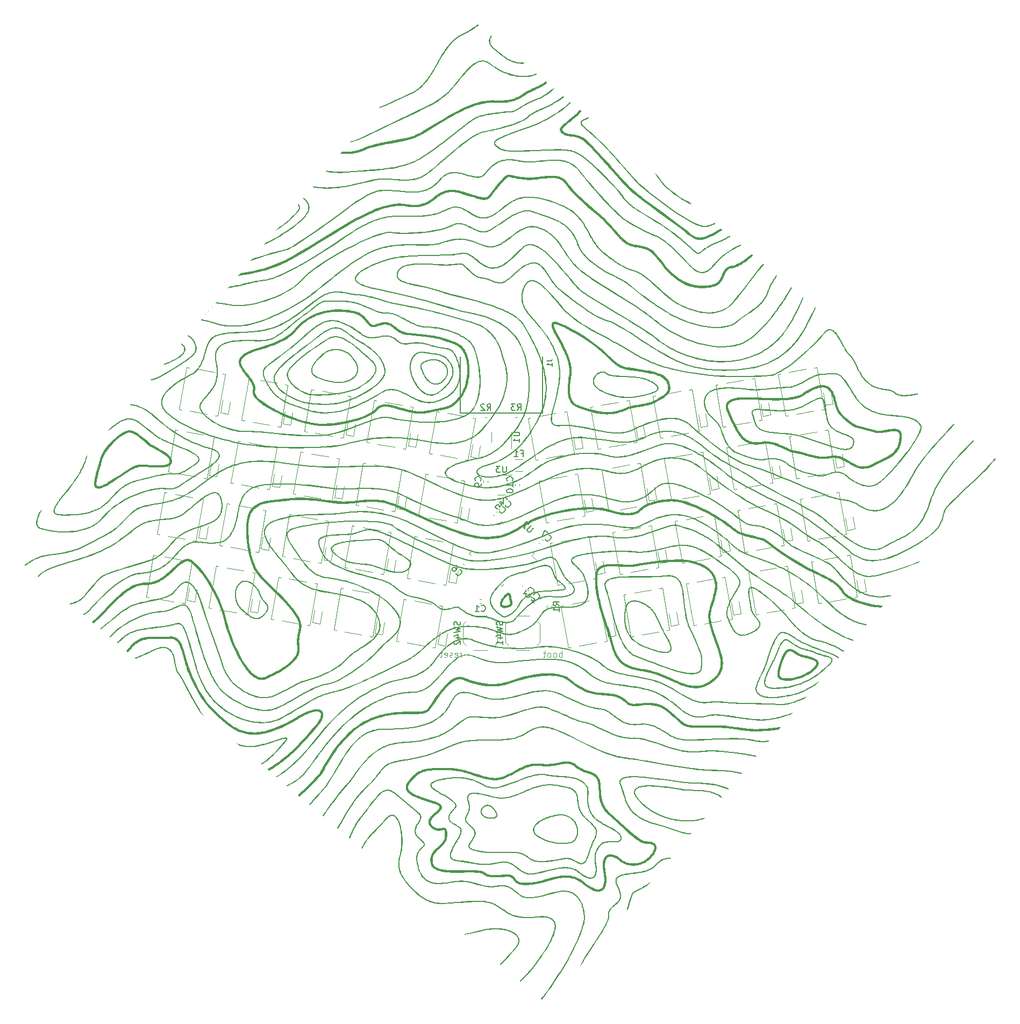
<source format=gbr>
%TF.GenerationSoftware,KiCad,Pcbnew,7.0.8*%
%TF.CreationDate,2023-12-10T13:03:46-06:00*%
%TF.ProjectId,sadcatz40,73616463-6174-47a3-9430-2e6b69636164,rev?*%
%TF.SameCoordinates,Original*%
%TF.FileFunction,Legend,Bot*%
%TF.FilePolarity,Positive*%
%FSLAX46Y46*%
G04 Gerber Fmt 4.6, Leading zero omitted, Abs format (unit mm)*
G04 Created by KiCad (PCBNEW 7.0.8) date 2023-12-10 13:03:46*
%MOMM*%
%LPD*%
G01*
G04 APERTURE LIST*
%ADD10C,0.000000*%
%ADD11C,0.100000*%
%ADD12C,0.150000*%
%ADD13C,0.120000*%
G04 APERTURE END LIST*
D10*
G36*
X129188325Y-14155494D02*
G01*
X129188318Y-14155496D01*
X129188318Y-14155492D01*
X129188325Y-14155494D01*
G37*
G36*
X117633792Y-4460095D02*
G01*
X117860977Y-4790534D01*
X118083622Y-5099269D01*
X118301938Y-5386223D01*
X118516108Y-5651345D01*
X118726321Y-5894570D01*
X118932784Y-6115828D01*
X119135690Y-6315057D01*
X119335228Y-6492196D01*
X119833306Y-6901914D01*
X120308618Y-7275389D01*
X120763459Y-7613491D01*
X121200118Y-7917107D01*
X121620905Y-8187107D01*
X122028101Y-8424373D01*
X122424003Y-8629783D01*
X122810914Y-8804213D01*
X123233712Y-9158978D01*
X123010049Y-9081613D01*
X122784782Y-8994270D01*
X122557463Y-8896783D01*
X122327669Y-8788995D01*
X122094945Y-8670754D01*
X121858856Y-8541893D01*
X121618956Y-8402254D01*
X121374822Y-8251677D01*
X121126002Y-8089996D01*
X120872052Y-7917061D01*
X120612546Y-7732709D01*
X120347033Y-7536775D01*
X119796246Y-7109541D01*
X119216176Y-6634076D01*
X119095954Y-6529779D01*
X118974682Y-6417784D01*
X118852320Y-6298117D01*
X118728839Y-6170788D01*
X118604190Y-6035808D01*
X118478341Y-5893200D01*
X118351258Y-5742970D01*
X118222903Y-5585139D01*
X117962220Y-5246729D01*
X117695994Y-4878083D01*
X117423931Y-4479322D01*
X117145731Y-4050560D01*
X117633792Y-4460095D01*
G37*
G36*
X91610566Y17375989D02*
G01*
X91576133Y17331445D01*
X91543923Y17286843D01*
X91513936Y17242190D01*
X91486171Y17197484D01*
X91460629Y17152732D01*
X91437317Y17107928D01*
X91416221Y17063073D01*
X91397351Y17018157D01*
X91377638Y16964301D01*
X91361037Y16910708D01*
X91347530Y16857355D01*
X91337083Y16804218D01*
X91329680Y16751282D01*
X91325287Y16698528D01*
X91323889Y16645932D01*
X91325454Y16593470D01*
X91329951Y16541124D01*
X91337364Y16488877D01*
X91347671Y16436705D01*
X91360829Y16384584D01*
X91376832Y16332501D01*
X91395641Y16280427D01*
X91417235Y16228343D01*
X91441597Y16176231D01*
X91468687Y16124077D01*
X91498487Y16071846D01*
X91530970Y16019527D01*
X91566119Y15967092D01*
X91603892Y15914525D01*
X91644279Y15861809D01*
X91687250Y15808915D01*
X91732776Y15755828D01*
X91780833Y15702526D01*
X91831400Y15648983D01*
X91939948Y15541109D01*
X92058214Y15432045D01*
X92185998Y15321620D01*
X92433319Y15109254D01*
X92703617Y14877654D01*
X92956211Y14668387D01*
X93195552Y14478849D01*
X93426096Y14306440D01*
X93652289Y14148568D01*
X93878570Y14002623D01*
X94109407Y13866013D01*
X94349233Y13736138D01*
X94491220Y13665024D01*
X94632677Y13598892D01*
X94773583Y13537802D01*
X94913927Y13481817D01*
X95053695Y13431013D01*
X95192872Y13385443D01*
X95331449Y13345165D01*
X95469409Y13310261D01*
X95606743Y13280787D01*
X95743431Y13256802D01*
X95879462Y13238375D01*
X96014830Y13225574D01*
X96149512Y13218456D01*
X96283498Y13217089D01*
X96416779Y13221542D01*
X96549328Y13231869D01*
X96746540Y13066393D01*
X96596791Y13047056D01*
X96446251Y13034837D01*
X96294926Y13029686D01*
X96142833Y13031507D01*
X95989988Y13040233D01*
X95836409Y13055790D01*
X95682114Y13078106D01*
X95527111Y13107105D01*
X95371431Y13142721D01*
X95215077Y13184866D01*
X95058070Y13233478D01*
X94900424Y13288481D01*
X94742152Y13349799D01*
X94583274Y13417355D01*
X94423815Y13491083D01*
X94263774Y13570908D01*
X94018502Y13703752D01*
X93782634Y13843354D01*
X93551651Y13992291D01*
X93321026Y14153132D01*
X93086242Y14328464D01*
X92842770Y14520858D01*
X92586084Y14732895D01*
X92311661Y14967148D01*
X92189820Y15073963D01*
X92067027Y15179673D01*
X91929064Y15299024D01*
X91801111Y15417450D01*
X91683461Y15535137D01*
X91576407Y15652291D01*
X91480249Y15769100D01*
X91395268Y15885760D01*
X91321778Y16002473D01*
X91260062Y16119424D01*
X91210415Y16236821D01*
X91173136Y16354848D01*
X91148521Y16473707D01*
X91141050Y16533505D01*
X91136854Y16593589D01*
X91135977Y16653973D01*
X91138444Y16714687D01*
X91144300Y16775760D01*
X91153577Y16837209D01*
X91166318Y16899060D01*
X91182554Y16961338D01*
X91225660Y17087280D01*
X91249440Y17141911D01*
X91275230Y17195567D01*
X91302977Y17248185D01*
X91332668Y17299714D01*
X91364251Y17350095D01*
X91397706Y17399279D01*
X91433002Y17447215D01*
X91470103Y17493851D01*
X91610566Y17375989D01*
G37*
G36*
X106954651Y4500770D02*
G01*
X106696383Y4396040D01*
X106481976Y4306900D01*
X106306206Y4230727D01*
X106163873Y4164883D01*
X106049768Y4106748D01*
X105958680Y4053698D01*
X105920143Y4028254D01*
X105885405Y4003094D01*
X105853819Y3977893D01*
X105824731Y3952315D01*
X105810743Y3939088D01*
X105797783Y3925832D01*
X105785852Y3912522D01*
X105774962Y3899146D01*
X105765116Y3885665D01*
X105756322Y3872063D01*
X105748586Y3858317D01*
X105741923Y3844399D01*
X105736327Y3830289D01*
X105731818Y3815966D01*
X105728394Y3801397D01*
X105726065Y3786569D01*
X105724838Y3771450D01*
X105724726Y3756021D01*
X105725730Y3740258D01*
X105727855Y3724134D01*
X105731114Y3707628D01*
X105735508Y3690713D01*
X105741047Y3673374D01*
X105747745Y3655577D01*
X105755596Y3637307D01*
X105764614Y3618538D01*
X105774806Y3599236D01*
X105786185Y3579385D01*
X105798744Y3558972D01*
X105812503Y3537958D01*
X105827462Y3516327D01*
X105843632Y3494047D01*
X105879630Y3447476D01*
X105920551Y3398038D01*
X106007228Y3300851D01*
X106107490Y3197358D01*
X106228804Y3080736D01*
X106378635Y2944149D01*
X106564467Y2780758D01*
X106793752Y2583734D01*
X107073970Y2346249D01*
X107412580Y2061459D01*
X107736254Y1783541D01*
X108067219Y1486994D01*
X108406223Y1171335D01*
X108754053Y836096D01*
X109111455Y480808D01*
X109479206Y104993D01*
X109858070Y-291816D01*
X110248809Y-710096D01*
X110627514Y-1123399D01*
X111019499Y-1558963D01*
X111435604Y-2027906D01*
X111886667Y-2541364D01*
X113580817Y-4472162D01*
X114463560Y-5460990D01*
X114716505Y-5728561D01*
X114905625Y-5912321D01*
X115277763Y-6230620D01*
X116587117Y-7303811D01*
X117933982Y-8357075D01*
X119280455Y-9358002D01*
X120588640Y-10274153D01*
X121820638Y-11073107D01*
X122938541Y-11722443D01*
X123442869Y-11980863D01*
X123904454Y-12189723D01*
X124318572Y-12344969D01*
X124680482Y-12442538D01*
X124792839Y-12461834D01*
X124906589Y-12474717D01*
X125021713Y-12481244D01*
X125138189Y-12481471D01*
X125256013Y-12475463D01*
X125375160Y-12463265D01*
X125495616Y-12444943D01*
X125617361Y-12420550D01*
X125740385Y-12390145D01*
X125864670Y-12353789D01*
X125990200Y-12311533D01*
X126116954Y-12263435D01*
X126244925Y-12209559D01*
X126374089Y-12149951D01*
X126504432Y-12084675D01*
X126635944Y-12013794D01*
X126787747Y-12141176D01*
X126644923Y-12220411D01*
X126503262Y-12293463D01*
X126362758Y-12360246D01*
X126223414Y-12420695D01*
X126085240Y-12474711D01*
X125948228Y-12522243D01*
X125812381Y-12563204D01*
X125677703Y-12597511D01*
X125544197Y-12625095D01*
X125411856Y-12645872D01*
X125280682Y-12659768D01*
X125150679Y-12666706D01*
X125021849Y-12666611D01*
X124894191Y-12659403D01*
X124767708Y-12645008D01*
X124642397Y-12623347D01*
X124272678Y-12524319D01*
X123851583Y-12367690D01*
X123383739Y-12157463D01*
X122873802Y-11897646D01*
X122326402Y-11592262D01*
X121746168Y-11245309D01*
X121137754Y-10860811D01*
X120505780Y-10442771D01*
X119189743Y-9522127D01*
X117835150Y-8515472D01*
X116479106Y-7454895D01*
X115158713Y-6372498D01*
X114954811Y-6201931D01*
X114867114Y-6126802D01*
X114781109Y-6049909D01*
X114690931Y-5964872D01*
X114590717Y-5865300D01*
X114474616Y-5744796D01*
X114336761Y-5596971D01*
X114171291Y-5415436D01*
X113972347Y-5193803D01*
X113450596Y-4604663D01*
X111747522Y-2663968D01*
X111297049Y-2150359D01*
X110881278Y-1682636D01*
X110489934Y-1249011D01*
X110112741Y-837687D01*
X109724067Y-421148D01*
X109347197Y-26005D01*
X108981396Y348172D01*
X108625964Y701807D01*
X108280172Y1035336D01*
X107943319Y1349184D01*
X107614676Y1643787D01*
X107293533Y1919577D01*
X106667807Y2447726D01*
X106248004Y2812593D01*
X106096190Y2951418D01*
X105972886Y3070570D01*
X105870439Y3177097D01*
X105781183Y3278039D01*
X105729819Y3340767D01*
X105684521Y3401458D01*
X105645309Y3460208D01*
X105612208Y3517112D01*
X105585233Y3572250D01*
X105574056Y3599191D01*
X105564416Y3625721D01*
X105556321Y3651863D01*
X105549776Y3677619D01*
X105544782Y3703003D01*
X105541332Y3728026D01*
X105539441Y3752702D01*
X105539117Y3777036D01*
X105540345Y3801043D01*
X105543138Y3824745D01*
X105547506Y3848131D01*
X105553436Y3871232D01*
X105560940Y3894050D01*
X105570027Y3916598D01*
X105580691Y3938885D01*
X105592925Y3960925D01*
X105606756Y3982729D01*
X105622169Y4004311D01*
X105639171Y4025681D01*
X105657766Y4046846D01*
X105677962Y4067818D01*
X105699750Y4088617D01*
X105731924Y4116985D01*
X105765890Y4144567D01*
X105802301Y4171683D01*
X105841814Y4198675D01*
X105885079Y4225881D01*
X105932740Y4253640D01*
X105985445Y4282272D01*
X106043853Y4312137D01*
X106108609Y4343553D01*
X106180369Y4376859D01*
X106259772Y4412400D01*
X106347485Y4450503D01*
X106550404Y4535751D01*
X106794331Y4635291D01*
X106954651Y4500770D01*
G37*
G36*
X105718893Y5537696D02*
G01*
X105537673Y5344670D01*
X105352550Y5156080D01*
X105162588Y4970699D01*
X104966849Y4787309D01*
X104764382Y4604687D01*
X104554251Y4421608D01*
X104335520Y4236858D01*
X104107241Y4049200D01*
X103707331Y3731079D01*
X103323277Y3423218D01*
X103255057Y3369290D01*
X103188089Y3313872D01*
X103122384Y3256997D01*
X103057974Y3198672D01*
X102994877Y3138932D01*
X102933126Y3077787D01*
X102872734Y3015261D01*
X102813730Y2951388D01*
X102778201Y2907437D01*
X102747530Y2865866D01*
X102721757Y2826409D01*
X102710715Y2807387D01*
X102700908Y2788796D01*
X102692351Y2770595D01*
X102685036Y2752765D01*
X102678974Y2735257D01*
X102674164Y2718047D01*
X102670620Y2701102D01*
X102668335Y2684391D01*
X102667322Y2667870D01*
X102667585Y2651519D01*
X102669128Y2635298D01*
X102671952Y2619171D01*
X102676059Y2603117D01*
X102681468Y2587087D01*
X102688169Y2571059D01*
X102696173Y2554992D01*
X102705480Y2538869D01*
X102716104Y2522638D01*
X102728038Y2506274D01*
X102741297Y2489743D01*
X102755879Y2473015D01*
X102771782Y2456053D01*
X102807609Y2421302D01*
X102848805Y2385220D01*
X102901861Y2342328D01*
X102955331Y2302387D01*
X103009440Y2265267D01*
X103064458Y2230823D01*
X103120605Y2198929D01*
X103178147Y2169432D01*
X103237321Y2142201D01*
X103298362Y2117097D01*
X103361531Y2093976D01*
X103427066Y2072711D01*
X103495211Y2053158D01*
X103566213Y2035173D01*
X103640320Y2018628D01*
X103717774Y2003377D01*
X103798820Y1989284D01*
X103883699Y1976208D01*
X103999415Y1959693D01*
X104158268Y1938938D01*
X104375773Y1911461D01*
X104534272Y1888809D01*
X104686946Y1863307D01*
X104834332Y1834591D01*
X104976991Y1802274D01*
X105115468Y1765994D01*
X105250313Y1725366D01*
X105382069Y1680013D01*
X105511292Y1629560D01*
X105638538Y1573637D01*
X105764330Y1511871D01*
X105889246Y1443868D01*
X106013825Y1369273D01*
X106138610Y1287698D01*
X106264147Y1198781D01*
X106391002Y1102128D01*
X106519708Y997372D01*
X106771415Y777169D01*
X107046885Y516599D01*
X107364034Y196975D01*
X107740780Y-200397D01*
X108195039Y-694200D01*
X108744734Y-1303137D01*
X110202113Y-2941150D01*
X110391805Y-3155931D01*
X111672999Y-4588727D01*
X112669803Y-5670015D01*
X113080842Y-6097718D01*
X113443940Y-6460198D01*
X113766801Y-6765009D01*
X114057153Y-7019699D01*
X114357564Y-7267048D01*
X114705931Y-7544866D01*
X115110933Y-7859936D01*
X115581215Y-8219060D01*
X116752332Y-9096610D01*
X118288619Y-10231838D01*
X118519012Y-10400992D01*
X121447997Y-12570380D01*
X122234637Y-13172655D01*
X122785090Y-13617997D01*
X123018929Y-13803990D01*
X123133289Y-13886539D01*
X123246515Y-13962012D01*
X123359025Y-14030336D01*
X123471231Y-14091422D01*
X123583581Y-14145196D01*
X123696475Y-14191585D01*
X123810354Y-14230505D01*
X123925621Y-14261877D01*
X124042710Y-14285620D01*
X124162051Y-14301662D01*
X124284056Y-14309919D01*
X124409155Y-14310306D01*
X124537762Y-14302760D01*
X124670307Y-14287185D01*
X124807215Y-14263518D01*
X124948905Y-14231670D01*
X125095800Y-14191564D01*
X125248320Y-14143120D01*
X125406897Y-14086263D01*
X125571951Y-14020911D01*
X125743903Y-13946984D01*
X125923171Y-13864402D01*
X126305366Y-13672984D01*
X126721917Y-13446000D01*
X127176217Y-13182834D01*
X127671644Y-12882849D01*
X127969591Y-13132862D01*
X127434468Y-13458353D01*
X126942069Y-13744526D01*
X126488850Y-13991871D01*
X126071256Y-14200898D01*
X125685740Y-14372103D01*
X125328752Y-14505977D01*
X124996748Y-14603030D01*
X124686163Y-14663756D01*
X124537800Y-14680654D01*
X124393462Y-14688655D01*
X124252707Y-14687829D01*
X124115094Y-14678227D01*
X123980167Y-14659923D01*
X123847497Y-14632973D01*
X123716636Y-14597442D01*
X123587136Y-14553389D01*
X123330452Y-14439977D01*
X123073902Y-14293233D01*
X122813935Y-14113654D01*
X122546994Y-13901750D01*
X122294356Y-13693645D01*
X122001988Y-13460987D01*
X121649985Y-13188593D01*
X121218412Y-12861278D01*
X120036855Y-11981128D01*
X118297945Y-10699034D01*
X118068968Y-10531075D01*
X116527404Y-9391418D01*
X115352341Y-8510556D01*
X114473112Y-7833046D01*
X113819053Y-7303452D01*
X113521532Y-7042735D01*
X113192866Y-6732993D01*
X112824989Y-6366319D01*
X112409826Y-5934812D01*
X111939315Y-5430565D01*
X111405375Y-4845673D01*
X110799944Y-4172226D01*
X110114938Y-3402320D01*
X109923833Y-3186358D01*
X108479011Y-1562694D01*
X107482845Y-467812D01*
X107109663Y-73512D01*
X106796625Y242789D01*
X106526384Y499141D01*
X106281607Y713617D01*
X106164389Y809098D01*
X106049117Y897112D01*
X105935238Y978011D01*
X105822196Y1052157D01*
X105709427Y1119903D01*
X105596397Y1181605D01*
X105482538Y1237622D01*
X105367296Y1288307D01*
X105250114Y1334017D01*
X105130437Y1375103D01*
X105007726Y1411927D01*
X104881401Y1444836D01*
X104750924Y1474204D01*
X104615734Y1500364D01*
X104475280Y1523692D01*
X104329001Y1544527D01*
X104110336Y1572067D01*
X103948007Y1592908D01*
X103878966Y1602248D01*
X103827678Y1609782D01*
X103731544Y1624742D01*
X103639214Y1641054D01*
X103550456Y1658870D01*
X103465025Y1678359D01*
X103382678Y1699683D01*
X103303173Y1722999D01*
X103226256Y1748472D01*
X103151694Y1776264D01*
X103079242Y1806537D01*
X103008658Y1839455D01*
X102939693Y1875172D01*
X102872108Y1913853D01*
X102805660Y1955661D01*
X102740111Y2000761D01*
X102675203Y2049306D01*
X102610700Y2101465D01*
X102574586Y2132800D01*
X102540719Y2164316D01*
X102509097Y2195999D01*
X102479702Y2227859D01*
X102452534Y2259896D01*
X102427580Y2292102D01*
X102404831Y2324483D01*
X102384290Y2357031D01*
X102365940Y2389756D01*
X102349770Y2422650D01*
X102335774Y2455719D01*
X102323952Y2488961D01*
X102314283Y2522370D01*
X102306766Y2555953D01*
X102301389Y2589711D01*
X102298151Y2623635D01*
X102297036Y2657729D01*
X102298045Y2692001D01*
X102301161Y2726435D01*
X102306378Y2761041D01*
X102313684Y2795818D01*
X102323090Y2830764D01*
X102334565Y2865875D01*
X102348109Y2901156D01*
X102363710Y2936611D01*
X102381368Y2972233D01*
X102401070Y3008019D01*
X102422813Y3043978D01*
X102446579Y3080108D01*
X102472368Y3116393D01*
X102529976Y3189483D01*
X102578726Y3245417D01*
X102632475Y3302902D01*
X102691735Y3362507D01*
X102757031Y3424782D01*
X102828884Y3490284D01*
X102907820Y3559558D01*
X102994363Y3633163D01*
X103089015Y3711655D01*
X103874170Y4339063D01*
X104095353Y4520291D01*
X104307377Y4698802D01*
X104511094Y4875721D01*
X104707369Y5052181D01*
X104897053Y5229293D01*
X105081001Y5408187D01*
X105260081Y5589976D01*
X105435138Y5775793D01*
X105718893Y5537696D01*
G37*
G36*
X104073117Y6918666D02*
G01*
X103720225Y6604857D01*
X103416278Y6339455D01*
X103148085Y6111941D01*
X102902458Y5911785D01*
X102666198Y5728469D01*
X102426125Y5551479D01*
X102169036Y5370285D01*
X101881747Y5174376D01*
X101373618Y4846016D01*
X100841614Y4528483D01*
X100283909Y4221575D01*
X99698670Y3925106D01*
X99084064Y3638891D01*
X98438262Y3362731D01*
X97759423Y3096437D01*
X97045728Y2839815D01*
X96052948Y2492249D01*
X95188989Y2179358D01*
X94447050Y1898429D01*
X93820331Y1646759D01*
X93302027Y1421648D01*
X92885325Y1220384D01*
X92563437Y1040258D01*
X92435917Y957284D01*
X92329547Y878578D01*
X92291115Y847228D01*
X92256437Y816877D01*
X92225447Y787472D01*
X92198055Y758929D01*
X92174176Y731173D01*
X92153723Y704139D01*
X92136614Y677757D01*
X92122767Y651957D01*
X92112087Y626662D01*
X92104506Y601802D01*
X92099928Y577317D01*
X92098276Y553127D01*
X92099462Y529159D01*
X92103403Y505345D01*
X92110012Y481615D01*
X92119199Y457900D01*
X92129105Y436693D01*
X92140428Y415650D01*
X92153411Y394527D01*
X92168282Y373086D01*
X92185261Y351073D01*
X92204584Y328242D01*
X92226485Y304353D01*
X92251185Y279159D01*
X92278915Y252404D01*
X92309913Y223854D01*
X92344401Y193263D01*
X92382602Y160381D01*
X92424754Y124963D01*
X92471090Y86763D01*
X92577223Y1042D01*
X92684216Y-82804D01*
X92796758Y-159523D01*
X92915045Y-229389D01*
X93039273Y-292676D01*
X93169621Y-349654D01*
X93306291Y-400603D01*
X93449466Y-445797D01*
X93599346Y-485504D01*
X93756121Y-520001D01*
X93919974Y-549567D01*
X94091106Y-574465D01*
X94269709Y-594979D01*
X94455965Y-611385D01*
X94650077Y-623943D01*
X94852225Y-632940D01*
X95062607Y-638647D01*
X95317612Y-641525D01*
X95584363Y-640661D01*
X95865089Y-636105D01*
X96162010Y-627915D01*
X97199907Y-582793D01*
X97907424Y-554705D01*
X98190065Y-545849D01*
X98380238Y-542961D01*
X98591823Y-538759D01*
X98913783Y-527211D01*
X99739614Y-491070D01*
X101074488Y-429502D01*
X101508115Y-418534D01*
X101715221Y-415757D01*
X101916372Y-414837D01*
X102111958Y-415830D01*
X102302378Y-418760D01*
X102488003Y-423691D01*
X102669230Y-430647D01*
X102986226Y-448497D01*
X103286872Y-473337D01*
X103571112Y-505440D01*
X103838899Y-545060D01*
X103966605Y-567782D01*
X104090175Y-592478D01*
X104209606Y-619192D01*
X104324885Y-647950D01*
X104436008Y-678794D01*
X104542975Y-711753D01*
X104645773Y-746857D01*
X104744397Y-784146D01*
X105068234Y-936471D01*
X105439308Y-1153867D01*
X105851614Y-1430546D01*
X106299151Y-1760725D01*
X106775897Y-2138601D01*
X107275856Y-2558398D01*
X107793008Y-3014322D01*
X108321360Y-3500586D01*
X108854885Y-4011398D01*
X109387592Y-4540976D01*
X109913460Y-5083518D01*
X110426493Y-5633248D01*
X110920668Y-6184374D01*
X111389989Y-6731104D01*
X111828440Y-7267654D01*
X112230020Y-7788233D01*
X112341391Y-7933252D01*
X112455701Y-8075099D01*
X112573110Y-8213941D01*
X112693763Y-8349922D01*
X112817816Y-8483204D01*
X112945419Y-8613940D01*
X113076729Y-8742286D01*
X113211895Y-8868401D01*
X113486628Y-9116487D01*
X113612470Y-9225863D01*
X113736921Y-9329723D01*
X113864701Y-9431247D01*
X114000530Y-9533631D01*
X114149145Y-9640062D01*
X114315252Y-9753725D01*
X114503575Y-9877818D01*
X114718840Y-10015527D01*
X115249072Y-10344558D01*
X115943728Y-10766343D01*
X116840580Y-11306381D01*
X117484520Y-11698537D01*
X118089552Y-12078813D01*
X118663599Y-12453541D01*
X119214578Y-12829057D01*
X119750393Y-13211689D01*
X120278982Y-13607775D01*
X120808255Y-14023641D01*
X121346125Y-14465627D01*
X122004194Y-15029104D01*
X122722721Y-15656688D01*
X123446856Y-16298463D01*
X123587300Y-16416310D01*
X123707669Y-16511455D01*
X123761146Y-16550997D01*
X123810595Y-16585445D01*
X123856344Y-16614993D01*
X123898714Y-16639838D01*
X123938049Y-16660176D01*
X123974660Y-16676201D01*
X124008887Y-16688105D01*
X124041055Y-16696082D01*
X124071499Y-16700318D01*
X124100537Y-16701030D01*
X124128510Y-16698396D01*
X124155740Y-16692616D01*
X124169137Y-16688881D01*
X124182841Y-16684403D01*
X124196907Y-16679145D01*
X124211405Y-16673060D01*
X124226382Y-16666107D01*
X124241911Y-16658249D01*
X124258046Y-16649439D01*
X124274847Y-16639638D01*
X124292372Y-16628801D01*
X124310684Y-16616883D01*
X124329842Y-16603858D01*
X124349904Y-16589660D01*
X124370933Y-16574272D01*
X124392988Y-16557636D01*
X124416129Y-16539718D01*
X124440415Y-16520470D01*
X124650377Y-16350922D01*
X124927373Y-16136067D01*
X125140546Y-15985498D01*
X125366220Y-15837991D01*
X125606236Y-15693115D01*
X125862432Y-15550430D01*
X126136653Y-15409489D01*
X126430740Y-15269873D01*
X126746534Y-15131117D01*
X127085871Y-14992809D01*
X127337297Y-14891182D01*
X127586387Y-14784293D01*
X127833268Y-14672089D01*
X128078026Y-14554504D01*
X128320766Y-14431487D01*
X128561596Y-14302989D01*
X128800614Y-14168949D01*
X129037924Y-14029305D01*
X129188318Y-14155492D01*
X128943884Y-14300934D01*
X128696441Y-14440981D01*
X128446074Y-14575600D01*
X128192878Y-14704739D01*
X127936939Y-14828367D01*
X127678355Y-14946424D01*
X127417203Y-15058874D01*
X127153583Y-15165676D01*
X126819927Y-15301404D01*
X126509778Y-15437388D01*
X126221255Y-15574132D01*
X125952500Y-15712132D01*
X125701644Y-15851896D01*
X125466833Y-15993929D01*
X125246190Y-16138718D01*
X125037844Y-16286781D01*
X124766801Y-16494543D01*
X124554457Y-16666931D01*
X124535226Y-16684000D01*
X124515584Y-16700534D01*
X124495529Y-16716535D01*
X124475079Y-16731985D01*
X124454251Y-16746888D01*
X124433047Y-16761235D01*
X124411484Y-16775015D01*
X124389567Y-16788222D01*
X124367314Y-16800856D01*
X124344732Y-16812900D01*
X124321839Y-16824353D01*
X124298641Y-16835212D01*
X124275149Y-16845466D01*
X124251380Y-16855104D01*
X124227338Y-16864124D01*
X124203039Y-16872527D01*
X124181776Y-16877480D01*
X124160633Y-16881452D01*
X124139555Y-16884424D01*
X124118496Y-16886365D01*
X124097395Y-16887263D01*
X124076212Y-16887094D01*
X124054892Y-16885835D01*
X124033378Y-16883469D01*
X124011625Y-16879968D01*
X123989580Y-16875318D01*
X123967191Y-16869496D01*
X123944405Y-16862476D01*
X123921173Y-16854244D01*
X123897440Y-16844780D01*
X123873156Y-16834058D01*
X123848271Y-16822055D01*
X123822739Y-16808755D01*
X123796497Y-16794143D01*
X123769503Y-16778177D01*
X123741699Y-16760859D01*
X123683465Y-16722050D01*
X123621388Y-16677536D01*
X123555049Y-16627163D01*
X123484052Y-16570749D01*
X123407964Y-16508136D01*
X123326393Y-16439147D01*
X123157010Y-16286067D01*
X122601988Y-15796245D01*
X121884690Y-15170259D01*
X121228491Y-14608689D01*
X120692876Y-14168590D01*
X120166070Y-13754757D01*
X119640110Y-13360788D01*
X119107024Y-12980277D01*
X118558841Y-12606813D01*
X117987594Y-12234001D01*
X117385301Y-11855431D01*
X116744003Y-11464697D01*
X115143408Y-10496644D01*
X114609968Y-10165354D01*
X114203621Y-9901526D01*
X113886273Y-9679396D01*
X113619821Y-9473199D01*
X113366155Y-9257158D01*
X113087167Y-9005507D01*
X112950191Y-8877786D01*
X112816340Y-8746904D01*
X112685674Y-8612912D01*
X112558238Y-8475874D01*
X112434097Y-8335857D01*
X112313286Y-8192910D01*
X112195879Y-8047099D01*
X112081915Y-7898471D01*
X111683559Y-7382726D01*
X111248522Y-6850873D01*
X110292454Y-5762014D01*
X109261857Y-4678228D01*
X108204907Y-3645847D01*
X107169757Y-2711202D01*
X106675404Y-2295010D01*
X106204561Y-1920629D01*
X105763252Y-1593848D01*
X105357491Y-1320455D01*
X104993296Y-1106250D01*
X104676699Y-957022D01*
X104582124Y-921293D01*
X104483311Y-887630D01*
X104380263Y-856002D01*
X104272999Y-826391D01*
X104161524Y-798749D01*
X104045845Y-773057D01*
X103925981Y-749289D01*
X103801939Y-727410D01*
X103673736Y-707383D01*
X103541371Y-689188D01*
X103404861Y-672798D01*
X103264221Y-658169D01*
X102970580Y-634111D01*
X102660531Y-616764D01*
X102463047Y-610061D01*
X102265523Y-605234D01*
X102067971Y-602285D01*
X101870408Y-601211D01*
X101672846Y-602014D01*
X101475293Y-604689D01*
X101277760Y-609244D01*
X101080260Y-615670D01*
X99745008Y-676623D01*
X98916193Y-712937D01*
X98592557Y-724436D01*
X98379374Y-728395D01*
X98191142Y-731114D01*
X97910349Y-739807D01*
X97205885Y-767630D01*
X96168972Y-812670D01*
X95891603Y-821013D01*
X95614136Y-825738D01*
X95336637Y-826842D01*
X95059152Y-824311D01*
X94840838Y-818535D01*
X94631324Y-809481D01*
X94430614Y-797065D01*
X94238741Y-781181D01*
X94055703Y-761739D01*
X93881517Y-738635D01*
X93716202Y-711780D01*
X93559767Y-681061D01*
X93412229Y-646397D01*
X93273606Y-607683D01*
X93143911Y-564818D01*
X93023156Y-517711D01*
X92911361Y-466263D01*
X92808526Y-410372D01*
X92714689Y-349947D01*
X92629843Y-284884D01*
X92458279Y-144207D01*
X92319802Y-28317D01*
X92210210Y67020D01*
X92125287Y146047D01*
X92060835Y212992D01*
X92034966Y243264D01*
X92012645Y272106D01*
X91993329Y300051D01*
X91976504Y327625D01*
X91948215Y383784D01*
X91939958Y403827D01*
X91932756Y423842D01*
X91926608Y443833D01*
X91921511Y463803D01*
X91917472Y483753D01*
X91914491Y503678D01*
X91912566Y523590D01*
X91911705Y543493D01*
X91911909Y563390D01*
X91913172Y583279D01*
X91915497Y603166D01*
X91918886Y623047D01*
X91923354Y642930D01*
X91928884Y662823D01*
X91935488Y682721D01*
X91943163Y702629D01*
X91951909Y722547D01*
X91961731Y742488D01*
X91972626Y762441D01*
X91984600Y782422D01*
X91997657Y802423D01*
X92011795Y822445D01*
X92027012Y842503D01*
X92043309Y862588D01*
X92060698Y882719D01*
X92079171Y902882D01*
X92098729Y923088D01*
X92119383Y943331D01*
X92141118Y963626D01*
X92163952Y983971D01*
X92187876Y1004365D01*
X92212900Y1024813D01*
X92323727Y1106702D01*
X92455382Y1192524D01*
X92608761Y1282650D01*
X92784758Y1377449D01*
X92984271Y1477302D01*
X93208195Y1582566D01*
X93457426Y1693615D01*
X93732858Y1810827D01*
X94035380Y1934574D01*
X94365903Y2065216D01*
X95114500Y2348690D01*
X95985829Y2664223D01*
X96987041Y3014783D01*
X97694914Y3269729D01*
X98367877Y3534027D01*
X99007802Y3807911D01*
X99616564Y4091616D01*
X100196039Y4385402D01*
X100748095Y4689496D01*
X101274613Y5004140D01*
X101777459Y5329582D01*
X102060422Y5522249D01*
X102313603Y5700295D01*
X102549906Y5874030D01*
X102782231Y6053760D01*
X103023489Y6249803D01*
X103286574Y6472472D01*
X103584379Y6732065D01*
X103929819Y7038904D01*
X104073117Y6918666D01*
G37*
G36*
X158996278Y-65261803D02*
G01*
X158992754Y-65263133D01*
X158994850Y-65260629D01*
X158996278Y-65261803D01*
G37*
G36*
X89541987Y19111733D02*
G01*
X89134394Y18819672D01*
X88779755Y18571881D01*
X88461580Y18358498D01*
X88163365Y18169640D01*
X87868613Y17995450D01*
X87560829Y17826046D01*
X87223504Y17651564D01*
X86840148Y17462132D01*
X86692122Y17386934D01*
X86546801Y17306770D01*
X86404059Y17221581D01*
X86263762Y17131343D01*
X86125788Y17035993D01*
X85990002Y16935494D01*
X85856274Y16829805D01*
X85724476Y16718879D01*
X85594485Y16602672D01*
X85466163Y16481141D01*
X85339387Y16354240D01*
X85214025Y16221925D01*
X85089950Y16084155D01*
X84967033Y15940890D01*
X84845145Y15792078D01*
X84724155Y15637671D01*
X84547714Y15401181D01*
X84378961Y15162942D01*
X84210741Y14911903D01*
X84035912Y14637005D01*
X83847305Y14327200D01*
X83637779Y13971426D01*
X83400184Y13558626D01*
X83127364Y13077749D01*
X82763402Y12439142D01*
X82467712Y11934321D01*
X82207565Y11510746D01*
X81950205Y11115881D01*
X81776625Y10862874D01*
X81601908Y10620124D01*
X81425705Y10387486D01*
X81247659Y10164811D01*
X81067419Y9951943D01*
X80884640Y9748748D01*
X80698969Y9555070D01*
X80510046Y9370764D01*
X80317540Y9195679D01*
X80121078Y9029664D01*
X79920321Y8872573D01*
X79714918Y8724260D01*
X79504515Y8584582D01*
X79288764Y8453379D01*
X79067312Y8330513D01*
X78839805Y8215829D01*
X77566307Y7619379D01*
X76283251Y7043895D01*
X74990940Y6489510D01*
X73689678Y5956348D01*
X73941983Y6257104D01*
X75158422Y6761400D01*
X76366926Y7284206D01*
X77567289Y7825428D01*
X78759330Y8384973D01*
X78980839Y8496125D01*
X79196504Y8615388D01*
X79406680Y8742916D01*
X79611721Y8878857D01*
X79811948Y9023358D01*
X80007732Y9176570D01*
X80199399Y9338646D01*
X80387304Y9509728D01*
X80571795Y9689974D01*
X80753203Y9879532D01*
X80931887Y10078547D01*
X81108182Y10287169D01*
X81282439Y10505552D01*
X81455000Y10733840D01*
X81626215Y10972193D01*
X81796421Y11220747D01*
X81925934Y11415888D01*
X82051945Y11611751D01*
X82178581Y11814914D01*
X82309967Y12031934D01*
X82450226Y12269396D01*
X82603479Y12533856D01*
X82965478Y13170069D01*
X83479078Y14068400D01*
X83690078Y14426748D01*
X83880221Y14739242D01*
X84056774Y15016897D01*
X84227001Y15270735D01*
X84398157Y15511777D01*
X84577518Y15751041D01*
X84701428Y15909370D01*
X84826371Y16062049D01*
X84952471Y16209123D01*
X85079869Y16350632D01*
X85208687Y16486606D01*
X85339062Y16617093D01*
X85471124Y16742127D01*
X85605001Y16861742D01*
X85740832Y16975985D01*
X85878735Y17084895D01*
X86018856Y17188504D01*
X86161318Y17286848D01*
X86306261Y17379977D01*
X86453804Y17467919D01*
X86604086Y17550716D01*
X86757243Y17628412D01*
X87133208Y17813938D01*
X87464043Y17984782D01*
X87765710Y18150460D01*
X88054202Y18320478D01*
X88345494Y18504360D01*
X88655545Y18711621D01*
X89000337Y18951782D01*
X89395852Y19234351D01*
X89541987Y19111733D01*
G37*
G36*
X145545361Y-35648832D02*
G01*
X145630695Y-35654758D01*
X145713966Y-35663609D01*
X145795364Y-35675576D01*
X145875066Y-35690831D01*
X145953255Y-35709553D01*
X146030112Y-35731918D01*
X146105817Y-35758105D01*
X146180549Y-35788300D01*
X146254504Y-35822668D01*
X146327841Y-35861399D01*
X146400758Y-35904665D01*
X146473438Y-35952651D01*
X146546049Y-36005528D01*
X146618778Y-36063476D01*
X146691811Y-36126676D01*
X146765329Y-36195303D01*
X146839501Y-36269537D01*
X146914529Y-36349562D01*
X146990579Y-36435545D01*
X147067840Y-36527678D01*
X147226709Y-36731075D01*
X147392587Y-36961181D01*
X147566928Y-37219426D01*
X147751185Y-37507238D01*
X147946802Y-37826044D01*
X148155240Y-38177264D01*
X148155253Y-38177269D01*
X148409422Y-38601334D01*
X148656404Y-38991269D01*
X148898489Y-39348997D01*
X149137963Y-39676438D01*
X149377110Y-39975511D01*
X149618223Y-40248148D01*
X149863580Y-40496267D01*
X150115477Y-40721785D01*
X150376188Y-40926623D01*
X150648008Y-41112706D01*
X150933227Y-41281961D01*
X151234124Y-41436304D01*
X151552984Y-41577665D01*
X151892098Y-41707958D01*
X152253757Y-41829107D01*
X152640239Y-41943038D01*
X152860904Y-42000723D01*
X152972048Y-42026677D01*
X153085232Y-42050973D01*
X153201591Y-42073798D01*
X153322240Y-42095365D01*
X153580930Y-42135493D01*
X153870319Y-42172930D01*
X154199422Y-42209267D01*
X154577249Y-42246087D01*
X155012812Y-42284971D01*
X155452136Y-42323593D01*
X155833505Y-42360303D01*
X156166075Y-42396699D01*
X156458984Y-42434357D01*
X156721399Y-42474862D01*
X156962464Y-42519817D01*
X157191331Y-42570798D01*
X157417153Y-42629385D01*
X157566500Y-42673401D01*
X157710357Y-42720709D01*
X157848746Y-42771402D01*
X157981691Y-42825589D01*
X158109231Y-42883355D01*
X158231370Y-42944812D01*
X158348141Y-43010044D01*
X158459563Y-43079158D01*
X158565668Y-43152255D01*
X158666474Y-43229423D01*
X158762005Y-43310764D01*
X158852292Y-43396380D01*
X158937343Y-43486367D01*
X159017202Y-43580814D01*
X159091882Y-43679840D01*
X159161404Y-43783520D01*
X159195405Y-43847499D01*
X159221323Y-43918349D01*
X159239250Y-43995934D01*
X159249297Y-44080141D01*
X159251560Y-44170842D01*
X159246136Y-44267917D01*
X159233132Y-44371244D01*
X159212638Y-44480694D01*
X159184767Y-44596154D01*
X159149610Y-44717500D01*
X159107267Y-44844596D01*
X159057846Y-44977337D01*
X158938156Y-45259231D01*
X158791332Y-45562206D01*
X158618186Y-45885282D01*
X158419512Y-46227470D01*
X158196118Y-46587795D01*
X157948802Y-46965272D01*
X157678369Y-47358919D01*
X157385618Y-47767764D01*
X157071349Y-48190816D01*
X156736373Y-48627099D01*
X156118458Y-49397334D01*
X155489346Y-50141879D01*
X154863969Y-50844967D01*
X154257269Y-51490822D01*
X153684163Y-52063670D01*
X153159605Y-52547737D01*
X152698524Y-52927264D01*
X152496457Y-53072887D01*
X152315854Y-53186457D01*
X152156074Y-53271100D01*
X151993696Y-53344098D01*
X151828804Y-53405620D01*
X151661469Y-53455837D01*
X151491764Y-53494908D01*
X151319764Y-53523017D01*
X151145546Y-53540321D01*
X150969185Y-53546988D01*
X150790748Y-53543193D01*
X150610312Y-53529104D01*
X150427964Y-53504891D01*
X150243760Y-53470717D01*
X150057786Y-53426752D01*
X149870108Y-53373169D01*
X149680813Y-53310138D01*
X149489964Y-53237815D01*
X149211905Y-53113385D01*
X148939281Y-52978249D01*
X148672397Y-52832599D01*
X148411554Y-52676619D01*
X148157044Y-52510496D01*
X147909177Y-52334417D01*
X147668255Y-52148576D01*
X147434566Y-51953153D01*
X147281382Y-51831445D01*
X147129464Y-51724550D01*
X146978205Y-51632128D01*
X146827000Y-51553807D01*
X146675240Y-51489244D01*
X146522302Y-51438079D01*
X146367583Y-51399952D01*
X146210472Y-51374506D01*
X146050353Y-51361384D01*
X145886624Y-51360233D01*
X145718666Y-51370698D01*
X145545873Y-51392414D01*
X145367630Y-51425024D01*
X145183335Y-51468183D01*
X144992366Y-51521523D01*
X144794120Y-51584693D01*
X144658754Y-51630528D01*
X144476512Y-51694146D01*
X144209832Y-51788312D01*
X144101287Y-51824567D01*
X143998016Y-51857152D01*
X143899680Y-51886019D01*
X143805956Y-51911126D01*
X143716513Y-51932432D01*
X143631026Y-51949889D01*
X143549155Y-51963462D01*
X143470583Y-51973105D01*
X143394977Y-51978777D01*
X143322006Y-51980433D01*
X143251338Y-51978035D01*
X143182645Y-51971534D01*
X143115605Y-51960890D01*
X143049883Y-51946063D01*
X142985155Y-51927012D01*
X142921079Y-51903687D01*
X142854280Y-51878903D01*
X142781737Y-51854196D01*
X142702361Y-51829252D01*
X142615072Y-51803765D01*
X142518766Y-51777396D01*
X142412359Y-51749833D01*
X142294753Y-51720752D01*
X142164867Y-51689836D01*
X141673671Y-51575054D01*
X141523876Y-51540442D01*
X141385932Y-51507388D01*
X141131076Y-51443733D01*
X140666032Y-51317742D01*
X140444753Y-51251470D01*
X140230645Y-51182682D01*
X140023473Y-51111129D01*
X139823001Y-51036566D01*
X139628991Y-50958745D01*
X139441209Y-50877411D01*
X139259407Y-50792316D01*
X139083363Y-50703215D01*
X138912828Y-50609859D01*
X138747574Y-50511992D01*
X138587348Y-50409372D01*
X138431924Y-50301753D01*
X138281071Y-50188877D01*
X138134542Y-50070504D01*
X137981993Y-49948410D01*
X137828053Y-49836855D01*
X137672563Y-49735602D01*
X137515375Y-49644383D01*
X137356328Y-49562966D01*
X137195273Y-49491085D01*
X137032059Y-49428484D01*
X136866527Y-49374922D01*
X136698539Y-49330140D01*
X136527922Y-49293887D01*
X136354533Y-49265909D01*
X136178216Y-49245960D01*
X135998827Y-49233779D01*
X135816200Y-49229123D01*
X135630186Y-49231728D01*
X135440642Y-49241350D01*
X135306453Y-49253064D01*
X135136368Y-49271933D01*
X134748048Y-49320841D01*
X134394770Y-49367414D01*
X134268492Y-49383382D01*
X134195634Y-49391021D01*
X134073034Y-49396990D01*
X133949139Y-49398481D01*
X133823663Y-49395528D01*
X133696363Y-49388156D01*
X133566966Y-49376393D01*
X133435218Y-49360268D01*
X133300841Y-49339795D01*
X133163586Y-49315019D01*
X133023177Y-49285952D01*
X132879355Y-49252637D01*
X132731865Y-49215078D01*
X132580435Y-49173322D01*
X132424800Y-49127386D01*
X132264701Y-49077304D01*
X132099877Y-49023096D01*
X131930060Y-48964787D01*
X131275229Y-48722675D01*
X130779035Y-48535698D01*
X130393905Y-48401124D01*
X130330978Y-48379937D01*
X130268998Y-48357514D01*
X130207934Y-48333810D01*
X130147713Y-48308782D01*
X130088305Y-48282390D01*
X130029651Y-48254589D01*
X129971699Y-48225348D01*
X129914407Y-48194607D01*
X129745123Y-48096290D01*
X129583221Y-47988401D01*
X129428329Y-47870862D01*
X129280099Y-47743585D01*
X129138161Y-47606492D01*
X129002164Y-47459496D01*
X128871749Y-47302519D01*
X128746543Y-47135477D01*
X128626203Y-46958287D01*
X128510359Y-46770877D01*
X128398655Y-46573151D01*
X128290727Y-46365033D01*
X128186224Y-46146441D01*
X128084782Y-45917292D01*
X127986040Y-45677502D01*
X127889644Y-45426996D01*
X127479574Y-44256048D01*
X127449719Y-44180603D01*
X127417133Y-44107063D01*
X127381354Y-44034763D01*
X127341928Y-43963034D01*
X127298381Y-43891212D01*
X127250265Y-43818628D01*
X127197109Y-43744617D01*
X127138459Y-43668513D01*
X127073852Y-43589642D01*
X127002827Y-43507352D01*
X126924924Y-43420968D01*
X126839678Y-43329820D01*
X126746632Y-43233254D01*
X126645328Y-43130585D01*
X126416092Y-42904318D01*
X126188502Y-42677081D01*
X125966199Y-42450071D01*
X125865385Y-42341684D01*
X125771211Y-42236156D01*
X125683500Y-42133054D01*
X125602064Y-42031963D01*
X125526726Y-41932465D01*
X125457281Y-41834130D01*
X125393556Y-41736548D01*
X125335371Y-41639288D01*
X125282528Y-41541932D01*
X125234853Y-41444065D01*
X125192157Y-41345262D01*
X125154254Y-41245098D01*
X125120959Y-41143160D01*
X125092086Y-41039013D01*
X125045769Y-40834977D01*
X125011602Y-40638121D01*
X124989503Y-40448409D01*
X124982946Y-40356226D01*
X124979658Y-40273007D01*
X125164342Y-40273007D01*
X125174630Y-40441993D01*
X125195937Y-40618045D01*
X125228366Y-40801261D01*
X125272005Y-40991730D01*
X125298913Y-41088576D01*
X125330086Y-41183592D01*
X125365722Y-41277181D01*
X125405994Y-41369729D01*
X125451082Y-41461650D01*
X125501176Y-41553344D01*
X125556461Y-41645212D01*
X125617114Y-41737653D01*
X125683324Y-41831076D01*
X125755275Y-41925881D01*
X125833138Y-42022464D01*
X125917114Y-42121225D01*
X126007374Y-42222576D01*
X126104106Y-42326914D01*
X126207495Y-42434637D01*
X126317719Y-42546149D01*
X126547691Y-42770553D01*
X126783286Y-43004708D01*
X126983497Y-43211292D01*
X127152052Y-43396031D01*
X127225636Y-43481999D01*
X127292721Y-43564637D01*
X127353762Y-43644687D01*
X127409239Y-43722857D01*
X127459624Y-43799849D01*
X127505376Y-43876397D01*
X127546968Y-43953206D01*
X127584873Y-44030991D01*
X127619551Y-44110474D01*
X127651481Y-44192370D01*
X127723330Y-44394020D01*
X127840431Y-44731101D01*
X127966164Y-45090848D01*
X128063929Y-45360483D01*
X128157659Y-45604340D01*
X128253501Y-45837528D01*
X128351778Y-46060144D01*
X128452822Y-46272270D01*
X128556973Y-46473993D01*
X128664552Y-46665405D01*
X128775908Y-46846588D01*
X128891368Y-47017643D01*
X129011258Y-47178649D01*
X129135927Y-47329691D01*
X129265689Y-47470867D01*
X129400889Y-47602253D01*
X129541855Y-47723952D01*
X129688928Y-47836048D01*
X129842428Y-47938618D01*
X130002708Y-48031765D01*
X130056361Y-48060468D01*
X130110650Y-48087888D01*
X130165561Y-48114018D01*
X130221097Y-48138859D01*
X130277264Y-48162416D01*
X130334060Y-48184680D01*
X130391474Y-48205669D01*
X130449524Y-48225363D01*
X130548243Y-48258250D01*
X130646689Y-48291964D01*
X130744846Y-48326509D01*
X130842709Y-48361874D01*
X131340233Y-48549048D01*
X131711229Y-48687411D01*
X131992313Y-48789761D01*
X132318039Y-48900053D01*
X132625036Y-48993839D01*
X132772122Y-49034511D01*
X132915244Y-49071034D01*
X133054652Y-49103385D01*
X133190586Y-49131566D01*
X133323289Y-49155560D01*
X133453007Y-49175361D01*
X133579964Y-49190959D01*
X133704429Y-49202341D01*
X133826622Y-49209498D01*
X133946794Y-49212427D01*
X134065187Y-49211107D01*
X134182041Y-49205539D01*
X134252330Y-49198125D01*
X134376767Y-49182321D01*
X134728583Y-49135869D01*
X135118373Y-49086836D01*
X135290288Y-49067805D01*
X135427042Y-49055868D01*
X135625173Y-49045910D01*
X135819758Y-49043321D01*
X136010942Y-49048367D01*
X136198870Y-49061301D01*
X136383695Y-49082398D01*
X136565561Y-49111923D01*
X136744613Y-49150127D01*
X136920995Y-49197288D01*
X137094857Y-49253668D01*
X137266343Y-49319528D01*
X137435599Y-49395138D01*
X137602777Y-49480754D01*
X137768017Y-49576648D01*
X137931469Y-49683089D01*
X138093279Y-49800325D01*
X138253591Y-49928632D01*
X138395373Y-50043105D01*
X138541559Y-50152319D01*
X138692365Y-50256503D01*
X138848020Y-50355911D01*
X139008766Y-50450788D01*
X139174811Y-50541367D01*
X139346390Y-50627902D01*
X139523740Y-50710633D01*
X139707072Y-50789807D01*
X139896620Y-50865668D01*
X140092619Y-50938454D01*
X140295283Y-51008412D01*
X140504848Y-51075788D01*
X140721539Y-51140825D01*
X141177216Y-51264856D01*
X141429528Y-51327580D01*
X141566423Y-51360587D01*
X141715784Y-51395211D01*
X141933125Y-51445219D01*
X142091650Y-51482121D01*
X142206978Y-51509990D01*
X142460331Y-51571286D01*
X142569639Y-51599465D01*
X142668910Y-51626512D01*
X142759301Y-51652794D01*
X142841970Y-51678687D01*
X142918083Y-51704568D01*
X142988781Y-51730814D01*
X143043360Y-51750788D01*
X143098941Y-51766971D01*
X143155838Y-51779390D01*
X143214339Y-51788084D01*
X143274741Y-51793071D01*
X143337339Y-51794393D01*
X143402445Y-51792062D01*
X143470335Y-51786129D01*
X143541322Y-51776605D01*
X143615691Y-51763531D01*
X143693749Y-51746936D01*
X143775789Y-51726846D01*
X143862111Y-51703288D01*
X143953006Y-51676307D01*
X144048777Y-51645915D01*
X144149725Y-51612152D01*
X144733780Y-51405929D01*
X144942950Y-51340285D01*
X145144951Y-51284906D01*
X145340375Y-51240184D01*
X145529819Y-51206528D01*
X145713890Y-51184334D01*
X145893164Y-51174004D01*
X145981192Y-51173414D01*
X146068252Y-51175935D01*
X146154406Y-51181627D01*
X146239740Y-51190532D01*
X146324320Y-51202711D01*
X146408228Y-51218199D01*
X146491532Y-51237050D01*
X146574308Y-51259324D01*
X146656633Y-51285060D01*
X146738578Y-51314313D01*
X146820222Y-51347139D01*
X146901638Y-51383579D01*
X146982895Y-51423684D01*
X147064073Y-51467501D01*
X147145244Y-51515087D01*
X147226489Y-51566496D01*
X147307867Y-51621768D01*
X147389470Y-51680954D01*
X147553623Y-51811283D01*
X147792000Y-52005612D01*
X148033673Y-52190745D01*
X148278719Y-52365910D01*
X148527236Y-52530321D01*
X148779301Y-52683214D01*
X149035002Y-52823796D01*
X149164246Y-52889235D01*
X149294437Y-52951302D01*
X149425574Y-53009906D01*
X149557676Y-53064946D01*
X149739731Y-53134282D01*
X149919986Y-53194746D01*
X150098383Y-53246196D01*
X150274869Y-53288480D01*
X150449391Y-53321458D01*
X150621903Y-53344975D01*
X150792343Y-53358889D01*
X150960659Y-53363047D01*
X151126810Y-53357305D01*
X151290717Y-53341519D01*
X151452352Y-53315532D01*
X151611649Y-53279208D01*
X151768556Y-53232392D01*
X151923022Y-53174936D01*
X152074988Y-53106694D01*
X152224409Y-53027523D01*
X152399796Y-52916640D01*
X152597085Y-52773696D01*
X152814354Y-52600670D01*
X153049706Y-52399537D01*
X153301238Y-52172273D01*
X153567041Y-51920844D01*
X154133844Y-51353415D01*
X154734884Y-50713049D01*
X155354901Y-50015546D01*
X155978671Y-49276702D01*
X156590945Y-48512324D01*
X157216617Y-47683724D01*
X157762367Y-46906977D01*
X158003298Y-46541109D01*
X158221880Y-46191881D01*
X158417318Y-45860511D01*
X158588829Y-45548232D01*
X158735618Y-45256257D01*
X158856892Y-44985820D01*
X158951871Y-44738147D01*
X159019752Y-44514454D01*
X159059755Y-44315973D01*
X159071086Y-44143925D01*
X159052953Y-43999531D01*
X159032596Y-43938091D01*
X159004567Y-43884025D01*
X158940314Y-43788073D01*
X158871157Y-43696400D01*
X158797075Y-43608901D01*
X158718029Y-43525487D01*
X158633967Y-43446069D01*
X158544870Y-43370535D01*
X158450693Y-43298806D01*
X158351400Y-43230778D01*
X158246958Y-43166361D01*
X158137322Y-43105457D01*
X158022461Y-43047976D01*
X157902329Y-42993813D01*
X157776900Y-42942884D01*
X157646132Y-42895084D01*
X157509984Y-42850326D01*
X157368421Y-42808513D01*
X157147755Y-42750827D01*
X157036602Y-42724877D01*
X156923407Y-42700593D01*
X156807036Y-42677785D01*
X156686360Y-42656253D01*
X156427582Y-42616232D01*
X156138049Y-42578960D01*
X155808733Y-42542874D01*
X155430616Y-42506412D01*
X154994659Y-42467994D01*
X154555383Y-42429311D01*
X154174132Y-42392457D01*
X153841712Y-42355889D01*
X153548933Y-42318075D01*
X153286589Y-42277473D01*
X153045505Y-42232550D01*
X152816477Y-42181759D01*
X152590315Y-42123573D01*
X152194826Y-42006334D01*
X151824439Y-41881552D01*
X151476870Y-41747311D01*
X151149838Y-41601694D01*
X150841055Y-41442786D01*
X150548236Y-41268672D01*
X150269091Y-41077444D01*
X150001340Y-40867183D01*
X149742696Y-40635969D01*
X149490871Y-40381896D01*
X149243575Y-40103053D01*
X148998532Y-39797513D01*
X148753445Y-39463367D01*
X148506040Y-39098706D01*
X148254027Y-38701605D01*
X147995119Y-38270159D01*
X147995108Y-38270157D01*
X147602653Y-37618634D01*
X147424676Y-37339475D01*
X147256990Y-37089476D01*
X147098196Y-36867173D01*
X146946883Y-36671122D01*
X146801638Y-36499878D01*
X146661053Y-36351999D01*
X146523733Y-36226030D01*
X146388265Y-36120533D01*
X146253235Y-36034052D01*
X146117241Y-35965156D01*
X145978875Y-35912382D01*
X145836740Y-35874296D01*
X145689413Y-35849438D01*
X145535490Y-35836384D01*
X145471556Y-35835256D01*
X145385265Y-35836897D01*
X145157791Y-35847055D01*
X144568402Y-35885002D01*
X143961925Y-35927649D01*
X143713094Y-35943681D01*
X143532958Y-35952419D01*
X143420071Y-35959044D01*
X143306874Y-35971151D01*
X143192443Y-35988990D01*
X143075866Y-36012827D01*
X142956210Y-36042932D01*
X142832563Y-36079555D01*
X142704001Y-36122962D01*
X142569610Y-36173421D01*
X142428461Y-36231187D01*
X142279633Y-36296521D01*
X142122210Y-36369687D01*
X141955271Y-36450942D01*
X141777894Y-36540556D01*
X141589152Y-36638785D01*
X141173919Y-36862132D01*
X140892867Y-37015555D01*
X140443953Y-37256276D01*
X140041627Y-37459787D01*
X139855605Y-37548145D01*
X139678444Y-37627858D01*
X139509205Y-37699162D01*
X139346958Y-37762268D01*
X139190783Y-37817405D01*
X139039740Y-37864791D01*
X138892902Y-37904657D01*
X138749345Y-37937205D01*
X138608128Y-37962676D01*
X138468329Y-37981281D01*
X138329013Y-37993253D01*
X138189261Y-37998794D01*
X137894080Y-38008198D01*
X137599061Y-38020917D01*
X137304218Y-38036955D01*
X137009591Y-38056290D01*
X136715201Y-38078949D01*
X136421067Y-38104913D01*
X136127224Y-38134184D01*
X135833698Y-38166757D01*
X134518778Y-38292519D01*
X134034686Y-38333717D01*
X133639870Y-38361649D01*
X133314596Y-38377215D01*
X133039126Y-38381299D01*
X132793724Y-38374810D01*
X132558659Y-38358634D01*
X131855402Y-38288041D01*
X131376706Y-38237239D01*
X130975724Y-38198948D01*
X130604088Y-38166468D01*
X130252670Y-38139621D01*
X129912322Y-38118206D01*
X129564255Y-38102180D01*
X129228464Y-38092821D01*
X128905039Y-38090325D01*
X128594069Y-38094868D01*
X128295655Y-38106632D01*
X128009875Y-38125823D01*
X127736829Y-38152612D01*
X127476606Y-38187187D01*
X127229295Y-38229739D01*
X126994996Y-38280451D01*
X126773784Y-38339512D01*
X126565768Y-38407105D01*
X126371032Y-38483422D01*
X126189668Y-38568649D01*
X126021769Y-38662967D01*
X125867416Y-38766568D01*
X125752575Y-38857203D01*
X125647659Y-38953901D01*
X125552747Y-39056745D01*
X125509082Y-39110507D01*
X125467947Y-39165834D01*
X125429364Y-39222732D01*
X125393343Y-39281229D01*
X125359888Y-39341320D01*
X125329023Y-39403029D01*
X125300750Y-39466358D01*
X125275089Y-39531318D01*
X125252042Y-39597921D01*
X125231623Y-39666176D01*
X125213850Y-39736097D01*
X125198727Y-39807693D01*
X125176484Y-39955947D01*
X125164996Y-40111021D01*
X125164342Y-40273007D01*
X124979658Y-40273007D01*
X124979374Y-40265811D01*
X124978773Y-40177175D01*
X124981127Y-40090300D01*
X124986428Y-40005183D01*
X124994672Y-39921826D01*
X125005837Y-39840224D01*
X125019915Y-39760367D01*
X125036890Y-39682252D01*
X125056761Y-39605882D01*
X125079504Y-39531246D01*
X125105123Y-39458341D01*
X125133587Y-39387161D01*
X125164902Y-39317704D01*
X125199053Y-39249968D01*
X125236018Y-39183945D01*
X125275796Y-39119630D01*
X125318373Y-39057019D01*
X125363740Y-38996113D01*
X125411089Y-38937879D01*
X125411877Y-38936904D01*
X125462783Y-38879384D01*
X125516437Y-38823556D01*
X125572836Y-38769409D01*
X125631967Y-38716944D01*
X125693809Y-38666153D01*
X125758363Y-38617034D01*
X125921351Y-38507562D01*
X126097562Y-38407986D01*
X126286939Y-38318101D01*
X126489423Y-38237687D01*
X126704966Y-38166528D01*
X126933511Y-38104413D01*
X127175002Y-38051125D01*
X127429399Y-38006447D01*
X127696637Y-37970165D01*
X127976663Y-37942066D01*
X128269430Y-37921934D01*
X128574876Y-37909559D01*
X128892950Y-37904715D01*
X129223605Y-37907198D01*
X129566780Y-37916788D01*
X129922428Y-37933271D01*
X130290680Y-37956714D01*
X130658644Y-37984495D01*
X131026248Y-38016603D01*
X131393442Y-38053034D01*
X131873925Y-38103515D01*
X132573979Y-38173239D01*
X132688658Y-38182294D01*
X132803778Y-38189121D01*
X132921763Y-38193596D01*
X133045030Y-38195600D01*
X133175999Y-38195015D01*
X133317080Y-38191717D01*
X133470702Y-38185585D01*
X133639274Y-38176497D01*
X133825215Y-38164330D01*
X134030946Y-38148977D01*
X134511443Y-38108180D01*
X135100105Y-38053150D01*
X135816281Y-37982912D01*
X136101883Y-37956614D01*
X136738256Y-37897648D01*
X137020861Y-37874177D01*
X137283339Y-37854562D01*
X137528406Y-37838687D01*
X137758751Y-37826443D01*
X137977071Y-37817716D01*
X138186087Y-37812391D01*
X138318715Y-37807494D01*
X138451294Y-37796226D01*
X138584728Y-37778373D01*
X138719905Y-37753733D01*
X138857720Y-37722092D01*
X138999072Y-37683259D01*
X139144846Y-37637025D01*
X139295949Y-37583167D01*
X139453266Y-37521503D01*
X139617702Y-37451817D01*
X139790141Y-37373906D01*
X139971478Y-37287561D01*
X140162616Y-37192584D01*
X140364450Y-37088759D01*
X140577869Y-36975883D01*
X140803767Y-36853757D01*
X141084821Y-36700335D01*
X141509836Y-36471632D01*
X141884946Y-36279328D01*
X142218015Y-36121274D01*
X142371232Y-36054412D01*
X142516874Y-35995298D01*
X142655941Y-35943661D01*
X142789401Y-35899236D01*
X142918231Y-35861740D01*
X143043424Y-35830916D01*
X143165954Y-35806487D01*
X143286808Y-35788177D01*
X143406960Y-35775722D01*
X143527401Y-35768854D01*
X143703742Y-35759580D01*
X143950975Y-35743032D01*
X144559715Y-35699407D01*
X145156784Y-35660500D01*
X145389437Y-35649855D01*
X145478529Y-35647968D01*
X145545361Y-35648832D01*
G37*
G36*
X143783902Y-37559779D02*
G01*
X143939954Y-37572910D01*
X144089368Y-37597981D01*
X144232296Y-37634920D01*
X144368878Y-37683638D01*
X144499258Y-37744063D01*
X144623585Y-37816121D01*
X144741993Y-37899728D01*
X144854645Y-37994800D01*
X144961669Y-38101269D01*
X145063219Y-38219052D01*
X145159440Y-38348066D01*
X145250465Y-38488232D01*
X145336450Y-38639484D01*
X145417538Y-38801727D01*
X145493876Y-38974895D01*
X145632872Y-39353673D01*
X145687703Y-39531804D01*
X145750827Y-39750299D01*
X145885124Y-40236558D01*
X146002132Y-40668881D01*
X146068214Y-40903651D01*
X146111262Y-41033448D01*
X146158044Y-41158924D01*
X146209204Y-41280805D01*
X146265369Y-41399830D01*
X146327180Y-41516711D01*
X146395270Y-41632192D01*
X146470277Y-41746993D01*
X146552837Y-41861849D01*
X146643583Y-41977479D01*
X146743148Y-42094613D01*
X146852172Y-42213980D01*
X146971295Y-42336315D01*
X147101147Y-42462340D01*
X147242359Y-42592784D01*
X147395576Y-42728373D01*
X147561429Y-42869843D01*
X147561434Y-42869841D01*
X147828458Y-43091367D01*
X148060932Y-43278205D01*
X148264646Y-43434276D01*
X148445400Y-43563523D01*
X148608987Y-43669872D01*
X148761216Y-43757244D01*
X148907875Y-43829577D01*
X149054768Y-43890798D01*
X151994492Y-44674781D01*
X152064148Y-44693726D01*
X152135782Y-44709373D01*
X152209930Y-44721765D01*
X152287150Y-44730938D01*
X152367962Y-44736931D01*
X152452925Y-44739781D01*
X152542577Y-44739519D01*
X152637460Y-44736199D01*
X152738120Y-44729837D01*
X152845090Y-44720483D01*
X152958920Y-44708173D01*
X153080153Y-44692949D01*
X153209330Y-44674833D01*
X153346996Y-44653873D01*
X153649952Y-44603578D01*
X154101039Y-44526230D01*
X154268958Y-44499225D01*
X154409057Y-44478659D01*
X154529305Y-44463530D01*
X154637640Y-44452825D01*
X154742022Y-44445556D01*
X154850407Y-44440699D01*
X154935677Y-44438752D01*
X155018265Y-44439436D01*
X155098154Y-44442798D01*
X155175328Y-44448859D01*
X155249771Y-44457650D01*
X155321446Y-44469192D01*
X155390352Y-44483528D01*
X155456459Y-44500671D01*
X155519751Y-44520665D01*
X155580204Y-44543528D01*
X155637812Y-44569300D01*
X155692542Y-44597994D01*
X155744377Y-44629649D01*
X155793306Y-44664296D01*
X155839307Y-44701955D01*
X155882349Y-44742664D01*
X155922427Y-44786453D01*
X155959509Y-44833346D01*
X155993584Y-44883362D01*
X156024636Y-44936547D01*
X156052634Y-44992921D01*
X156077574Y-45052516D01*
X156099420Y-45115361D01*
X156118159Y-45181478D01*
X156133776Y-45250907D01*
X156146253Y-45323672D01*
X156155560Y-45399793D01*
X156161686Y-45479319D01*
X156164615Y-45562255D01*
X156164311Y-45648646D01*
X156160775Y-45738520D01*
X156153972Y-45831903D01*
X156112139Y-46195334D01*
X156052094Y-46535033D01*
X156015044Y-46696471D01*
X155973202Y-46852561D01*
X155926492Y-47003498D01*
X155874836Y-47149479D01*
X155818159Y-47290698D01*
X155756376Y-47427349D01*
X155689409Y-47559627D01*
X155617182Y-47687740D01*
X155539617Y-47811860D01*
X155456641Y-47932201D01*
X155368160Y-48048946D01*
X155274111Y-48162305D01*
X155174409Y-48272461D01*
X155068972Y-48379613D01*
X154840596Y-48585691D01*
X154588349Y-48782094D01*
X154311615Y-48970399D01*
X154009764Y-49152152D01*
X153682155Y-49328924D01*
X153328169Y-49502274D01*
X152947180Y-49673768D01*
X152819110Y-49729077D01*
X152691649Y-49785735D01*
X152564797Y-49843728D01*
X152438567Y-49903056D01*
X152312971Y-49963720D01*
X152188020Y-50025707D01*
X152063729Y-50089012D01*
X151940098Y-50153636D01*
X151440201Y-50435318D01*
X151411540Y-50451088D01*
X151383706Y-50465770D01*
X151356529Y-50479471D01*
X151329826Y-50492299D01*
X151303429Y-50504359D01*
X151277162Y-50515760D01*
X151250839Y-50526613D01*
X151224299Y-50537029D01*
X151181606Y-50552770D01*
X151137586Y-50567533D01*
X151091726Y-50581410D01*
X151043491Y-50594484D01*
X150992371Y-50606849D01*
X150937836Y-50618594D01*
X150879376Y-50629805D01*
X150816465Y-50640576D01*
X150748566Y-50650999D01*
X150675179Y-50661162D01*
X150595767Y-50671157D01*
X150509818Y-50681065D01*
X150316204Y-50701007D01*
X150090170Y-50721708D01*
X149974123Y-50728895D01*
X149860137Y-50729753D01*
X149747212Y-50724048D01*
X149634342Y-50711550D01*
X149520511Y-50692013D01*
X149404724Y-50665210D01*
X149285970Y-50630899D01*
X149163237Y-50588849D01*
X149035530Y-50538823D01*
X148901830Y-50480585D01*
X148761145Y-50413901D01*
X148612447Y-50338533D01*
X148454755Y-50254251D01*
X148287040Y-50160815D01*
X148108313Y-50057993D01*
X147917552Y-49945542D01*
X147613944Y-49766033D01*
X147521472Y-49712126D01*
X147431198Y-49660750D01*
X147249783Y-49559852D01*
X147074577Y-49467402D01*
X146905041Y-49383405D01*
X146740633Y-49307878D01*
X146580821Y-49240816D01*
X146425061Y-49182241D01*
X146272814Y-49132151D01*
X146123552Y-49090562D01*
X145976720Y-49057475D01*
X145831794Y-49032906D01*
X145688228Y-49016859D01*
X145545488Y-49009343D01*
X145403031Y-49010367D01*
X145260321Y-49019945D01*
X145116817Y-49038078D01*
X144971983Y-49064776D01*
X144775540Y-49103315D01*
X144580533Y-49134169D01*
X144386191Y-49157417D01*
X144191748Y-49173137D01*
X143996422Y-49181417D01*
X143799433Y-49182340D01*
X143600014Y-49175985D01*
X143397399Y-49162440D01*
X143190794Y-49141790D01*
X142979437Y-49114116D01*
X142762554Y-49079495D01*
X142539358Y-49038017D01*
X142309090Y-48989762D01*
X142070964Y-48934821D01*
X141824216Y-48873263D01*
X141568064Y-48805181D01*
X141487296Y-48781911D01*
X141403415Y-48758295D01*
X141314206Y-48732925D01*
X141217444Y-48704397D01*
X140869665Y-48605991D01*
X140678099Y-48548364D01*
X140485567Y-48494201D01*
X140292129Y-48443518D01*
X140097827Y-48396323D01*
X139902706Y-48352623D01*
X139706815Y-48312439D01*
X139510210Y-48275772D01*
X139312926Y-48242638D01*
X139210472Y-48226867D01*
X139110776Y-48209022D01*
X139013044Y-48188861D01*
X138916500Y-48166167D01*
X138820350Y-48140704D01*
X138723813Y-48112238D01*
X138626100Y-48080543D01*
X138526438Y-48045393D01*
X138424026Y-48006552D01*
X138318092Y-47963788D01*
X138207847Y-47916884D01*
X138092506Y-47865599D01*
X137843399Y-47748974D01*
X137564505Y-47612074D01*
X137047780Y-47363198D01*
X136810154Y-47256866D01*
X136583621Y-47162333D01*
X136366133Y-47079381D01*
X136155651Y-47007808D01*
X135950119Y-46947409D01*
X135747505Y-46897974D01*
X135545747Y-46859290D01*
X135342810Y-46831153D01*
X135136645Y-46813356D01*
X134925201Y-46805689D01*
X134706443Y-46807947D01*
X134478319Y-46819917D01*
X134238780Y-46841394D01*
X133985784Y-46872164D01*
X133728811Y-46901937D01*
X133481793Y-46919696D01*
X133244310Y-46925314D01*
X133015924Y-46918692D01*
X132796211Y-46899700D01*
X132584736Y-46868242D01*
X132381067Y-46824202D01*
X132184797Y-46767465D01*
X131995463Y-46697915D01*
X131812655Y-46615444D01*
X131635944Y-46519942D01*
X131464895Y-46411291D01*
X131299077Y-46289378D01*
X131138059Y-46154093D01*
X130981420Y-46005314D01*
X130828723Y-45842949D01*
X130705733Y-45699715D01*
X130585910Y-45550041D01*
X130468132Y-45391980D01*
X130351292Y-45223610D01*
X130234265Y-45042985D01*
X130115932Y-44848163D01*
X129995177Y-44637216D01*
X129870883Y-44408196D01*
X129741917Y-44159177D01*
X129607180Y-43888215D01*
X129315877Y-43272708D01*
X128988027Y-42546186D01*
X128614677Y-41693143D01*
X128569112Y-41582466D01*
X128529670Y-41474844D01*
X128496317Y-41370264D01*
X128469025Y-41268713D01*
X128447749Y-41170174D01*
X128432448Y-41074630D01*
X128423096Y-40982066D01*
X128421054Y-40928945D01*
X128791555Y-40928945D01*
X128795990Y-40996939D01*
X128804993Y-41067522D01*
X128818540Y-41140727D01*
X128836638Y-41216604D01*
X128859270Y-41295201D01*
X128886424Y-41376558D01*
X128918093Y-41460723D01*
X128954271Y-41547739D01*
X129321567Y-42385789D01*
X129643657Y-43099296D01*
X129929063Y-43703089D01*
X130186312Y-44212000D01*
X130423925Y-44640849D01*
X130650421Y-45004474D01*
X130874329Y-45317701D01*
X131104170Y-45595365D01*
X131240566Y-45740537D01*
X131380064Y-45873390D01*
X131523166Y-45994052D01*
X131670348Y-46102636D01*
X131822123Y-46199254D01*
X131978972Y-46284023D01*
X132141393Y-46357069D01*
X132309879Y-46418494D01*
X132484928Y-46468431D01*
X132667022Y-46506983D01*
X132856665Y-46534271D01*
X133054345Y-46550413D01*
X133260557Y-46555523D01*
X133475796Y-46549725D01*
X133700556Y-46533131D01*
X133935330Y-46505855D01*
X134204865Y-46473198D01*
X134460412Y-46450487D01*
X134704033Y-46437898D01*
X134937813Y-46435627D01*
X135163808Y-46443858D01*
X135384105Y-46462781D01*
X135600755Y-46492578D01*
X135815850Y-46533432D01*
X136031450Y-46585533D01*
X136249622Y-46649073D01*
X136472447Y-46724232D01*
X136701987Y-46811200D01*
X136940323Y-46910166D01*
X137189519Y-47021308D01*
X137451644Y-47144818D01*
X137728781Y-47280883D01*
X137995419Y-47411377D01*
X138232391Y-47522321D01*
X138445650Y-47615475D01*
X138641157Y-47692565D01*
X138734116Y-47725634D01*
X138824875Y-47755344D01*
X138914178Y-47781912D01*
X139002765Y-47805557D01*
X139091390Y-47826492D01*
X139180792Y-47844941D01*
X139364898Y-47875241D01*
X139568321Y-47909388D01*
X139771051Y-47947188D01*
X139973024Y-47988637D01*
X140174212Y-48033717D01*
X140374549Y-48082421D01*
X140573989Y-48134732D01*
X140772485Y-48190644D01*
X140969985Y-48250149D01*
X141317772Y-48348553D01*
X141665549Y-48446959D01*
X142148800Y-48572188D01*
X142377033Y-48625183D01*
X142597334Y-48671684D01*
X142810450Y-48711651D01*
X143017114Y-48745012D01*
X143218084Y-48771725D01*
X143414091Y-48791729D01*
X143605893Y-48804973D01*
X143794221Y-48811388D01*
X143979830Y-48810933D01*
X144163458Y-48803547D01*
X144345845Y-48789174D01*
X144527749Y-48767761D01*
X144709906Y-48739250D01*
X144893056Y-48703586D01*
X145058074Y-48672476D01*
X145221125Y-48651083D01*
X145382778Y-48639346D01*
X145543595Y-48637202D01*
X145704145Y-48644595D01*
X145864993Y-48661463D01*
X146026710Y-48687751D01*
X146189857Y-48723404D01*
X146355009Y-48768346D01*
X146522718Y-48822533D01*
X146693567Y-48885900D01*
X146868118Y-48958388D01*
X147046934Y-49039941D01*
X147230583Y-49130499D01*
X147419629Y-49229999D01*
X147614648Y-49338382D01*
X147707205Y-49391682D01*
X147800755Y-49446498D01*
X148106669Y-49627938D01*
X148451878Y-49828749D01*
X148753859Y-49994233D01*
X148890869Y-50064327D01*
X149019736Y-50126299D01*
X149141352Y-50180403D01*
X149256616Y-50226871D01*
X149366411Y-50265955D01*
X149471628Y-50297870D01*
X149573151Y-50322879D01*
X149671874Y-50341214D01*
X149768683Y-50353109D01*
X149864479Y-50358817D01*
X149960135Y-50358560D01*
X150056550Y-50352601D01*
X150270364Y-50333055D01*
X150452467Y-50314449D01*
X150606670Y-50296222D01*
X150736734Y-50277812D01*
X150846465Y-50258651D01*
X150939642Y-50238181D01*
X150981206Y-50227285D01*
X151020052Y-50215842D01*
X151091487Y-50191067D01*
X151111591Y-50183193D01*
X151131915Y-50174857D01*
X151152587Y-50165960D01*
X151173743Y-50156423D01*
X151195514Y-50146161D01*
X151218030Y-50135069D01*
X151241420Y-50123075D01*
X151265818Y-50110075D01*
X151470065Y-49993448D01*
X151628773Y-49903630D01*
X151702752Y-49862521D01*
X151765714Y-49828404D01*
X151873537Y-49771434D01*
X151986423Y-49713500D01*
X152104929Y-49654392D01*
X152229643Y-49593913D01*
X152361110Y-49531853D01*
X152499912Y-49468010D01*
X152646615Y-49402182D01*
X152801785Y-49334168D01*
X153161838Y-49172240D01*
X153495389Y-49009620D01*
X153803157Y-48844762D01*
X154085860Y-48676132D01*
X154344220Y-48502193D01*
X154578960Y-48321402D01*
X154790794Y-48132221D01*
X154980447Y-47933121D01*
X155148642Y-47722549D01*
X155296090Y-47498983D01*
X155423522Y-47260873D01*
X155531651Y-47006685D01*
X155621196Y-46734886D01*
X155692888Y-46443929D01*
X155747441Y-46132279D01*
X155785574Y-45798394D01*
X155791036Y-45727407D01*
X155794461Y-45659496D01*
X155795839Y-45594618D01*
X155795149Y-45532716D01*
X155792377Y-45473742D01*
X155787501Y-45417655D01*
X155780505Y-45364399D01*
X155771365Y-45313926D01*
X155760077Y-45266184D01*
X155746611Y-45221131D01*
X155730952Y-45178715D01*
X155713080Y-45138886D01*
X155692987Y-45101599D01*
X155670650Y-45066796D01*
X155646042Y-45034433D01*
X155619160Y-45004464D01*
X155589976Y-44976833D01*
X155558479Y-44951501D01*
X155524645Y-44928414D01*
X155488461Y-44907520D01*
X155449904Y-44888770D01*
X155408968Y-44872121D01*
X155365618Y-44857518D01*
X155319851Y-44844922D01*
X155271639Y-44834271D01*
X155220973Y-44825517D01*
X155167826Y-44818620D01*
X155112183Y-44813526D01*
X155054035Y-44810189D01*
X154993357Y-44808554D01*
X154864337Y-44810206D01*
X154764323Y-44814759D01*
X154715674Y-44817885D01*
X154666694Y-44821729D01*
X154616432Y-44826421D01*
X154563964Y-44832071D01*
X154508354Y-44838811D01*
X154448660Y-44846740D01*
X154313293Y-44866673D01*
X154150388Y-44892821D01*
X153952461Y-44926129D01*
X153712027Y-44967552D01*
X153388267Y-45021676D01*
X153102108Y-45063405D01*
X152971531Y-45079499D01*
X152848444Y-45092348D01*
X152732205Y-45101896D01*
X152622175Y-45108092D01*
X152517720Y-45110886D01*
X152418195Y-45110234D01*
X152322964Y-45106086D01*
X152231400Y-45098375D01*
X152142847Y-45087082D01*
X152056684Y-45072132D01*
X151972260Y-45053481D01*
X151888947Y-45031084D01*
X148921982Y-44236328D01*
X148839201Y-44203237D01*
X148757659Y-44167869D01*
X148676611Y-44129724D01*
X148595289Y-44088299D01*
X148512949Y-44043100D01*
X148428825Y-43993621D01*
X148342169Y-43939368D01*
X148252217Y-43879833D01*
X148158219Y-43814521D01*
X148059409Y-43742939D01*
X147955045Y-43664572D01*
X147844364Y-43578932D01*
X147601018Y-43383818D01*
X147323330Y-43153595D01*
X147148013Y-43003923D01*
X146985562Y-42859807D01*
X146835356Y-42720502D01*
X146696776Y-42585275D01*
X146569197Y-42453405D01*
X146451988Y-42324149D01*
X146344541Y-42196790D01*
X146246223Y-42070582D01*
X146156422Y-41944804D01*
X146074502Y-41818714D01*
X145999854Y-41691596D01*
X145931843Y-41562708D01*
X145869852Y-41431322D01*
X145813267Y-41296703D01*
X145761452Y-41158123D01*
X145713788Y-41014852D01*
X145646383Y-40772841D01*
X145529313Y-40339338D01*
X145396353Y-39856691D01*
X145334473Y-39641431D01*
X145281287Y-39467258D01*
X145222370Y-39295890D01*
X145160114Y-39134150D01*
X145094321Y-38982119D01*
X145024792Y-38839880D01*
X144951318Y-38707516D01*
X144873718Y-38585106D01*
X144791781Y-38472723D01*
X144705314Y-38370457D01*
X144614109Y-38278388D01*
X144517972Y-38196587D01*
X144416701Y-38125146D01*
X144310100Y-38064150D01*
X144197974Y-38013666D01*
X144080112Y-37973777D01*
X143956326Y-37944568D01*
X143826412Y-37926122D01*
X143690168Y-37918515D01*
X143547400Y-37921831D01*
X143397910Y-37936149D01*
X143241492Y-37961549D01*
X143077953Y-37998116D01*
X142907088Y-38045921D01*
X142728702Y-38105057D01*
X142542596Y-38175595D01*
X142348560Y-38257621D01*
X142146411Y-38351213D01*
X141935945Y-38456454D01*
X141716960Y-38573427D01*
X141489255Y-38702205D01*
X141252633Y-38842875D01*
X140751844Y-39160207D01*
X140663165Y-39216224D01*
X140571035Y-39269978D01*
X140475440Y-39321511D01*
X140376398Y-39370842D01*
X140273905Y-39417997D01*
X140167966Y-39463015D01*
X140058591Y-39505918D01*
X139945778Y-39546735D01*
X139829541Y-39585494D01*
X139709870Y-39622227D01*
X139586778Y-39656958D01*
X139460272Y-39689718D01*
X139330351Y-39720537D01*
X139197025Y-39749438D01*
X139060291Y-39776454D01*
X138920161Y-39801616D01*
X138718452Y-39833796D01*
X138512507Y-39862383D01*
X138301500Y-39887478D01*
X138084572Y-39909169D01*
X137860879Y-39927542D01*
X137629570Y-39942699D01*
X137389792Y-39954716D01*
X137140700Y-39963709D01*
X136611177Y-39972929D01*
X136034210Y-39971098D01*
X135403000Y-39958941D01*
X134710772Y-39937204D01*
X132564113Y-39863291D01*
X131869329Y-39845472D01*
X131356773Y-39840687D01*
X130973864Y-39849143D01*
X130668000Y-39871059D01*
X130386598Y-39906639D01*
X130077059Y-39956101D01*
X129866315Y-39996362D01*
X129674654Y-40042860D01*
X129585959Y-40068551D01*
X129502004Y-40095935D01*
X129422787Y-40125056D01*
X129348291Y-40155960D01*
X129278512Y-40188689D01*
X129213438Y-40223284D01*
X129153063Y-40259798D01*
X129097380Y-40298264D01*
X129046369Y-40338742D01*
X129000033Y-40381263D01*
X128958364Y-40425875D01*
X128921338Y-40472630D01*
X128888958Y-40521563D01*
X128861217Y-40572729D01*
X128838097Y-40626158D01*
X128819594Y-40681902D01*
X128805692Y-40740010D01*
X128796392Y-40800525D01*
X128791683Y-40863488D01*
X128791555Y-40928945D01*
X128421054Y-40928945D01*
X128419652Y-40892468D01*
X128422082Y-40805818D01*
X128430351Y-40722097D01*
X128444424Y-40641293D01*
X128464259Y-40563397D01*
X128489819Y-40488380D01*
X128521074Y-40416240D01*
X128557989Y-40346948D01*
X128600527Y-40280502D01*
X128648645Y-40216875D01*
X128674447Y-40187642D01*
X128702313Y-40156056D01*
X128761500Y-40098032D01*
X128826158Y-40042781D01*
X128896262Y-39990298D01*
X128971766Y-39940556D01*
X129052642Y-39893546D01*
X129138848Y-39849245D01*
X129230352Y-39807647D01*
X129327115Y-39768732D01*
X129429112Y-39732481D01*
X129536284Y-39698890D01*
X129648617Y-39667923D01*
X129766067Y-39639583D01*
X129888592Y-39613846D01*
X130016165Y-39590706D01*
X130338025Y-39539253D01*
X130483682Y-39518942D01*
X130628146Y-39502198D01*
X130778180Y-39488989D01*
X130940517Y-39479285D01*
X131121918Y-39473046D01*
X131329128Y-39470244D01*
X131568893Y-39470854D01*
X131847964Y-39474831D01*
X132173097Y-39482158D01*
X132551028Y-39492794D01*
X133492303Y-39523865D01*
X134725774Y-39567793D01*
X135408053Y-39589053D01*
X136029987Y-39600926D01*
X136598039Y-39602725D01*
X137118689Y-39593756D01*
X137598401Y-39573334D01*
X138043654Y-39540770D01*
X138460919Y-39495368D01*
X138856658Y-39436447D01*
X138988731Y-39412824D01*
X139117300Y-39387550D01*
X139242360Y-39360603D01*
X139363917Y-39331968D01*
X139481967Y-39301613D01*
X139596507Y-39269532D01*
X139707533Y-39235702D01*
X139815046Y-39200102D01*
X139919051Y-39162716D01*
X140019534Y-39123521D01*
X140116493Y-39082501D01*
X140209937Y-39039642D01*
X140299861Y-38994906D01*
X140386261Y-38948299D01*
X140469140Y-38899780D01*
X140548484Y-38849345D01*
X141085576Y-38511590D01*
X141588016Y-38226011D01*
X142056976Y-37991969D01*
X142279253Y-37894085D01*
X142493600Y-37808851D01*
X142700149Y-37736184D01*
X142899052Y-37676010D01*
X143090447Y-37628248D01*
X143274490Y-37592823D01*
X143451314Y-37569656D01*
X143621069Y-37558667D01*
X143783902Y-37559779D01*
G37*
G36*
X143441416Y-39519116D02*
G01*
X143476713Y-39523710D01*
X143510707Y-39529752D01*
X143543442Y-39537263D01*
X143574948Y-39546281D01*
X143605248Y-39556833D01*
X143634387Y-39568944D01*
X143662391Y-39582641D01*
X143689298Y-39597956D01*
X143715140Y-39614921D01*
X143739951Y-39633554D01*
X143763763Y-39653892D01*
X143786610Y-39675958D01*
X143808522Y-39699787D01*
X143829535Y-39725400D01*
X143849680Y-39752828D01*
X143868995Y-39782100D01*
X143887515Y-39813247D01*
X143905265Y-39846291D01*
X143922282Y-39881266D01*
X143938611Y-39918201D01*
X143954257Y-39957121D01*
X143969283Y-39998052D01*
X143997556Y-40086074D01*
X144023705Y-40182493D01*
X144047988Y-40287539D01*
X144070671Y-40401440D01*
X144092026Y-40524413D01*
X144234654Y-41538653D01*
X144261885Y-41712896D01*
X144290185Y-41882926D01*
X144319817Y-42049549D01*
X144351051Y-42213553D01*
X144384159Y-42375724D01*
X144419416Y-42536862D01*
X144457081Y-42697759D01*
X144497429Y-42859208D01*
X144497543Y-42860510D01*
X144497652Y-42861805D01*
X144560888Y-43080195D01*
X144634020Y-43284261D01*
X144717546Y-43474939D01*
X144763370Y-43565554D01*
X144811981Y-43653155D01*
X144863444Y-43737880D01*
X144917818Y-43819837D01*
X144975173Y-43899142D01*
X145035574Y-43975909D01*
X145099073Y-44050260D01*
X145165739Y-44122305D01*
X145308835Y-44259935D01*
X145465352Y-44389740D01*
X145635802Y-44512638D01*
X145820694Y-44629561D01*
X146020516Y-44741432D01*
X146235785Y-44849177D01*
X146467009Y-44953727D01*
X146714687Y-45056004D01*
X146979322Y-45156938D01*
X147573620Y-45378410D01*
X147775055Y-45457866D01*
X147929231Y-45524261D01*
X147992480Y-45554370D01*
X148048578Y-45583400D01*
X148099064Y-45612075D01*
X148145503Y-45641133D01*
X148232439Y-45703283D01*
X148321789Y-45775680D01*
X148385274Y-45832429D01*
X148414572Y-45861721D01*
X148442243Y-45891650D01*
X148468264Y-45922217D01*
X148492652Y-45953441D01*
X148515394Y-45985328D01*
X148536476Y-46017891D01*
X148555904Y-46051143D01*
X148573669Y-46085094D01*
X148589766Y-46119755D01*
X148604189Y-46155142D01*
X148616939Y-46191259D01*
X148628006Y-46228125D01*
X148637386Y-46265752D01*
X148645078Y-46304137D01*
X148651074Y-46343304D01*
X148655370Y-46383272D01*
X148657956Y-46424034D01*
X148658834Y-46465615D01*
X148657998Y-46508015D01*
X148655446Y-46551264D01*
X148651164Y-46595353D01*
X148645155Y-46640308D01*
X148627932Y-46732835D01*
X148603737Y-46828951D01*
X148572523Y-46928729D01*
X148534266Y-47032270D01*
X148498917Y-47114484D01*
X148459826Y-47191606D01*
X148416938Y-47263687D01*
X148370208Y-47330778D01*
X148319577Y-47392914D01*
X148264985Y-47450157D01*
X148206392Y-47502534D01*
X148143729Y-47550096D01*
X148076950Y-47592903D01*
X148005997Y-47630984D01*
X147930819Y-47664391D01*
X147851360Y-47693168D01*
X147767567Y-47717360D01*
X147679384Y-47737022D01*
X147586755Y-47752185D01*
X147489631Y-47762899D01*
X147387952Y-47769222D01*
X147281668Y-47771188D01*
X147170717Y-47768837D01*
X147055062Y-47762225D01*
X146934632Y-47751397D01*
X146809375Y-47736402D01*
X146679247Y-47717274D01*
X146544188Y-47694067D01*
X146259049Y-47635595D01*
X145953530Y-47561339D01*
X145627199Y-47471682D01*
X145279621Y-47366976D01*
X141521808Y-46082698D01*
X140970893Y-45913786D01*
X140442510Y-45764152D01*
X139934709Y-45633881D01*
X139445537Y-45523067D01*
X138973051Y-45431806D01*
X138515304Y-45360200D01*
X138070342Y-45308326D01*
X137636223Y-45276297D01*
X137093434Y-45245150D01*
X136595609Y-45209038D01*
X136140571Y-45167315D01*
X135726105Y-45119357D01*
X135350036Y-45064518D01*
X135010162Y-45002188D01*
X134704301Y-44931711D01*
X134430242Y-44852473D01*
X134185806Y-44763830D01*
X133968799Y-44665154D01*
X133777021Y-44555815D01*
X133608287Y-44435177D01*
X133460402Y-44302610D01*
X133331169Y-44157481D01*
X133218398Y-43999156D01*
X133119904Y-43827003D01*
X133078686Y-43740668D01*
X133039295Y-43653517D01*
X133001749Y-43565582D01*
X132966055Y-43476884D01*
X132932221Y-43387464D01*
X132900264Y-43297345D01*
X132870192Y-43206557D01*
X132842022Y-43115128D01*
X132712069Y-42696618D01*
X132675562Y-42579876D01*
X132638201Y-42463423D01*
X132599998Y-42347243D01*
X132560940Y-42231328D01*
X132540664Y-42168778D01*
X132523761Y-42108647D01*
X132510239Y-42050904D01*
X132500082Y-41995525D01*
X132493287Y-41942484D01*
X132489841Y-41891737D01*
X132489812Y-41875336D01*
X132675973Y-41875336D01*
X132677019Y-41911956D01*
X132680607Y-41950474D01*
X132686719Y-41990921D01*
X132695329Y-42033323D01*
X132706415Y-42077714D01*
X132719942Y-42124138D01*
X132735894Y-42172618D01*
X132889869Y-42640300D01*
X133019823Y-43058811D01*
X133055540Y-43169112D01*
X133089604Y-43270444D01*
X133122478Y-43363737D01*
X133154613Y-43449951D01*
X133186454Y-43530030D01*
X133218452Y-43604916D01*
X133251073Y-43675553D01*
X133284752Y-43742904D01*
X133328358Y-43823500D01*
X133375207Y-43900900D01*
X133425574Y-43975171D01*
X133479737Y-44046383D01*
X133537958Y-44114608D01*
X133600529Y-44179923D01*
X133667706Y-44242402D01*
X133739773Y-44302108D01*
X133816996Y-44359121D01*
X133899656Y-44413509D01*
X133988025Y-44465338D01*
X134082371Y-44514691D01*
X134182969Y-44561627D01*
X134290098Y-44606235D01*
X134404026Y-44648575D01*
X134525026Y-44688720D01*
X134653374Y-44726741D01*
X134789350Y-44762717D01*
X135085252Y-44828800D01*
X135414914Y-44887550D01*
X135780538Y-44939535D01*
X136184303Y-44985333D01*
X136628402Y-45025519D01*
X137115011Y-45060668D01*
X137646333Y-45091356D01*
X137865552Y-45105101D01*
X138087112Y-45123863D01*
X138311256Y-45147625D01*
X138538262Y-45176373D01*
X138768383Y-45210113D01*
X139001887Y-45248818D01*
X139480059Y-45341091D01*
X139974877Y-45453105D01*
X140488415Y-45584772D01*
X141022766Y-45736001D01*
X141580026Y-45906702D01*
X145336643Y-47192394D01*
X145667288Y-47291863D01*
X145976853Y-47377216D01*
X146265813Y-47448233D01*
X146534640Y-47504691D01*
X146783815Y-47546374D01*
X147013802Y-47573050D01*
X147225083Y-47584501D01*
X147418125Y-47580508D01*
X147593410Y-47560846D01*
X147751401Y-47525288D01*
X147824060Y-47501485D01*
X147892582Y-47473619D01*
X147957007Y-47441671D01*
X148017409Y-47405614D01*
X148073844Y-47365415D01*
X148126375Y-47321044D01*
X148175060Y-47272481D01*
X148219948Y-47219700D01*
X148261109Y-47162661D01*
X148298600Y-47101345D01*
X148332475Y-47035724D01*
X148362799Y-46965766D01*
X148396347Y-46875627D01*
X148423917Y-46789464D01*
X148445556Y-46707135D01*
X148461287Y-46628476D01*
X148471155Y-46553345D01*
X148475200Y-46481582D01*
X148475054Y-46446924D01*
X148473466Y-46413044D01*
X148470439Y-46379938D01*
X148465983Y-46347581D01*
X148460096Y-46315947D01*
X148452793Y-46285031D01*
X148444073Y-46254801D01*
X148433935Y-46225243D01*
X148422391Y-46196344D01*
X148409449Y-46168079D01*
X148395104Y-46140425D01*
X148379367Y-46113369D01*
X148362245Y-46086893D01*
X148343741Y-46060975D01*
X148302596Y-46010738D01*
X148255979Y-45962514D01*
X148203932Y-45916141D01*
X148162632Y-45882059D01*
X148122897Y-45850798D01*
X148083270Y-45821680D01*
X148042289Y-45794031D01*
X147998502Y-45767175D01*
X147950466Y-45740437D01*
X147896711Y-45713135D01*
X147835785Y-45684599D01*
X147766237Y-45654159D01*
X147686606Y-45621122D01*
X147595445Y-45584828D01*
X147491288Y-45544602D01*
X147238184Y-45449624D01*
X146915656Y-45330785D01*
X146641420Y-45226095D01*
X146384331Y-45119691D01*
X146143901Y-45010605D01*
X145919664Y-44897865D01*
X145711134Y-44780498D01*
X145517837Y-44657539D01*
X145339296Y-44528013D01*
X145175034Y-44390945D01*
X145024567Y-44245370D01*
X144887418Y-44090315D01*
X144763112Y-43924806D01*
X144651176Y-43747873D01*
X144551124Y-43558546D01*
X144462484Y-43355857D01*
X144384771Y-43138835D01*
X144317516Y-42906495D01*
X144317399Y-42905191D01*
X144317286Y-42903885D01*
X144276652Y-42740490D01*
X144238521Y-42577656D01*
X144202679Y-42414602D01*
X144168919Y-42250513D01*
X144137031Y-42084598D01*
X144106814Y-41916057D01*
X144078049Y-41744092D01*
X144050534Y-41567902D01*
X143909314Y-40554848D01*
X143890745Y-40446059D01*
X143871478Y-40346018D01*
X143851326Y-40254442D01*
X143830099Y-40171051D01*
X143807603Y-40095546D01*
X143783654Y-40027643D01*
X143758055Y-39967056D01*
X143730618Y-39913497D01*
X143701150Y-39866681D01*
X143685599Y-39845712D01*
X143669466Y-39826321D01*
X143652727Y-39808465D01*
X143635371Y-39792118D01*
X143617356Y-39777240D01*
X143598671Y-39763797D01*
X143579284Y-39751747D01*
X143559182Y-39741065D01*
X143538328Y-39731704D01*
X143516708Y-39723635D01*
X143494291Y-39716822D01*
X143471056Y-39711223D01*
X143422046Y-39703532D01*
X143386650Y-39700771D01*
X143349350Y-39700005D01*
X143310070Y-39701287D01*
X143268740Y-39704646D01*
X143225279Y-39710107D01*
X143179619Y-39717702D01*
X143081392Y-39739439D01*
X142973464Y-39770098D01*
X142855235Y-39809947D01*
X142726116Y-39859236D01*
X142585504Y-39918211D01*
X142432804Y-39987134D01*
X142267420Y-40066255D01*
X142088763Y-40155837D01*
X141896232Y-40256127D01*
X141689232Y-40367376D01*
X141467164Y-40489847D01*
X141229434Y-40623790D01*
X140975450Y-40769461D01*
X140746920Y-40895002D01*
X140513588Y-41010360D01*
X140275292Y-41115755D01*
X140031866Y-41211417D01*
X139783150Y-41297565D01*
X139528976Y-41374427D01*
X139269181Y-41442220D01*
X139003606Y-41501181D01*
X138732091Y-41551519D01*
X138454457Y-41593473D01*
X138170558Y-41627256D01*
X137880227Y-41653098D01*
X137583291Y-41671219D01*
X137279594Y-41681846D01*
X136968968Y-41685200D01*
X136651259Y-41681514D01*
X136333010Y-41668152D01*
X135920736Y-41642781D01*
X134962831Y-41573048D01*
X134074941Y-41506305D01*
X133750196Y-41484678D01*
X133554479Y-41476552D01*
X133415413Y-41478058D01*
X133289032Y-41483905D01*
X133175139Y-41494369D01*
X133122807Y-41501416D01*
X133073517Y-41509715D01*
X133027241Y-41519309D01*
X132983961Y-41530221D01*
X132943645Y-41542488D01*
X132906271Y-41556144D01*
X132871801Y-41571223D01*
X132840218Y-41587753D01*
X132811504Y-41605780D01*
X132785623Y-41625326D01*
X132762551Y-41646436D01*
X132742260Y-41669125D01*
X132724726Y-41693445D01*
X132709919Y-41719422D01*
X132697824Y-41747084D01*
X132688406Y-41776478D01*
X132681645Y-41807622D01*
X132677508Y-41840568D01*
X132675973Y-41875336D01*
X132489812Y-41875336D01*
X132489756Y-41843285D01*
X132492999Y-41797073D01*
X132499576Y-41753089D01*
X132509479Y-41711300D01*
X132522707Y-41671680D01*
X132539246Y-41634199D01*
X132559086Y-41598828D01*
X132582233Y-41565543D01*
X132597427Y-41547596D01*
X132608673Y-41534314D01*
X132638394Y-41505115D01*
X132671398Y-41477917D01*
X132707673Y-41452691D01*
X132747214Y-41429410D01*
X132790012Y-41408046D01*
X132836066Y-41388578D01*
X132885363Y-41370961D01*
X132937901Y-41355186D01*
X132993668Y-41341214D01*
X133052666Y-41329022D01*
X133114876Y-41318581D01*
X133180297Y-41309861D01*
X133248927Y-41302836D01*
X133320755Y-41297478D01*
X133395774Y-41293758D01*
X133473975Y-41291646D01*
X133555360Y-41291126D01*
X133754219Y-41299410D01*
X134081426Y-41321125D01*
X134971946Y-41387883D01*
X135929016Y-41457448D01*
X136339418Y-41482667D01*
X136654743Y-41495857D01*
X136966976Y-41499600D01*
X137272016Y-41496435D01*
X137570035Y-41486164D01*
X137861194Y-41468567D01*
X138145672Y-41443442D01*
X138423638Y-41410565D01*
X138695267Y-41369734D01*
X138960719Y-41320733D01*
X139220171Y-41263357D01*
X139473786Y-41197386D01*
X139721745Y-41122612D01*
X139964215Y-41038831D01*
X140201359Y-40945820D01*
X140433355Y-40843370D01*
X140660371Y-40731277D01*
X140882571Y-40609327D01*
X141388986Y-40321391D01*
X141830835Y-40081160D01*
X142213746Y-39886447D01*
X142543358Y-39735071D01*
X142689939Y-39674944D01*
X142825301Y-39624833D01*
X142950150Y-39584461D01*
X143065198Y-39553555D01*
X143171143Y-39531840D01*
X143268692Y-39519042D01*
X143358551Y-39514896D01*
X143441416Y-39519116D01*
G37*
G36*
X90237792Y13551193D02*
G01*
X90311931Y13545601D01*
X90385824Y13536904D01*
X90459480Y13525078D01*
X90532889Y13510108D01*
X90606059Y13491983D01*
X90678988Y13470681D01*
X90751679Y13446193D01*
X90824131Y13418502D01*
X90896341Y13387585D01*
X90968323Y13353429D01*
X91040061Y13316025D01*
X91111568Y13275355D01*
X91182839Y13231398D01*
X91253881Y13184144D01*
X91324685Y13133575D01*
X91395262Y13079670D01*
X91465601Y13022421D01*
X91676309Y12853019D01*
X91898170Y12688863D01*
X92130324Y12530371D01*
X92371905Y12377988D01*
X92622040Y12232138D01*
X92879868Y12093256D01*
X93144514Y11961760D01*
X93415109Y11838096D01*
X93690798Y11722684D01*
X93970700Y11615960D01*
X94253949Y11518356D01*
X94539689Y11430297D01*
X94827041Y11352210D01*
X95115138Y11284532D01*
X95403113Y11227699D01*
X95690106Y11182132D01*
X95894914Y11156860D01*
X96097114Y11137666D01*
X96296591Y11124573D01*
X96493232Y11117611D01*
X96686940Y11116770D01*
X96877594Y11122094D01*
X97065093Y11133585D01*
X97249324Y11151263D01*
X97430171Y11175143D01*
X97607537Y11205252D01*
X97781304Y11241602D01*
X97951368Y11284206D01*
X98117613Y11333088D01*
X98279935Y11388258D01*
X98438222Y11449746D01*
X98592369Y11517558D01*
X98749852Y11385411D01*
X98586176Y11309476D01*
X98418034Y11240546D01*
X98245553Y11178603D01*
X98068860Y11123626D01*
X97888071Y11075590D01*
X97703327Y11034478D01*
X97514738Y11000274D01*
X97322439Y10972954D01*
X97126546Y10952501D01*
X96927188Y10938890D01*
X96724492Y10932107D01*
X96518584Y10932123D01*
X96309582Y10938927D01*
X96097622Y10952501D01*
X95882818Y10972816D01*
X95665297Y10999860D01*
X95372092Y11046250D01*
X95077906Y11104184D01*
X94783635Y11173216D01*
X94490130Y11252919D01*
X94198286Y11342847D01*
X93908975Y11442564D01*
X93623065Y11551637D01*
X93341446Y11669624D01*
X93064975Y11796089D01*
X92794548Y11930592D01*
X92531023Y12072699D01*
X92275292Y12221966D01*
X92028223Y12377973D01*
X91790687Y12540263D01*
X91563570Y12708400D01*
X91347741Y12881961D01*
X91229403Y12976296D01*
X91111071Y13060688D01*
X90992671Y13135174D01*
X90874102Y13199816D01*
X90755278Y13254661D01*
X90636108Y13299770D01*
X90516500Y13335189D01*
X90396360Y13360976D01*
X90275612Y13377171D01*
X90154150Y13383847D01*
X90031888Y13381043D01*
X89908742Y13368810D01*
X89784615Y13347214D01*
X89659420Y13316294D01*
X89533069Y13276102D01*
X89405459Y13226703D01*
X89276519Y13168151D01*
X89146143Y13100484D01*
X89014249Y13023757D01*
X88880744Y12938034D01*
X88745534Y12843363D01*
X88608535Y12739798D01*
X88469654Y12627383D01*
X88328805Y12506176D01*
X88185889Y12376231D01*
X88040823Y12237606D01*
X87743869Y11934503D01*
X87437217Y11597292D01*
X87120149Y11226393D01*
X86971622Y11047220D01*
X86817849Y10857482D01*
X86424067Y10362257D01*
X86181333Y10055419D01*
X86002775Y9832089D01*
X85860843Y9657807D01*
X85727987Y9498121D01*
X85468140Y9198565D01*
X85200719Y8909589D01*
X84926446Y8631164D01*
X84646084Y8363274D01*
X84360366Y8105882D01*
X84070029Y7858963D01*
X83775827Y7622487D01*
X83478493Y7396432D01*
X83341100Y7298062D01*
X83202394Y7201602D01*
X83062397Y7107056D01*
X82921119Y7014433D01*
X82778591Y6923757D01*
X82634832Y6835035D01*
X82489856Y6748276D01*
X82343682Y6663502D01*
X80905411Y5953246D01*
X79464735Y5247793D01*
X75447519Y3309003D01*
X71421131Y1393788D01*
X71154884Y1269792D01*
X70885757Y1153733D01*
X70613862Y1045649D01*
X70339315Y945569D01*
X70062228Y853527D01*
X69782724Y769555D01*
X69500910Y693693D01*
X69216906Y625969D01*
X69413335Y860067D01*
X69661478Y925754D01*
X69907767Y997650D01*
X70152083Y1075717D01*
X70394310Y1159909D01*
X70634342Y1250186D01*
X70872050Y1346513D01*
X71107328Y1448833D01*
X71340064Y1557120D01*
X76456284Y4001394D01*
X81554835Y6482322D01*
X81718918Y6563346D01*
X81917816Y6664312D01*
X82044458Y6730222D01*
X82196771Y6810654D01*
X82380410Y6908794D01*
X82601025Y7027812D01*
X83016592Y7299593D01*
X83420879Y7586928D01*
X83813459Y7889453D01*
X84193919Y8206805D01*
X84561833Y8538618D01*
X84916786Y8884522D01*
X85258349Y9244165D01*
X85586112Y9617174D01*
X85717190Y9775141D01*
X85857539Y9948214D01*
X86277428Y10475632D01*
X86672854Y10972810D01*
X86827158Y11163186D01*
X86975892Y11342604D01*
X87270718Y11689018D01*
X87553349Y12003645D01*
X87825622Y12287354D01*
X88089369Y12541019D01*
X88218622Y12656856D01*
X88346428Y12765501D01*
X88473022Y12867074D01*
X88598628Y12961677D01*
X88723484Y13049420D01*
X88847809Y13130413D01*
X88971835Y13204760D01*
X89095804Y13272576D01*
X89251357Y13348033D01*
X89405892Y13411934D01*
X89482773Y13439517D01*
X89559405Y13464162D01*
X89635780Y13485847D01*
X89711902Y13504570D01*
X89787776Y13520306D01*
X89863399Y13533049D01*
X89938774Y13542767D01*
X90013898Y13549461D01*
X90088772Y13553108D01*
X90163407Y13553690D01*
X90237792Y13551193D01*
G37*
G36*
X100324695Y10063958D02*
G01*
X100113752Y9891203D01*
X99911274Y9735221D01*
X99715355Y9594766D01*
X99524092Y9468564D01*
X99335572Y9355353D01*
X99147890Y9253877D01*
X98959137Y9162877D01*
X98767404Y9081096D01*
X98473640Y8960387D01*
X98218943Y8849844D01*
X98100438Y8795364D01*
X97984727Y8739800D01*
X97869482Y8681941D01*
X97752383Y8620582D01*
X97503333Y8482523D01*
X97218967Y8315960D01*
X96880692Y8111222D01*
X96469915Y7858633D01*
X96364259Y7791962D01*
X96257532Y7727080D01*
X96149745Y7663993D01*
X96040935Y7602711D01*
X95931117Y7543255D01*
X95820316Y7485630D01*
X95708557Y7429857D01*
X95595855Y7375945D01*
X95430456Y7304846D01*
X95260970Y7239468D01*
X95086671Y7179782D01*
X94906799Y7125755D01*
X94720620Y7077364D01*
X94527391Y7034578D01*
X94326365Y6997367D01*
X94116808Y6965706D01*
X93897965Y6939561D01*
X93669103Y6918912D01*
X93429475Y6903725D01*
X93178342Y6893972D01*
X92914955Y6889627D01*
X92638574Y6890657D01*
X92348454Y6897041D01*
X92043860Y6908743D01*
X91690821Y6914924D01*
X91331316Y6902108D01*
X90965040Y6870466D01*
X90591680Y6820149D01*
X90210932Y6751308D01*
X89822483Y6664110D01*
X89426017Y6558712D01*
X89021227Y6435271D01*
X88607804Y6293939D01*
X88185443Y6134881D01*
X87753819Y5958254D01*
X87312635Y5764212D01*
X86861571Y5552914D01*
X86400326Y5324516D01*
X85928583Y5079178D01*
X85446036Y4817062D01*
X84950079Y4533376D01*
X84312355Y4155670D01*
X82842679Y3266458D01*
X80743751Y1990699D01*
X80512324Y1864489D01*
X80279418Y1746190D01*
X80042985Y1635040D01*
X79800944Y1530263D01*
X79551238Y1431106D01*
X79291784Y1336798D01*
X79020532Y1246563D01*
X78735412Y1159660D01*
X78434349Y1075294D01*
X78115291Y992715D01*
X77776159Y911153D01*
X77414886Y829842D01*
X76617673Y664906D01*
X75707106Y491778D01*
X74941156Y351148D01*
X74324469Y231314D01*
X73765688Y113662D01*
X73257807Y-4311D01*
X72793809Y-125113D01*
X72366706Y-251256D01*
X71969478Y-385241D01*
X71595133Y-529582D01*
X71414341Y-606421D01*
X71236642Y-686790D01*
X71061046Y-763404D01*
X70877463Y-833170D01*
X70686344Y-896208D01*
X70488136Y-952636D01*
X70283291Y-1002573D01*
X70072261Y-1046138D01*
X69855489Y-1083450D01*
X69633425Y-1114626D01*
X69406523Y-1139793D01*
X69175235Y-1159057D01*
X68939999Y-1172539D01*
X68701274Y-1180367D01*
X68459513Y-1182649D01*
X68215149Y-1179506D01*
X67968653Y-1171060D01*
X67720453Y-1157433D01*
X68006171Y-816924D01*
X68229434Y-824499D01*
X68449707Y-827343D01*
X68666729Y-825431D01*
X68880266Y-818713D01*
X69090061Y-807169D01*
X69295882Y-790750D01*
X69497475Y-769424D01*
X69694596Y-743155D01*
X69886993Y-711910D01*
X70074430Y-675646D01*
X70256660Y-634329D01*
X70433429Y-587927D01*
X70604498Y-536404D01*
X70769622Y-479715D01*
X70928552Y-417834D01*
X71081041Y-350716D01*
X71265234Y-267433D01*
X71452254Y-187937D01*
X71643011Y-111884D01*
X71838390Y-38950D01*
X72039300Y31200D01*
X72246634Y98906D01*
X72461296Y164494D01*
X72684184Y228296D01*
X73158221Y351881D01*
X73675953Y472326D01*
X74244565Y592292D01*
X74871250Y714445D01*
X75639583Y857908D01*
X76535724Y1027392D01*
X77319317Y1188754D01*
X78006485Y1347839D01*
X78318947Y1428357D01*
X78613349Y1510500D01*
X78891709Y1594996D01*
X79156045Y1682581D01*
X79408366Y1773982D01*
X79650693Y1869928D01*
X79885040Y1971161D01*
X80113426Y2078399D01*
X80337856Y2192376D01*
X80560363Y2313830D01*
X82655204Y3585452D01*
X84127525Y4476269D01*
X84767560Y4855737D01*
X85266439Y5141838D01*
X85759347Y5409202D01*
X86241463Y5659569D01*
X86713133Y5892764D01*
X87174728Y6108593D01*
X87626595Y6306883D01*
X88069114Y6487447D01*
X88502626Y6650106D01*
X88927501Y6794674D01*
X89344104Y6920971D01*
X89752789Y7028817D01*
X90153924Y7118020D01*
X90547861Y7188418D01*
X90934959Y7239802D01*
X91315589Y7272006D01*
X91690105Y7284855D01*
X92058871Y7278150D01*
X92353716Y7267152D01*
X92633956Y7261124D01*
X92900348Y7260097D01*
X93153638Y7264098D01*
X93394565Y7273160D01*
X93623886Y7287307D01*
X93842338Y7306570D01*
X94050670Y7330969D01*
X94249625Y7360551D01*
X94439959Y7395334D01*
X94622415Y7435340D01*
X94797735Y7480608D01*
X94966671Y7531170D01*
X95129971Y7587044D01*
X95288369Y7648266D01*
X95442628Y7714856D01*
X95536811Y7758580D01*
X95630694Y7804642D01*
X95725842Y7853839D01*
X95823823Y7906950D01*
X95926200Y7964756D01*
X96034537Y8028045D01*
X96150394Y8097605D01*
X96275348Y8174208D01*
X97038118Y8639560D01*
X97328799Y8809473D01*
X97584158Y8950627D01*
X97823060Y9072842D01*
X98064363Y9185929D01*
X98326927Y9299713D01*
X98629611Y9423994D01*
X98725415Y9465443D01*
X98820289Y9508812D01*
X98914199Y9554063D01*
X99007129Y9601196D01*
X99099032Y9650187D01*
X99189902Y9701020D01*
X99279700Y9753674D01*
X99368411Y9808135D01*
X99455990Y9864388D01*
X99542414Y9922412D01*
X99627659Y9982193D01*
X99711707Y10043709D01*
X99794514Y10106952D01*
X99876058Y10171892D01*
X99956322Y10238522D01*
X100035268Y10306822D01*
X100324695Y10063958D01*
G37*
G36*
X101466814Y9105610D02*
G01*
X101031894Y8761561D01*
X100641974Y8462735D01*
X100292746Y8206665D01*
X99979890Y7990872D01*
X99699105Y7812883D01*
X99446066Y7670233D01*
X99328603Y7611381D01*
X99216469Y7560443D01*
X99109106Y7517094D01*
X99005991Y7481041D01*
X98805552Y7409783D01*
X98606579Y7334676D01*
X98409145Y7255727D01*
X98213297Y7172970D01*
X98019097Y7086429D01*
X97826592Y6996123D01*
X97635833Y6902080D01*
X97446893Y6804328D01*
X97244996Y6699577D01*
X97042486Y6591364D01*
X96839667Y6480023D01*
X96636834Y6365856D01*
X96232299Y6130330D01*
X95831255Y5887350D01*
X95760956Y5844628D01*
X95686760Y5800553D01*
X95603107Y5753366D01*
X95555992Y5728064D01*
X95504417Y5701333D01*
X95447685Y5672940D01*
X95385098Y5642676D01*
X95315968Y5610320D01*
X95239583Y5575660D01*
X95155262Y5538468D01*
X95062295Y5498530D01*
X94959991Y5455623D01*
X94847654Y5409536D01*
X94421193Y5377962D01*
X93995072Y5342485D01*
X93569301Y5303085D01*
X93143924Y5259794D01*
X92718964Y5212586D01*
X92294444Y5161488D01*
X91870396Y5106486D01*
X91446846Y5047593D01*
X91095383Y4990963D01*
X90765415Y4931792D01*
X90457763Y4870172D01*
X90173224Y4806177D01*
X89912607Y4739903D01*
X89676721Y4671431D01*
X89466379Y4600854D01*
X89371041Y4564802D01*
X89282391Y4528254D01*
X89211361Y4495480D01*
X89133502Y4455775D01*
X89048640Y4409038D01*
X88956595Y4355179D01*
X88750235Y4225699D01*
X88512978Y4066553D01*
X88243381Y3876967D01*
X87940005Y3656173D01*
X87601407Y3403400D01*
X87226142Y3117869D01*
X84077896Y665417D01*
X83188674Y-10098D01*
X82373856Y-610915D01*
X81630169Y-1137910D01*
X80954324Y-1591956D01*
X80343040Y-1973924D01*
X79793028Y-2284683D01*
X79301013Y-2525113D01*
X79075734Y-2619226D01*
X78863718Y-2696083D01*
X78400754Y-2847811D01*
X77967686Y-2983643D01*
X77553206Y-3105167D01*
X77145997Y-3214008D01*
X76734754Y-3311755D01*
X76308159Y-3400003D01*
X75854913Y-3480363D01*
X75363695Y-3554442D01*
X74823205Y-3623828D01*
X74222121Y-3690130D01*
X73549145Y-3754949D01*
X72792966Y-3819895D01*
X70985739Y-3956545D01*
X68709953Y-4112898D01*
X68501407Y-4127613D01*
X68292747Y-4138945D01*
X67875243Y-4151486D01*
X67457777Y-4150529D01*
X67040662Y-4136095D01*
X66624239Y-4108197D01*
X66208814Y-4066860D01*
X65794740Y-4012095D01*
X65588296Y-3979674D01*
X65382318Y-3943916D01*
X65519223Y-3780757D01*
X65913364Y-3842207D01*
X66308938Y-3891370D01*
X66705655Y-3928213D01*
X67103231Y-3952751D01*
X67501373Y-3964950D01*
X67899802Y-3964801D01*
X68298215Y-3952295D01*
X68696347Y-3927416D01*
X70967291Y-3772249D01*
X72769562Y-3636456D01*
X74193554Y-3507387D01*
X75329691Y-3372380D01*
X75818062Y-3298694D01*
X76268364Y-3218786D01*
X76691897Y-3131061D01*
X77099965Y-3033948D01*
X77914913Y-2805211D01*
X78803607Y-2519924D01*
X79011050Y-2444905D01*
X79232108Y-2352523D01*
X79467157Y-2242692D01*
X79716568Y-2115315D01*
X79980712Y-1970320D01*
X80259967Y-1807610D01*
X80554691Y-1627090D01*
X80865270Y-1428681D01*
X81192068Y-1212295D01*
X81535456Y-977837D01*
X82273498Y-454365D01*
X83082373Y142447D01*
X83965048Y813295D01*
X87112102Y3264329D01*
X87492885Y3554264D01*
X87836291Y3810478D01*
X88144038Y4034005D01*
X88417863Y4225845D01*
X88659493Y4387013D01*
X88870658Y4518522D01*
X89053086Y4621394D01*
X89208501Y4696633D01*
X89300607Y4735107D01*
X89399277Y4772871D01*
X89504422Y4809944D01*
X89615964Y4846327D01*
X89733801Y4882029D01*
X89857845Y4917053D01*
X90124208Y4985113D01*
X90414338Y5050571D01*
X90727516Y5113485D01*
X91063043Y5173924D01*
X91420194Y5231931D01*
X91610313Y5260867D01*
X91804811Y5289082D01*
X92003093Y5316390D01*
X92204544Y5342622D01*
X92696252Y5402014D01*
X93194258Y5455669D01*
X93695444Y5503935D01*
X94196710Y5547147D01*
X94371541Y5560845D01*
X94562176Y5577156D01*
X94790793Y5598758D01*
X95079600Y5628333D01*
X95356414Y5809647D01*
X95635664Y5987085D01*
X95917322Y6160619D01*
X96201337Y6330230D01*
X96487680Y6495896D01*
X96776301Y6657592D01*
X97067151Y6815288D01*
X97360207Y6968962D01*
X97552720Y7068136D01*
X97747084Y7163521D01*
X97943225Y7255087D01*
X98141099Y7342811D01*
X98340639Y7426673D01*
X98541791Y7506646D01*
X98744504Y7582698D01*
X98948710Y7654814D01*
X99045746Y7689302D01*
X99147377Y7730989D01*
X99254069Y7780162D01*
X99366328Y7837093D01*
X99484614Y7902057D01*
X99609425Y7975342D01*
X99741237Y8057224D01*
X99880530Y8147986D01*
X100027787Y8247888D01*
X100183490Y8357235D01*
X100348125Y8476294D01*
X100522168Y8605345D01*
X100900418Y8894534D01*
X101322097Y9227038D01*
X101322099Y9227038D01*
X101466814Y9105610D01*
G37*
G36*
X101543789Y-27577010D02*
G01*
X101605269Y-27581700D01*
X101670187Y-27589740D01*
X101738584Y-27601151D01*
X101810531Y-27615937D01*
X101886087Y-27634123D01*
X101965308Y-27655708D01*
X102048264Y-27680706D01*
X102135015Y-27709135D01*
X102320126Y-27776302D01*
X102521128Y-27857319D01*
X102738509Y-27952264D01*
X102972753Y-28061244D01*
X103224349Y-28184336D01*
X103493776Y-28321641D01*
X103781527Y-28473248D01*
X104088083Y-28639256D01*
X105066108Y-29190148D01*
X105945598Y-29717972D01*
X106743685Y-30232803D01*
X107477502Y-30744702D01*
X108164189Y-31263744D01*
X108820881Y-31799999D01*
X109464703Y-32363540D01*
X110112793Y-32964433D01*
X110475270Y-33307438D01*
X110774320Y-33585518D01*
X111022709Y-33808573D01*
X111233207Y-33986469D01*
X111418548Y-34129104D01*
X111591500Y-34246351D01*
X111764822Y-34348105D01*
X111951270Y-34444240D01*
X112015309Y-34475243D01*
X112080164Y-34504957D01*
X112145904Y-34533387D01*
X112212600Y-34560538D01*
X112280314Y-34586428D01*
X112349124Y-34611055D01*
X112419085Y-34634428D01*
X112490267Y-34656552D01*
X112562752Y-34677449D01*
X112636594Y-34697108D01*
X112711872Y-34715545D01*
X112788642Y-34732773D01*
X112866983Y-34748782D01*
X112946955Y-34763598D01*
X113112064Y-34789652D01*
X113711487Y-34879190D01*
X115058225Y-35074940D01*
X115572990Y-35155165D01*
X116008146Y-35228756D01*
X116383284Y-35299589D01*
X116718004Y-35371524D01*
X117031892Y-35448426D01*
X117344557Y-35534158D01*
X117560051Y-35598103D01*
X117764722Y-35665019D01*
X117958564Y-35735052D01*
X118141562Y-35808346D01*
X118313716Y-35885045D01*
X118475013Y-35965297D01*
X118625445Y-36049244D01*
X118765002Y-36137035D01*
X118893679Y-36228811D01*
X119011467Y-36324723D01*
X119118352Y-36424906D01*
X119214328Y-36529518D01*
X119299392Y-36638695D01*
X119373531Y-36752584D01*
X119436737Y-36871335D01*
X119489007Y-36995081D01*
X119536160Y-37127717D01*
X119577972Y-37255476D01*
X119614318Y-37378633D01*
X119645043Y-37497442D01*
X119670036Y-37612162D01*
X119689150Y-37723077D01*
X119702261Y-37830431D01*
X119709222Y-37934504D01*
X119709924Y-38035548D01*
X119704207Y-38133825D01*
X119691961Y-38229610D01*
X119673040Y-38323162D01*
X119647318Y-38414741D01*
X119614655Y-38504615D01*
X119574922Y-38593047D01*
X119527987Y-38680305D01*
X119473713Y-38766639D01*
X119411968Y-38852338D01*
X119342626Y-38937638D01*
X119265550Y-39022820D01*
X119180604Y-39108141D01*
X119087659Y-39193870D01*
X118986579Y-39280267D01*
X118877231Y-39367598D01*
X118759487Y-39456126D01*
X118633208Y-39546117D01*
X118498266Y-39637826D01*
X118354527Y-39731532D01*
X118040120Y-39925956D01*
X117688924Y-40131505D01*
X117688932Y-40131513D01*
X117551817Y-40207714D01*
X117416560Y-40278728D01*
X117282450Y-40344858D01*
X117148765Y-40406407D01*
X117014802Y-40463684D01*
X116879843Y-40516994D01*
X116743175Y-40566636D01*
X116604090Y-40612924D01*
X116461872Y-40656158D01*
X116315812Y-40696641D01*
X116165186Y-40734680D01*
X116009294Y-40770585D01*
X115847422Y-40804648D01*
X115678842Y-40837189D01*
X115318756Y-40898898D01*
X114596304Y-41010752D01*
X114406054Y-41042622D01*
X114216340Y-41077442D01*
X114027184Y-41115212D01*
X113838637Y-41155916D01*
X113639022Y-41202926D01*
X113440673Y-41254667D01*
X113243676Y-41311107D01*
X113048098Y-41372218D01*
X112854040Y-41437979D01*
X112661578Y-41508352D01*
X112470795Y-41583315D01*
X112281771Y-41662845D01*
X112078017Y-41746839D01*
X111872805Y-41822856D01*
X111666057Y-41890990D01*
X111457705Y-41951339D01*
X111247667Y-42004006D01*
X111035872Y-42049079D01*
X110822253Y-42086663D01*
X110606722Y-42116854D01*
X110389222Y-42139738D01*
X110169664Y-42155423D01*
X109947982Y-42164007D01*
X109724093Y-42165577D01*
X109497930Y-42160244D01*
X109269415Y-42148095D01*
X109038475Y-42129228D01*
X108805038Y-42103739D01*
X108460907Y-42055964D01*
X108121235Y-41997225D01*
X107777127Y-41925750D01*
X107419662Y-41839761D01*
X107039953Y-41737479D01*
X106629081Y-41617123D01*
X106178142Y-41476917D01*
X105678227Y-41315085D01*
X105306761Y-41181076D01*
X105135551Y-41109462D01*
X104973858Y-41034227D01*
X104821540Y-40954939D01*
X104678459Y-40871177D01*
X104544491Y-40782528D01*
X104419509Y-40688570D01*
X104303366Y-40588878D01*
X104195941Y-40483036D01*
X104097095Y-40370625D01*
X104006691Y-40251219D01*
X103924609Y-40124405D01*
X103850715Y-39989755D01*
X103784862Y-39846855D01*
X103726931Y-39695284D01*
X103676791Y-39534619D01*
X103634299Y-39364439D01*
X103599325Y-39184332D01*
X103571740Y-38993865D01*
X103551417Y-38792629D01*
X103538207Y-38580196D01*
X103531993Y-38356149D01*
X103532635Y-38120069D01*
X103553957Y-37610120D01*
X103601125Y-37047001D01*
X103673064Y-36427329D01*
X103768727Y-35747762D01*
X103791187Y-35556070D01*
X103801424Y-35358080D01*
X103799557Y-35153588D01*
X103785692Y-34942380D01*
X103759940Y-34724272D01*
X103722427Y-34499050D01*
X103673259Y-34266506D01*
X103612549Y-34026451D01*
X103540402Y-33778672D01*
X103456946Y-33522971D01*
X103362291Y-33259150D01*
X103256543Y-32987000D01*
X103139824Y-32706317D01*
X103012235Y-32416907D01*
X102873904Y-32118555D01*
X102724935Y-31811071D01*
X102421940Y-31220657D01*
X102005541Y-30432856D01*
X101382409Y-29253271D01*
X101303047Y-29089595D01*
X101231656Y-28935801D01*
X101168407Y-28791587D01*
X101113484Y-28656687D01*
X101067059Y-28530793D01*
X101029313Y-28413639D01*
X101000418Y-28304918D01*
X100980551Y-28204356D01*
X100969898Y-28111659D01*
X100969271Y-28069696D01*
X101341591Y-28069696D01*
X101342482Y-28090873D01*
X101344543Y-28113872D01*
X101347793Y-28138692D01*
X101352237Y-28165350D01*
X101357893Y-28193833D01*
X101364782Y-28224156D01*
X101372913Y-28256317D01*
X101382302Y-28290324D01*
X101392958Y-28326171D01*
X101404896Y-28363871D01*
X101432694Y-28444825D01*
X101465802Y-28533206D01*
X101504327Y-28629048D01*
X101548394Y-28732372D01*
X101598116Y-28843196D01*
X101653598Y-28961553D01*
X101714964Y-29087465D01*
X101942649Y-29524970D01*
X102334231Y-30262295D01*
X102751867Y-31052298D01*
X103057712Y-31647870D01*
X103212038Y-31967146D01*
X103355462Y-32277214D01*
X103487833Y-32578340D01*
X103609011Y-32870796D01*
X103718834Y-33154854D01*
X103817156Y-33430765D01*
X103903834Y-33698811D01*
X103978709Y-33959253D01*
X104041635Y-34212361D01*
X104092457Y-34458400D01*
X104131031Y-34697635D01*
X104157209Y-34930340D01*
X104170836Y-35156786D01*
X104171761Y-35377222D01*
X104159840Y-35591932D01*
X104134926Y-35801179D01*
X104042769Y-36451264D01*
X103972115Y-37041093D01*
X103923949Y-37574221D01*
X103899263Y-38054206D01*
X103899037Y-38484616D01*
X103924260Y-38868996D01*
X103946721Y-39045043D01*
X103975925Y-39210916D01*
X104011976Y-39367062D01*
X104055010Y-39513928D01*
X104105145Y-39651956D01*
X104162512Y-39781596D01*
X104227224Y-39903282D01*
X104299406Y-40017473D01*
X104379193Y-40124608D01*
X104466692Y-40225126D01*
X104562041Y-40319477D01*
X104665358Y-40408106D01*
X104776754Y-40491459D01*
X104896371Y-40569974D01*
X105024330Y-40644108D01*
X105160748Y-40714294D01*
X105459453Y-40844623D01*
X105793479Y-40964520D01*
X106285392Y-41123287D01*
X106728540Y-41260750D01*
X107131654Y-41378667D01*
X107503441Y-41478803D01*
X107852637Y-41562922D01*
X108187950Y-41632789D01*
X108518100Y-41690167D01*
X108851816Y-41736816D01*
X109073493Y-41760825D01*
X109292617Y-41778618D01*
X109509261Y-41790113D01*
X109723511Y-41795222D01*
X109935431Y-41793842D01*
X110145113Y-41785892D01*
X110352616Y-41771277D01*
X110558029Y-41749897D01*
X110761427Y-41721675D01*
X110962877Y-41686512D01*
X111162471Y-41644316D01*
X111360282Y-41595001D01*
X111556379Y-41538470D01*
X111750842Y-41474628D01*
X111943748Y-41403393D01*
X112135179Y-41324668D01*
X112340068Y-41238042D01*
X112542997Y-41157936D01*
X112744618Y-41083986D01*
X112945574Y-41015822D01*
X113146512Y-40953081D01*
X113348076Y-40895400D01*
X113550916Y-40842419D01*
X113755675Y-40793767D01*
X113950366Y-40752030D01*
X114145679Y-40713339D01*
X114341570Y-40677703D01*
X114538003Y-40645122D01*
X115260479Y-40533278D01*
X115605865Y-40474097D01*
X115767011Y-40443047D01*
X115921394Y-40410628D01*
X116069736Y-40376549D01*
X116212740Y-40340523D01*
X116351122Y-40302253D01*
X116485587Y-40261435D01*
X116616849Y-40217798D01*
X116745605Y-40171030D01*
X116872589Y-40120845D01*
X116998486Y-40066944D01*
X117124022Y-40009043D01*
X117249904Y-39946848D01*
X117376838Y-39880055D01*
X117505534Y-39808381D01*
X117505537Y-39808387D01*
X117831168Y-39619091D01*
X118121057Y-39442707D01*
X118376483Y-39277088D01*
X118598719Y-39120075D01*
X118789032Y-38969515D01*
X118948703Y-38823247D01*
X119017443Y-38751053D01*
X119079001Y-38679124D01*
X119133530Y-38607193D01*
X119181194Y-38534988D01*
X119222161Y-38462243D01*
X119256570Y-38388688D01*
X119284592Y-38314048D01*
X119306388Y-38238060D01*
X119322110Y-38160456D01*
X119331924Y-38080960D01*
X119335990Y-37999309D01*
X119334456Y-37915229D01*
X119327491Y-37828458D01*
X119315257Y-37738714D01*
X119275594Y-37549256D01*
X119216746Y-37344711D01*
X119139981Y-37122907D01*
X119120306Y-37073396D01*
X119098123Y-37024679D01*
X119073413Y-36976748D01*
X119046190Y-36929576D01*
X119016436Y-36883176D01*
X118984157Y-36837535D01*
X118911982Y-36748490D01*
X118829647Y-36662369D01*
X118737111Y-36579122D01*
X118634351Y-36498673D01*
X118521339Y-36420962D01*
X118398023Y-36345918D01*
X118264403Y-36273486D01*
X118120428Y-36203591D01*
X117966071Y-36136179D01*
X117801300Y-36071176D01*
X117626097Y-36008522D01*
X117440417Y-35948157D01*
X117244227Y-35890005D01*
X116939028Y-35807104D01*
X116631418Y-35732294D01*
X116302195Y-35661847D01*
X115932131Y-35592010D01*
X115502024Y-35519045D01*
X114992653Y-35439217D01*
X114384807Y-35348776D01*
X113659265Y-35243978D01*
X113057469Y-35157275D01*
X112974950Y-35145561D01*
X112892736Y-35132210D01*
X112810856Y-35117236D01*
X112729333Y-35100649D01*
X112648181Y-35082451D01*
X112567436Y-35062648D01*
X112487111Y-35041255D01*
X112407239Y-35018268D01*
X112327838Y-34993701D01*
X112248933Y-34967562D01*
X112170542Y-34939856D01*
X112092698Y-34910588D01*
X112015418Y-34879766D01*
X111938736Y-34847398D01*
X111862665Y-34813490D01*
X111787224Y-34778048D01*
X111683122Y-34725110D01*
X111584626Y-34672347D01*
X111490060Y-34618474D01*
X111397765Y-34562200D01*
X111306056Y-34502253D01*
X111213279Y-34437336D01*
X111117755Y-34366173D01*
X111017814Y-34287475D01*
X110911783Y-34199953D01*
X110798002Y-34102336D01*
X110674791Y-33993323D01*
X110540481Y-33871646D01*
X110231888Y-33585118D01*
X109858856Y-33232491D01*
X109218620Y-32639667D01*
X108583123Y-32083937D01*
X107935233Y-31555263D01*
X107257816Y-31043612D01*
X106533755Y-30538938D01*
X105745897Y-30031201D01*
X104877128Y-29510364D01*
X103910310Y-28966383D01*
X103615574Y-28806342D01*
X103339199Y-28660414D01*
X103080938Y-28528423D01*
X102840517Y-28410222D01*
X102617683Y-28305641D01*
X102412164Y-28214517D01*
X102223711Y-28136690D01*
X102052059Y-28072001D01*
X101982888Y-28048203D01*
X101917301Y-28026955D01*
X101855300Y-28008209D01*
X101796879Y-27991910D01*
X101742045Y-27977989D01*
X101690786Y-27966389D01*
X101643111Y-27957059D01*
X101599013Y-27949939D01*
X101558490Y-27944968D01*
X101521550Y-27942093D01*
X101488183Y-27941259D01*
X101458384Y-27942399D01*
X101432162Y-27945458D01*
X101409510Y-27950389D01*
X101390437Y-27957117D01*
X101374924Y-27965600D01*
X101366956Y-27972297D01*
X101360050Y-27980786D01*
X101354215Y-27991084D01*
X101349462Y-28003186D01*
X101345805Y-28017091D01*
X101343273Y-28032816D01*
X101341860Y-28050350D01*
X101341591Y-28069696D01*
X100969271Y-28069696D01*
X100968626Y-28026545D01*
X100976916Y-27948728D01*
X100984701Y-27912461D01*
X100994944Y-27877917D01*
X101007665Y-27845044D01*
X101022887Y-27813818D01*
X101040636Y-27784202D01*
X101060927Y-27756160D01*
X101081264Y-27732570D01*
X101083785Y-27729654D01*
X101109239Y-27704643D01*
X101137299Y-27681101D01*
X101167994Y-27658987D01*
X101204247Y-27637235D01*
X101243446Y-27618745D01*
X101285647Y-27603535D01*
X101330906Y-27591607D01*
X101379290Y-27582982D01*
X101430857Y-27577665D01*
X101485672Y-27575673D01*
X101543789Y-27577010D01*
G37*
G36*
X109131652Y-35402151D02*
G01*
X109196052Y-35408323D01*
X109259323Y-35418381D01*
X109321281Y-35432392D01*
X109381771Y-35450427D01*
X109440608Y-35472559D01*
X109497635Y-35498852D01*
X109552676Y-35529382D01*
X109605561Y-35564208D01*
X109656128Y-35603409D01*
X109738461Y-35667494D01*
X109781559Y-35697129D01*
X109826329Y-35725238D01*
X109873054Y-35751884D01*
X109922029Y-35777123D01*
X109973543Y-35801018D01*
X110027875Y-35823623D01*
X110085325Y-35845000D01*
X110146174Y-35865207D01*
X110210711Y-35884312D01*
X110279222Y-35902365D01*
X110429340Y-35935562D01*
X110598819Y-35965273D01*
X110789981Y-35991982D01*
X111005115Y-36016167D01*
X111246541Y-36038295D01*
X111516563Y-36058841D01*
X111817485Y-36078292D01*
X112151609Y-36097117D01*
X112928702Y-36134789D01*
X113386838Y-36157157D01*
X113585734Y-36168631D01*
X113774174Y-36181767D01*
X114137658Y-36210500D01*
X114475123Y-36244797D01*
X114788006Y-36285379D01*
X115077704Y-36332946D01*
X115214305Y-36359575D01*
X115345647Y-36388213D01*
X115471911Y-36418953D01*
X115593255Y-36451885D01*
X115709874Y-36487088D01*
X115821940Y-36524666D01*
X115929623Y-36564697D01*
X116033117Y-36607268D01*
X116385310Y-36764971D01*
X116699956Y-36918766D01*
X116843134Y-36994344D01*
X116976860Y-37069117D01*
X117101103Y-37143143D01*
X117215838Y-37216481D01*
X117321050Y-37289192D01*
X117416705Y-37361330D01*
X117502779Y-37432952D01*
X117579254Y-37504122D01*
X117646111Y-37574889D01*
X117703308Y-37645321D01*
X117750835Y-37715470D01*
X117788672Y-37785388D01*
X117807397Y-37828253D01*
X117822527Y-37870718D01*
X117834059Y-37912787D01*
X117841991Y-37954446D01*
X117846331Y-37995713D01*
X117847070Y-38036587D01*
X117844224Y-38077064D01*
X117837784Y-38117147D01*
X117827758Y-38156827D01*
X117814138Y-38196116D01*
X117796934Y-38235019D01*
X117776150Y-38273521D01*
X117751775Y-38311638D01*
X117723822Y-38349359D01*
X117692287Y-38386695D01*
X117657177Y-38423639D01*
X117618488Y-38460200D01*
X117576223Y-38496369D01*
X117530378Y-38532150D01*
X117480973Y-38567551D01*
X117427983Y-38602564D01*
X117371430Y-38637195D01*
X117311311Y-38671439D01*
X117247624Y-38705311D01*
X117180368Y-38738790D01*
X117109554Y-38771893D01*
X117035176Y-38804619D01*
X116957232Y-38836960D01*
X116875737Y-38868927D01*
X116790679Y-38900517D01*
X116609902Y-38962566D01*
X116609892Y-38962563D01*
X116113914Y-39115639D01*
X115619831Y-39247907D01*
X115127607Y-39358779D01*
X114637202Y-39447638D01*
X114148588Y-39513897D01*
X113661731Y-39556931D01*
X113176586Y-39576153D01*
X112693124Y-39570952D01*
X112211312Y-39540730D01*
X111731112Y-39484880D01*
X111252486Y-39402798D01*
X110775399Y-39293876D01*
X110299818Y-39157520D01*
X109825708Y-38993127D01*
X109353028Y-38800078D01*
X108881748Y-38577790D01*
X108644319Y-38449031D01*
X108429690Y-38314859D01*
X108237687Y-38175835D01*
X108068149Y-38032492D01*
X107920913Y-37885379D01*
X107855602Y-37810584D01*
X107795810Y-37735047D01*
X107741513Y-37658840D01*
X107692684Y-37582036D01*
X107649311Y-37504698D01*
X107611369Y-37426890D01*
X107578837Y-37348692D01*
X107551699Y-37270161D01*
X107529927Y-37191374D01*
X107513510Y-37112397D01*
X107502410Y-37033292D01*
X107496633Y-36954130D01*
X107496225Y-36889268D01*
X107681784Y-36889268D01*
X107682758Y-36958673D01*
X107688510Y-37028148D01*
X107699056Y-37097643D01*
X107714435Y-37167115D01*
X107734675Y-37236493D01*
X107759809Y-37305737D01*
X107789865Y-37374798D01*
X107824880Y-37443608D01*
X107864876Y-37512131D01*
X107909894Y-37580310D01*
X107959955Y-37648088D01*
X108015097Y-37715416D01*
X108075353Y-37782244D01*
X108140750Y-37848521D01*
X108211312Y-37914181D01*
X108287084Y-37979187D01*
X108368090Y-38043480D01*
X108454357Y-38107010D01*
X108545930Y-38169724D01*
X108642817Y-38231567D01*
X108745075Y-38292494D01*
X108852714Y-38352445D01*
X108965778Y-38411367D01*
X109427565Y-38629575D01*
X109890786Y-38819048D01*
X110355475Y-38980384D01*
X110821683Y-39114184D01*
X111289469Y-39221040D01*
X111758876Y-39301544D01*
X112229947Y-39356302D01*
X112702737Y-39385905D01*
X113177286Y-39390950D01*
X113653651Y-39372038D01*
X114131879Y-39329761D01*
X114612016Y-39264710D01*
X115094110Y-39177491D01*
X115578211Y-39068705D01*
X116064364Y-38938933D01*
X116552622Y-38788786D01*
X116552627Y-38788787D01*
X116716201Y-38732384D01*
X116865921Y-38675851D01*
X117001986Y-38619168D01*
X117124601Y-38562334D01*
X117233964Y-38505333D01*
X117330288Y-38448161D01*
X117413765Y-38390795D01*
X117484608Y-38333237D01*
X117543011Y-38275471D01*
X117589184Y-38217488D01*
X117607745Y-38188413D01*
X117623331Y-38159283D01*
X117635957Y-38130087D01*
X117645652Y-38100839D01*
X117652444Y-38071526D01*
X117656346Y-38042144D01*
X117657402Y-38012702D01*
X117655627Y-37983196D01*
X117651048Y-37953628D01*
X117643695Y-37923986D01*
X117633581Y-37894275D01*
X117620737Y-37864493D01*
X117605588Y-37834758D01*
X117587992Y-37804737D01*
X117545498Y-37743842D01*
X117493301Y-37681824D01*
X117431479Y-37618681D01*
X117360071Y-37554430D01*
X117279138Y-37489082D01*
X117188742Y-37422633D01*
X117088940Y-37355098D01*
X116979783Y-37286491D01*
X116861328Y-37216812D01*
X116733635Y-37146076D01*
X116596760Y-37074288D01*
X116450756Y-37001462D01*
X116295680Y-36927595D01*
X116131593Y-36852706D01*
X115958548Y-36776799D01*
X115859827Y-36736383D01*
X115756690Y-36698276D01*
X115648984Y-36662393D01*
X115536557Y-36628663D01*
X115419249Y-36597023D01*
X115296905Y-36567386D01*
X115169375Y-36539691D01*
X115036507Y-36513857D01*
X114898135Y-36489817D01*
X114754120Y-36467490D01*
X114604292Y-36446810D01*
X114448501Y-36427701D01*
X114118418Y-36393895D01*
X113762637Y-36365499D01*
X113574515Y-36353659D01*
X113376093Y-36342464D01*
X112918587Y-36319721D01*
X112118364Y-36281379D01*
X111466197Y-36242035D01*
X110941991Y-36197417D01*
X110721597Y-36171788D01*
X110525654Y-36143234D01*
X110351654Y-36111224D01*
X110197087Y-36075209D01*
X110059437Y-36034670D01*
X109936194Y-35989062D01*
X109824846Y-35937857D01*
X109722887Y-35880519D01*
X109627801Y-35816501D01*
X109537071Y-35745278D01*
X109495755Y-35713425D01*
X109452232Y-35685234D01*
X109406662Y-35660654D01*
X109359188Y-35639631D01*
X109309982Y-35622116D01*
X109259182Y-35608048D01*
X109206944Y-35597365D01*
X109153429Y-35590031D01*
X109098782Y-35585990D01*
X109043153Y-35585174D01*
X108986704Y-35587547D01*
X108929587Y-35593043D01*
X108871954Y-35601607D01*
X108813956Y-35613196D01*
X108755747Y-35627747D01*
X108697476Y-35645207D01*
X108639310Y-35665525D01*
X108581388Y-35688650D01*
X108523869Y-35714519D01*
X108466905Y-35743088D01*
X108410651Y-35774296D01*
X108355256Y-35808094D01*
X108300876Y-35844427D01*
X108247667Y-35883234D01*
X108195780Y-35924472D01*
X108145363Y-35968079D01*
X108096579Y-36014007D01*
X108049572Y-36062200D01*
X108004504Y-36112608D01*
X107961522Y-36165164D01*
X107920783Y-36219832D01*
X107882434Y-36276548D01*
X107841890Y-36342941D01*
X107805843Y-36409877D01*
X107774304Y-36477304D01*
X107747325Y-36545173D01*
X107724925Y-36613428D01*
X107707143Y-36682018D01*
X107694005Y-36750891D01*
X107685535Y-36819989D01*
X107681784Y-36889268D01*
X107496225Y-36889268D01*
X107496135Y-36874991D01*
X107500914Y-36795926D01*
X107510933Y-36717009D01*
X107526181Y-36638314D01*
X107546632Y-36559900D01*
X107572272Y-36481842D01*
X107603069Y-36404210D01*
X107639023Y-36327065D01*
X107680095Y-36250479D01*
X107726271Y-36174524D01*
X107770061Y-36110319D01*
X107816606Y-36048421D01*
X107862194Y-35993191D01*
X107865740Y-35988891D01*
X107917304Y-35931799D01*
X108027009Y-35825205D01*
X108144372Y-35729197D01*
X108268028Y-35644326D01*
X108396619Y-35571138D01*
X108528805Y-35510187D01*
X108663217Y-35462025D01*
X108798503Y-35427206D01*
X108866052Y-35414980D01*
X108933306Y-35406281D01*
X109000108Y-35401206D01*
X109066276Y-35399802D01*
X109131652Y-35402151D01*
G37*
G36*
X102956530Y7855591D02*
G01*
X102869451Y7768284D01*
X102775751Y7681176D01*
X102675346Y7594115D01*
X102568139Y7506983D01*
X102454040Y7419640D01*
X102332956Y7331952D01*
X102204798Y7243791D01*
X102069489Y7155016D01*
X101926914Y7065502D01*
X101777005Y6975110D01*
X101454799Y6791173D01*
X101102117Y6602131D01*
X100718266Y6406932D01*
X100552813Y6325143D01*
X100379314Y6241046D01*
X99995475Y6058419D01*
X98682874Y5435421D01*
X98250895Y5223230D01*
X97935015Y5058654D01*
X97710166Y4927732D01*
X97624042Y4870536D01*
X97551278Y4816528D01*
X97488728Y4763956D01*
X97433259Y4711085D01*
X97331035Y4597451D01*
X97263172Y4524191D01*
X97181939Y4449957D01*
X96980979Y4299017D01*
X96731353Y4145417D01*
X96436261Y3989956D01*
X96098895Y3833411D01*
X95722457Y3676577D01*
X95310139Y3520238D01*
X94865142Y3365188D01*
X94390664Y3212207D01*
X93889897Y3062087D01*
X93366041Y2915613D01*
X92822293Y2773586D01*
X92261855Y2636780D01*
X91687915Y2505990D01*
X91103671Y2381994D01*
X90512329Y2265595D01*
X90281764Y2213193D01*
X90041710Y2140804D01*
X89791551Y2048286D01*
X89530694Y1935499D01*
X89258539Y1802307D01*
X88974478Y1648561D01*
X88677914Y1474136D01*
X88368232Y1278883D01*
X88044846Y1062667D01*
X87707153Y825341D01*
X87354537Y566777D01*
X86986408Y286827D01*
X86602162Y-14646D01*
X86201192Y-337779D01*
X85346685Y-1049593D01*
X83103458Y-2982467D01*
X82550227Y-3451117D01*
X82070176Y-3844715D01*
X81853355Y-4016474D01*
X81649744Y-4173202D01*
X81457653Y-4316129D01*
X81275386Y-4446505D01*
X81048094Y-4597305D01*
X80817390Y-4732934D01*
X80582123Y-4853917D01*
X80341146Y-4960752D01*
X80093301Y-5053957D01*
X79837448Y-5134035D01*
X79572436Y-5201497D01*
X79297111Y-5256847D01*
X79010328Y-5300600D01*
X78710934Y-5333260D01*
X78397779Y-5355347D01*
X78069716Y-5367350D01*
X77725598Y-5369800D01*
X77364272Y-5363184D01*
X76984593Y-5348030D01*
X76585404Y-5324836D01*
X75332678Y-5235921D01*
X75057774Y-5221338D01*
X74801667Y-5211636D01*
X74562391Y-5206997D01*
X74337991Y-5207591D01*
X74126509Y-5213577D01*
X73925994Y-5225147D01*
X73734479Y-5242461D01*
X73550024Y-5265680D01*
X73272162Y-5320280D01*
X72793519Y-5426520D01*
X71459945Y-5733485D01*
X70001393Y-6065678D01*
X69366522Y-6203454D01*
X68869945Y-6302209D01*
X68472210Y-6370443D01*
X68081759Y-6430857D01*
X67698527Y-6483303D01*
X67322446Y-6527629D01*
X66953462Y-6563685D01*
X66591512Y-6591323D01*
X66236537Y-6610392D01*
X65888472Y-6620734D01*
X65547256Y-6622203D01*
X65212826Y-6614654D01*
X64885129Y-6597929D01*
X64564092Y-6571884D01*
X64249660Y-6536360D01*
X63941774Y-6491210D01*
X63640362Y-6436291D01*
X63345381Y-6371439D01*
X63347760Y-6368607D01*
X63479899Y-6211121D01*
X63765697Y-6270438D01*
X64057810Y-6320463D01*
X64356278Y-6361336D01*
X64661161Y-6393170D01*
X64972506Y-6416107D01*
X65290361Y-6430272D01*
X65614784Y-6435802D01*
X65945816Y-6432824D01*
X66283503Y-6421467D01*
X66627911Y-6401855D01*
X66979075Y-6374132D01*
X67337051Y-6338423D01*
X67701889Y-6294855D01*
X68073643Y-6243565D01*
X68452354Y-6184676D01*
X68838077Y-6118325D01*
X69332276Y-6020539D01*
X69965689Y-5883262D01*
X71424104Y-5551093D01*
X72761188Y-5243601D01*
X73242935Y-5137148D01*
X73524796Y-5082525D01*
X73618855Y-5069275D01*
X73714366Y-5057670D01*
X73811574Y-5047690D01*
X73910736Y-5039291D01*
X74012109Y-5032450D01*
X74115946Y-5027137D01*
X74222495Y-5023309D01*
X74332007Y-5020944D01*
X74560961Y-5020467D01*
X74804826Y-5025446D01*
X75065631Y-5035627D01*
X75345402Y-5050764D01*
X76599316Y-5138253D01*
X76991132Y-5161191D01*
X77363526Y-5176265D01*
X77717632Y-5183000D01*
X78054578Y-5180910D01*
X78375503Y-5169527D01*
X78681525Y-5148372D01*
X78973788Y-5116957D01*
X79253415Y-5074814D01*
X79521536Y-5021462D01*
X79779291Y-4956418D01*
X80027805Y-4879208D01*
X80268202Y-4789354D01*
X80501626Y-4686373D01*
X80729197Y-4569794D01*
X80952055Y-4439135D01*
X81171323Y-4293915D01*
X81351381Y-4165100D01*
X81541443Y-4023544D01*
X81743167Y-3868089D01*
X81958211Y-3697574D01*
X82188233Y-3510840D01*
X82434868Y-3306717D01*
X82984656Y-2841677D01*
X85227653Y-906197D01*
X86092175Y-186703D01*
X86886553Y444430D01*
X87616110Y988517D01*
X88286165Y1446874D01*
X88600542Y1644316D01*
X88902042Y1820818D01*
X89191326Y1976538D01*
X89469066Y2111652D01*
X89735922Y2226311D01*
X89992563Y2320690D01*
X90239657Y2394947D01*
X90477857Y2449251D01*
X91635697Y2685293D01*
X92755006Y2948708D01*
X93809476Y3232579D01*
X94772834Y3529982D01*
X95212118Y3681597D01*
X95618773Y3834001D01*
X95989492Y3986325D01*
X96320994Y4137702D01*
X96610005Y4287284D01*
X96853224Y4434186D01*
X97047371Y4577542D01*
X97189156Y4716507D01*
X97244568Y4781034D01*
X97299642Y4840753D01*
X97357742Y4897526D01*
X97388978Y4925402D01*
X97422232Y4953253D01*
X97457919Y4981310D01*
X97496465Y5009806D01*
X97538289Y5038986D01*
X97583811Y5069077D01*
X97687629Y5132938D01*
X97811281Y5203277D01*
X97958121Y5281985D01*
X98131522Y5370927D01*
X98334832Y5471998D01*
X98571426Y5587084D01*
X99157883Y5866801D01*
X99917786Y6225154D01*
X100299190Y6407402D01*
X100472058Y6491053D01*
X100636776Y6572017D01*
X101011121Y6762910D01*
X101355122Y6947557D01*
X101669373Y7126865D01*
X101954439Y7301720D01*
X102210924Y7473029D01*
X102439391Y7641682D01*
X102543307Y7725299D01*
X102640445Y7808587D01*
X102730868Y7891665D01*
X102814653Y7974639D01*
X102956530Y7855591D01*
G37*
G36*
X97967948Y-21011854D02*
G01*
X98045014Y-21019548D01*
X98123434Y-21031690D01*
X98203181Y-21048263D01*
X98284261Y-21069246D01*
X98366642Y-21094612D01*
X98535317Y-21158443D01*
X98670075Y-21220136D01*
X98807199Y-21291560D01*
X98946872Y-21372764D01*
X99089273Y-21463777D01*
X99234610Y-21564639D01*
X99383063Y-21675396D01*
X99534809Y-21796070D01*
X99690052Y-21926713D01*
X99848977Y-22067352D01*
X100011762Y-22218031D01*
X100178602Y-22378779D01*
X100349692Y-22549643D01*
X100525212Y-22730662D01*
X100705342Y-22921862D01*
X101080230Y-23334978D01*
X101253526Y-23531433D01*
X101433698Y-23738870D01*
X101626226Y-23963460D01*
X101836568Y-24211396D01*
X102623721Y-25140488D01*
X103077135Y-25663976D01*
X103224576Y-25824440D01*
X103343650Y-25944497D01*
X103452712Y-26044485D01*
X103570110Y-26144719D01*
X104213192Y-26676824D01*
X104793997Y-27135150D01*
X105075380Y-27345658D01*
X105358412Y-27548514D01*
X105648819Y-27747331D01*
X105952351Y-27945705D01*
X106274734Y-28147236D01*
X106621707Y-28355523D01*
X107412394Y-28806770D01*
X108370305Y-29328239D01*
X109541346Y-29948731D01*
X110125309Y-30259640D01*
X110699680Y-30572242D01*
X111274964Y-30892409D01*
X111861657Y-31225996D01*
X113728964Y-32314147D01*
X114259408Y-32618563D01*
X114731964Y-32882562D01*
X115166649Y-33116597D01*
X115583480Y-33331119D01*
X115872388Y-33474173D01*
X116160211Y-33611249D01*
X116448174Y-33742830D01*
X116737487Y-33869392D01*
X117029357Y-33991417D01*
X117325003Y-34109385D01*
X117625634Y-34223774D01*
X117932465Y-34335059D01*
X118397433Y-34490689D01*
X118892753Y-34640579D01*
X119415044Y-34784515D01*
X119960954Y-34922296D01*
X121110124Y-35178560D01*
X122313302Y-35407733D01*
X123543541Y-35608161D01*
X124773901Y-35778209D01*
X125977428Y-35916211D01*
X127127164Y-36020527D01*
X127887888Y-36062990D01*
X128856034Y-36090663D01*
X129966724Y-36103707D01*
X131155090Y-36102281D01*
X132356253Y-36086555D01*
X133505341Y-36056680D01*
X134537481Y-36012815D01*
X135387788Y-35955130D01*
X135557911Y-35930764D01*
X135741950Y-35887159D01*
X136148637Y-35745224D01*
X136601516Y-35535276D01*
X137094255Y-35263279D01*
X137620538Y-34935196D01*
X138174032Y-34556976D01*
X138748399Y-34134577D01*
X139337327Y-33673972D01*
X139934471Y-33181109D01*
X140533518Y-32661951D01*
X141128126Y-32122449D01*
X141711974Y-31568580D01*
X142278738Y-31006283D01*
X142822077Y-30441538D01*
X143335677Y-29880284D01*
X143813197Y-29328488D01*
X143915953Y-29212292D01*
X144018430Y-29108898D01*
X144120614Y-29018213D01*
X144222511Y-28940134D01*
X144273360Y-28905797D01*
X144324132Y-28874573D01*
X144374831Y-28846449D01*
X144425463Y-28821419D01*
X144476022Y-28799466D01*
X144526517Y-28780581D01*
X144576938Y-28764750D01*
X144627289Y-28751959D01*
X144677570Y-28742197D01*
X144727777Y-28735458D01*
X144777919Y-28731718D01*
X144827985Y-28730972D01*
X144877989Y-28733208D01*
X144927921Y-28738411D01*
X144977782Y-28746572D01*
X145027576Y-28757671D01*
X145077302Y-28771703D01*
X145126956Y-28788656D01*
X145176540Y-28808516D01*
X145226061Y-28831269D01*
X145324892Y-28885412D01*
X145423452Y-28950981D01*
X145496900Y-29007463D01*
X145569474Y-29069239D01*
X145641450Y-29136602D01*
X145713128Y-29209803D01*
X145784783Y-29289123D01*
X145856704Y-29374836D01*
X145929181Y-29467205D01*
X146002496Y-29566505D01*
X146076928Y-29673017D01*
X146152772Y-29786997D01*
X146230313Y-29908729D01*
X146309829Y-30038476D01*
X146475954Y-30323117D01*
X146653424Y-30643095D01*
X146800941Y-30916774D01*
X147013088Y-31310934D01*
X147192576Y-31637287D01*
X147345336Y-31904385D01*
X147477319Y-32120785D01*
X147594459Y-32295040D01*
X147649319Y-32369032D01*
X147702700Y-32435700D01*
X147755343Y-32496110D01*
X147807980Y-32551324D01*
X147861363Y-32602420D01*
X147916239Y-32650467D01*
X147976143Y-32702538D01*
X148034591Y-32756950D01*
X148091636Y-32813704D01*
X148147345Y-32872792D01*
X148201778Y-32934214D01*
X148255001Y-32997961D01*
X148307073Y-33064021D01*
X148358049Y-33132401D01*
X148412977Y-33210257D01*
X148466998Y-33291145D01*
X148520467Y-33375533D01*
X148573727Y-33463882D01*
X148627128Y-33556654D01*
X148681015Y-33654318D01*
X148735742Y-33757331D01*
X148791653Y-33866152D01*
X148867188Y-34018339D01*
X148941189Y-34171294D01*
X149013649Y-34324985D01*
X149084545Y-34479390D01*
X149183437Y-34692953D01*
X149377387Y-35086234D01*
X149473443Y-35269523D01*
X149569626Y-35444675D01*
X149666499Y-35612258D01*
X149764611Y-35772832D01*
X149864521Y-35926984D01*
X149966784Y-36075273D01*
X150071961Y-36218259D01*
X150180604Y-36356540D01*
X150293267Y-36490657D01*
X150410517Y-36621195D01*
X150532898Y-36748709D01*
X150660971Y-36873784D01*
X150795292Y-36996984D01*
X150936425Y-37118881D01*
X151078890Y-37234977D01*
X151218860Y-37342022D01*
X151356960Y-37440434D01*
X151493796Y-37530627D01*
X151629992Y-37613004D01*
X151766155Y-37687992D01*
X151902903Y-37755999D01*
X152040857Y-37817439D01*
X152180626Y-37872722D01*
X152322837Y-37922273D01*
X152468094Y-37966501D01*
X152617012Y-38005818D01*
X152770222Y-38040636D01*
X152928331Y-38071378D01*
X153091947Y-38098449D01*
X153261696Y-38122272D01*
X153524251Y-38153691D01*
X153708467Y-38176540D01*
X153843856Y-38194909D01*
X153947733Y-38210722D01*
X154047375Y-38228017D01*
X154143061Y-38246980D01*
X154235067Y-38267765D01*
X154323667Y-38290554D01*
X154409134Y-38315514D01*
X154491743Y-38342811D01*
X154571765Y-38372622D01*
X154649484Y-38405118D01*
X154725177Y-38440467D01*
X154799098Y-38478835D01*
X154871547Y-38520396D01*
X154942788Y-38565325D01*
X155013092Y-38613789D01*
X155082741Y-38665956D01*
X155152005Y-38721994D01*
X155191714Y-38754099D01*
X155232635Y-38784778D01*
X155274786Y-38814042D01*
X155318180Y-38841898D01*
X155362832Y-38868364D01*
X155408748Y-38893435D01*
X155455952Y-38917137D01*
X155504454Y-38939464D01*
X155554270Y-38960423D01*
X155605416Y-38980031D01*
X155657901Y-38998296D01*
X155711748Y-39015221D01*
X155766962Y-39030813D01*
X155823558Y-39045089D01*
X155881558Y-39058049D01*
X155940965Y-39069707D01*
X156051830Y-39088208D01*
X156167060Y-39102612D01*
X156286960Y-39112936D01*
X156411803Y-39119205D01*
X156541895Y-39121426D01*
X156677529Y-39119629D01*
X156818995Y-39113826D01*
X156966582Y-39104046D01*
X157120586Y-39090292D01*
X157281298Y-39072596D01*
X157449013Y-39050971D01*
X157624021Y-39025429D01*
X157806613Y-38996006D01*
X157997086Y-38962701D01*
X158195728Y-38925548D01*
X158402833Y-38884556D01*
X158608103Y-38841621D01*
X158785453Y-38990435D01*
X158679260Y-39014477D01*
X158585602Y-39035200D01*
X158505423Y-39052276D01*
X158439686Y-39065380D01*
X158025478Y-39145178D01*
X157644323Y-39209326D01*
X157465331Y-39235471D01*
X157293633Y-39257619D01*
X157128912Y-39275758D01*
X156970841Y-39289859D01*
X156819104Y-39299889D01*
X156673375Y-39305828D01*
X156533330Y-39307652D01*
X156398651Y-39305325D01*
X156269014Y-39298834D01*
X156144101Y-39288147D01*
X156023583Y-39273238D01*
X155907142Y-39254085D01*
X155847279Y-39243481D01*
X155787906Y-39230949D01*
X155729069Y-39216497D01*
X155670810Y-39200167D01*
X155613177Y-39181960D01*
X155556203Y-39161901D01*
X155499952Y-39140016D01*
X155444448Y-39116316D01*
X155389753Y-39090826D01*
X155335896Y-39063558D01*
X155282929Y-39034546D01*
X155230891Y-39003802D01*
X155179832Y-38971336D01*
X155129796Y-38937180D01*
X155080819Y-38901355D01*
X155032958Y-38863872D01*
X154969530Y-38812561D01*
X154905693Y-38764772D01*
X154841174Y-38720353D01*
X154775711Y-38679145D01*
X154709022Y-38640994D01*
X154640845Y-38605740D01*
X154570914Y-38573237D01*
X154498947Y-38543320D01*
X154424687Y-38515845D01*
X154347860Y-38490646D01*
X154268193Y-38467567D01*
X154185424Y-38446460D01*
X154099266Y-38427163D01*
X154009475Y-38409525D01*
X153915761Y-38393396D01*
X153817861Y-38378601D01*
X153238310Y-38305734D01*
X153062556Y-38280894D01*
X152892927Y-38252669D01*
X152728805Y-38220622D01*
X152569576Y-38184319D01*
X152414632Y-38143340D01*
X152263354Y-38097252D01*
X152115128Y-38045619D01*
X151969347Y-37988020D01*
X151825388Y-37924021D01*
X151682652Y-37853195D01*
X151540514Y-37775106D01*
X151398362Y-37689332D01*
X151255583Y-37595441D01*
X151111571Y-37492999D01*
X150965707Y-37381578D01*
X150817375Y-37260756D01*
X150672077Y-37135255D01*
X150533767Y-37008374D01*
X150401874Y-36879549D01*
X150275851Y-36748227D01*
X150155135Y-36613833D01*
X150039168Y-36475808D01*
X149927400Y-36333587D01*
X149819263Y-36186609D01*
X149714207Y-36034306D01*
X149611669Y-35876121D01*
X149511095Y-35711486D01*
X149411922Y-35539836D01*
X149313595Y-35360609D01*
X149215561Y-35173242D01*
X149018131Y-34771838D01*
X148917449Y-34560152D01*
X148818100Y-34347840D01*
X148625382Y-33949064D01*
X148572041Y-33843416D01*
X148519608Y-33743540D01*
X148467826Y-33649032D01*
X148416454Y-33559478D01*
X148365226Y-33474476D01*
X148313901Y-33393608D01*
X148262222Y-33316469D01*
X148209946Y-33242651D01*
X148164555Y-33180927D01*
X148117318Y-33120686D01*
X148068272Y-33061959D01*
X148017455Y-33004767D01*
X147964902Y-32949176D01*
X147910653Y-32895219D01*
X147854735Y-32842928D01*
X147797192Y-32792345D01*
X147737324Y-32740104D01*
X147679539Y-32685288D01*
X147623035Y-32626752D01*
X147567008Y-32563349D01*
X147510643Y-32493924D01*
X147453139Y-32417336D01*
X147393684Y-32332427D01*
X147331475Y-32238065D01*
X147265704Y-32133086D01*
X147195559Y-32016352D01*
X147120243Y-31886701D01*
X147038932Y-31743008D01*
X146855150Y-31408843D01*
X146637738Y-31004671D01*
X146490215Y-30730992D01*
X146318216Y-30420703D01*
X146157115Y-30144625D01*
X146005031Y-29900883D01*
X145860100Y-29687590D01*
X145789725Y-29591767D01*
X145720437Y-29502861D01*
X145651996Y-29420612D01*
X145584173Y-29344804D01*
X145516729Y-29275194D01*
X145449432Y-29211545D01*
X145382046Y-29153627D01*
X145314333Y-29101201D01*
X145273156Y-29072339D01*
X145232030Y-29045859D01*
X145190933Y-29021773D01*
X145149860Y-29000103D01*
X145108794Y-28980869D01*
X145067721Y-28964078D01*
X145026625Y-28949760D01*
X144985505Y-28937928D01*
X144944343Y-28928604D01*
X144903120Y-28921801D01*
X144861819Y-28917539D01*
X144820443Y-28915841D01*
X144778962Y-28916717D01*
X144737381Y-28920195D01*
X144695670Y-28926287D01*
X144653825Y-28935005D01*
X144611831Y-28946381D01*
X144569673Y-28960425D01*
X144527339Y-28977153D01*
X144484816Y-28996595D01*
X144442091Y-29018751D01*
X144399154Y-29043661D01*
X144355989Y-29071322D01*
X144312582Y-29101766D01*
X144268923Y-29135005D01*
X144224993Y-29171062D01*
X144180787Y-29209955D01*
X144136282Y-29251693D01*
X144091477Y-29296305D01*
X144046347Y-29343810D01*
X144000888Y-29394216D01*
X143955079Y-29447544D01*
X143471639Y-30006338D01*
X142952281Y-30574224D01*
X142403244Y-31145234D01*
X141830766Y-31713403D01*
X140640446Y-32817338D01*
X140035088Y-33341179D01*
X139431237Y-33838308D01*
X138835147Y-34302757D01*
X138253057Y-34728569D01*
X137691192Y-35109768D01*
X137155805Y-35440392D01*
X136653130Y-35714470D01*
X136189406Y-35926040D01*
X135770875Y-36069135D01*
X135403773Y-36137786D01*
X134549157Y-36196279D01*
X133512825Y-36240820D01*
X132359656Y-36271239D01*
X131154523Y-36287379D01*
X129962297Y-36289075D01*
X128847857Y-36276177D01*
X127876080Y-36248509D01*
X127111828Y-36205921D01*
X125956400Y-36101052D01*
X124747576Y-35962305D01*
X123512074Y-35791324D01*
X122276634Y-35589738D01*
X121068002Y-35359191D01*
X119912896Y-35101313D01*
X119363775Y-34962630D01*
X118838062Y-34817737D01*
X118339090Y-34666828D01*
X117870220Y-34510101D01*
X117566998Y-34400335D01*
X117265673Y-34285674D01*
X116966285Y-34166125D01*
X116668907Y-34041729D01*
X116373601Y-33912509D01*
X116080411Y-33778484D01*
X115789403Y-33639687D01*
X115500639Y-33496135D01*
X115080409Y-33280163D01*
X114643467Y-33044945D01*
X114169406Y-32779949D01*
X113637840Y-32474630D01*
X111769335Y-31387895D01*
X111183896Y-31054979D01*
X110610089Y-30735216D01*
X110037183Y-30423014D01*
X109454473Y-30112785D01*
X108279325Y-29489743D01*
X107317397Y-28965779D01*
X106522764Y-28512033D01*
X105849478Y-28099654D01*
X105251606Y-27699779D01*
X104683205Y-27283547D01*
X104098339Y-26822111D01*
X103451066Y-26286612D01*
X103329677Y-26183109D01*
X103273769Y-26133197D01*
X103217916Y-26081035D01*
X103159771Y-26024015D01*
X103096968Y-25959520D01*
X103027168Y-25884956D01*
X102948014Y-25797704D01*
X102857150Y-25695168D01*
X102752238Y-25574726D01*
X102490815Y-25269724D01*
X102144938Y-24861834D01*
X101695785Y-24330205D01*
X101294876Y-23859317D01*
X101115343Y-23652420D01*
X100942287Y-23456174D01*
X100573925Y-23050896D01*
X100224733Y-22685705D01*
X99893494Y-22360448D01*
X99578963Y-22074969D01*
X99427579Y-21947101D01*
X99279917Y-21829117D01*
X99135816Y-21720997D01*
X98995124Y-21622733D01*
X98857685Y-21534301D01*
X98723352Y-21455666D01*
X98591967Y-21386829D01*
X98463374Y-21327763D01*
X98388025Y-21297584D01*
X98313999Y-21271173D01*
X98241294Y-21248558D01*
X98169899Y-21229769D01*
X98099821Y-21214836D01*
X98031047Y-21203793D01*
X97963571Y-21196661D01*
X97897386Y-21193479D01*
X97832498Y-21194276D01*
X97768894Y-21199078D01*
X97706582Y-21207912D01*
X97645544Y-21220824D01*
X97585777Y-21237832D01*
X97527274Y-21258963D01*
X97470037Y-21284254D01*
X97414062Y-21313738D01*
X97359342Y-21347439D01*
X97305872Y-21385389D01*
X97253648Y-21427618D01*
X97202665Y-21474162D01*
X97152923Y-21525043D01*
X97104408Y-21580294D01*
X97057120Y-21639946D01*
X97011054Y-21704029D01*
X96966210Y-21772571D01*
X96922579Y-21845610D01*
X96880157Y-21923162D01*
X96838936Y-22005273D01*
X96798921Y-22091965D01*
X96760102Y-22183271D01*
X96722464Y-22279216D01*
X96686019Y-22379840D01*
X96625942Y-22563294D01*
X96573907Y-22742727D01*
X96529873Y-22918348D01*
X96493790Y-23090387D01*
X96465594Y-23259056D01*
X96445243Y-23424587D01*
X96432676Y-23587202D01*
X96427853Y-23747116D01*
X96430718Y-23904560D01*
X96441217Y-24059746D01*
X96459295Y-24212904D01*
X96484903Y-24364252D01*
X96517998Y-24514012D01*
X96558516Y-24662408D01*
X96606413Y-24809666D01*
X96661626Y-24956002D01*
X96711204Y-25074053D01*
X96764499Y-25190638D01*
X96822012Y-25306580D01*
X96884242Y-25422691D01*
X96951697Y-25539793D01*
X97024859Y-25658708D01*
X97104240Y-25780254D01*
X97190333Y-25905246D01*
X97283642Y-26034506D01*
X97384664Y-26168858D01*
X97493893Y-26309110D01*
X97611838Y-26456087D01*
X97875854Y-26773496D01*
X98180706Y-27127635D01*
X98888109Y-27942704D01*
X99142562Y-28240767D01*
X99351178Y-28490875D01*
X99529206Y-28711804D01*
X99691883Y-28922310D01*
X100032184Y-29387188D01*
X100298007Y-29769063D01*
X100551241Y-30158978D01*
X100791708Y-30556610D01*
X101019233Y-30961647D01*
X101233652Y-31373775D01*
X101434791Y-31792673D01*
X101622482Y-32218036D01*
X101796557Y-32649530D01*
X101908532Y-32957745D01*
X102007476Y-33268340D01*
X102093601Y-33581522D01*
X102167121Y-33897530D01*
X102228257Y-34216586D01*
X102277214Y-34538916D01*
X102314219Y-34864747D01*
X102339468Y-35194304D01*
X102353190Y-35527809D01*
X102355593Y-35865493D01*
X102346891Y-36207577D01*
X102327301Y-36554298D01*
X102297030Y-36905868D01*
X102256306Y-37262516D01*
X102205335Y-37624479D01*
X102144327Y-37991969D01*
X102052518Y-38444957D01*
X101919252Y-39022808D01*
X101590354Y-40348917D01*
X101281627Y-41561834D01*
X101173577Y-41998222D01*
X101117058Y-42253145D01*
X101083188Y-42475535D01*
X101071054Y-42579946D01*
X101062205Y-42679886D01*
X101056721Y-42775408D01*
X101054659Y-42866543D01*
X101056089Y-42953336D01*
X101061082Y-43035827D01*
X101069692Y-43114063D01*
X101082005Y-43188074D01*
X101098077Y-43257911D01*
X101117980Y-43323617D01*
X101141779Y-43385230D01*
X101169543Y-43442787D01*
X101201335Y-43496337D01*
X101237230Y-43545916D01*
X101277292Y-43591568D01*
X101321587Y-43633340D01*
X101370178Y-43671261D01*
X101423140Y-43705382D01*
X101480541Y-43735743D01*
X101542445Y-43762384D01*
X101608925Y-43785347D01*
X101680033Y-43804673D01*
X101755855Y-43820406D01*
X101836446Y-43832580D01*
X101921878Y-43841249D01*
X102012224Y-43846444D01*
X102107536Y-43848213D01*
X102207895Y-43846594D01*
X102313364Y-43841624D01*
X102424011Y-43833351D01*
X102664888Y-43815584D01*
X102904722Y-43804165D01*
X103145211Y-43799178D01*
X103388024Y-43800697D01*
X103634851Y-43808795D01*
X103887368Y-43823550D01*
X104147257Y-43845044D01*
X104416210Y-43873344D01*
X104695899Y-43908530D01*
X104988013Y-43950679D01*
X105294229Y-43999875D01*
X105616228Y-44056175D01*
X106314315Y-44190436D01*
X107095727Y-44354066D01*
X107344865Y-44406879D01*
X107470982Y-44434008D01*
X107529843Y-44447549D01*
X108106569Y-44570187D01*
X108618668Y-44674397D01*
X109076538Y-44761441D01*
X109490604Y-44832587D01*
X109871288Y-44889086D01*
X110228998Y-44932211D01*
X110574154Y-44963210D01*
X110917175Y-44983354D01*
X111138008Y-44990980D01*
X111354611Y-44993173D01*
X111567085Y-44989845D01*
X111775554Y-44980909D01*
X111980126Y-44966281D01*
X112180920Y-44945888D01*
X112378044Y-44919621D01*
X112571614Y-44887413D01*
X112761748Y-44849177D01*
X112948561Y-44804820D01*
X113132152Y-44754270D01*
X113312651Y-44697426D01*
X113490163Y-44634214D01*
X113664805Y-44564546D01*
X113836695Y-44488333D01*
X114005943Y-44405501D01*
X114680233Y-44074431D01*
X115344943Y-43778053D01*
X115998170Y-43516837D01*
X116638010Y-43291282D01*
X117262541Y-43101876D01*
X117869864Y-42949108D01*
X118458069Y-42833462D01*
X119025251Y-42755435D01*
X119569500Y-42715504D01*
X120088909Y-42714166D01*
X120581567Y-42751907D01*
X121045564Y-42829216D01*
X121479004Y-42946586D01*
X121683664Y-43020438D01*
X121879968Y-43104492D01*
X122067671Y-43198810D01*
X122246546Y-43303437D01*
X122416345Y-43418449D01*
X122576835Y-43543898D01*
X123353593Y-44202927D01*
X124381444Y-45073067D01*
X125278670Y-45817965D01*
X126105768Y-46485417D01*
X126923249Y-47123279D01*
X127658692Y-47674422D01*
X128355282Y-48172961D01*
X129011776Y-48617113D01*
X129626919Y-49005093D01*
X130199461Y-49335114D01*
X130728161Y-49605392D01*
X130975666Y-49717571D01*
X131211757Y-49814140D01*
X131436248Y-49894889D01*
X131648999Y-49959578D01*
X132093285Y-50086252D01*
X132564797Y-50231898D01*
X133066898Y-50397486D01*
X133602932Y-50583977D01*
X134176252Y-50792354D01*
X134790209Y-51023576D01*
X135448156Y-51278625D01*
X136153436Y-51558462D01*
X137100831Y-51940295D01*
X138443386Y-52488696D01*
X140051928Y-53147254D01*
X141179021Y-53599479D01*
X142204952Y-54006945D01*
X143228559Y-54420185D01*
X143684324Y-54601528D01*
X144068254Y-54750337D01*
X144400095Y-54874546D01*
X144699597Y-54982071D01*
X144858862Y-55037629D01*
X145018925Y-55090745D01*
X145179753Y-55141416D01*
X145341324Y-55189636D01*
X145503618Y-55235395D01*
X145666595Y-55278680D01*
X145830229Y-55319487D01*
X145994496Y-55357811D01*
X146138735Y-55388342D01*
X146285319Y-55417266D01*
X146434761Y-55444618D01*
X146587553Y-55470424D01*
X146744228Y-55494724D01*
X146905283Y-55517538D01*
X147071225Y-55538916D01*
X147242581Y-55558878D01*
X147383876Y-55576046D01*
X147519348Y-55596382D01*
X147650135Y-55620236D01*
X147777373Y-55647947D01*
X147902209Y-55679856D01*
X148025781Y-55716311D01*
X148149220Y-55757650D01*
X148273680Y-55804223D01*
X148400288Y-55856371D01*
X148530187Y-55914435D01*
X148664510Y-55978755D01*
X148804406Y-56049679D01*
X148951011Y-56127555D01*
X149105462Y-56212714D01*
X149442465Y-56406276D01*
X149629433Y-56514809D01*
X149800397Y-56611578D01*
X149965002Y-56700805D01*
X150124153Y-56782628D01*
X150278758Y-56857177D01*
X150429733Y-56924596D01*
X150577979Y-56985022D01*
X150724405Y-57038592D01*
X150869917Y-57085449D01*
X151015422Y-57125728D01*
X151161833Y-57159571D01*
X151310049Y-57187105D01*
X151460981Y-57208482D01*
X151615544Y-57223828D01*
X151774633Y-57233294D01*
X151939170Y-57237008D01*
X152110047Y-57235110D01*
X152292027Y-57223527D01*
X152474544Y-57199462D01*
X152657560Y-57163051D01*
X152841016Y-57114449D01*
X153024856Y-57053793D01*
X153209047Y-56981217D01*
X153393521Y-56896869D01*
X153578247Y-56800887D01*
X153763156Y-56693417D01*
X153948215Y-56574599D01*
X154133358Y-56444578D01*
X154318554Y-56303481D01*
X154688873Y-55988667D01*
X155058766Y-55631285D01*
X155427836Y-55232478D01*
X155795691Y-54793368D01*
X156161928Y-54315096D01*
X156526150Y-53798786D01*
X156887961Y-53245576D01*
X157246962Y-52656598D01*
X157602763Y-52032982D01*
X157954949Y-51375865D01*
X158088599Y-51129112D01*
X158237595Y-50872683D01*
X158401982Y-50606388D01*
X158581787Y-50330021D01*
X158987799Y-49746306D01*
X159455913Y-49119956D01*
X159986400Y-48449381D01*
X160579537Y-47733012D01*
X161235613Y-46969260D01*
X161954896Y-46156553D01*
X162533230Y-45515144D01*
X163115267Y-44876817D01*
X163700865Y-44241726D01*
X164289878Y-43610026D01*
X164432190Y-43728610D01*
X164046612Y-44144898D01*
X162978294Y-45301724D01*
X162090579Y-46280076D01*
X161376037Y-47088905D01*
X160724109Y-47848732D01*
X160134681Y-48561032D01*
X159607598Y-49227283D01*
X159142742Y-49848967D01*
X158739975Y-50427548D01*
X158399162Y-50964505D01*
X158120174Y-51461310D01*
X157762404Y-52129051D01*
X157400739Y-52762837D01*
X157035522Y-53361513D01*
X156667079Y-53923908D01*
X156295746Y-54448858D01*
X155921850Y-54935199D01*
X155545729Y-55381766D01*
X155167731Y-55787388D01*
X154788162Y-56150904D01*
X154407372Y-56471150D01*
X154025697Y-56746961D01*
X153643458Y-56977170D01*
X153260996Y-57160607D01*
X152878638Y-57296113D01*
X152496725Y-57382522D01*
X152115592Y-57418670D01*
X151937449Y-57421047D01*
X151765814Y-57417505D01*
X151599781Y-57407918D01*
X151438435Y-57392158D01*
X151280883Y-57370090D01*
X151126200Y-57341600D01*
X150973495Y-57306553D01*
X150821849Y-57264823D01*
X150670366Y-57216290D01*
X150518141Y-57160823D01*
X150364259Y-57098285D01*
X150207815Y-57028567D01*
X150047902Y-56951533D01*
X149883620Y-56867057D01*
X149714060Y-56775015D01*
X149538308Y-56675277D01*
X149349920Y-56565554D01*
X149020331Y-56376951D01*
X148726912Y-56218298D01*
X148590951Y-56149351D01*
X148460668Y-56086873D01*
X148334941Y-56030529D01*
X148212643Y-55979968D01*
X148092658Y-55934864D01*
X147973861Y-55894872D01*
X147855131Y-55859655D01*
X147735344Y-55828869D01*
X147613381Y-55802184D01*
X147488121Y-55779250D01*
X147358439Y-55759735D01*
X147223221Y-55743299D01*
X147063405Y-55725319D01*
X146903872Y-55705171D01*
X146744640Y-55682857D01*
X146585732Y-55658371D01*
X146427182Y-55631727D01*
X146268996Y-55602924D01*
X146111202Y-55571963D01*
X145953826Y-55538854D01*
X145786820Y-55499922D01*
X145620459Y-55458462D01*
X145454761Y-55414487D01*
X145289768Y-55367997D01*
X145125496Y-55319002D01*
X144961980Y-55267514D01*
X144799254Y-55213542D01*
X144637335Y-55157090D01*
X144335443Y-55048609D01*
X144002130Y-54923285D01*
X143617148Y-54773636D01*
X143160239Y-54592198D01*
X141159406Y-53789790D01*
X140584859Y-53561496D01*
X139988852Y-53321445D01*
X138373078Y-52661797D01*
X137031183Y-52111529D01*
X136085506Y-51728719D01*
X134725925Y-51196069D01*
X134114144Y-50965714D01*
X133543234Y-50758121D01*
X133009856Y-50572391D01*
X132510661Y-50407608D01*
X132042305Y-50262871D01*
X131601442Y-50137257D01*
X131383109Y-50071315D01*
X131153386Y-49989245D01*
X130912405Y-49891274D01*
X130660282Y-49777621D01*
X130397132Y-49648497D01*
X130123091Y-49504125D01*
X129838271Y-49344733D01*
X129542794Y-49170525D01*
X129236778Y-48981722D01*
X128920350Y-48778550D01*
X128256739Y-48329960D01*
X127552925Y-47826495D01*
X126809875Y-47269913D01*
X125991083Y-46630949D01*
X125162272Y-45962056D01*
X124263077Y-45215516D01*
X123233113Y-44343605D01*
X122457779Y-43685765D01*
X122304198Y-43565912D01*
X122141279Y-43456091D01*
X121969273Y-43356260D01*
X121788396Y-43266356D01*
X121598901Y-43186333D01*
X121401021Y-43116140D01*
X121194994Y-43055721D01*
X120981062Y-43005029D01*
X120759450Y-42964009D01*
X120530407Y-42932608D01*
X120294160Y-42910773D01*
X120050955Y-42898460D01*
X119801026Y-42895606D01*
X119544611Y-42902166D01*
X119281941Y-42918084D01*
X119013256Y-42943309D01*
X118458804Y-43021479D01*
X117883140Y-43136257D01*
X117288166Y-43287220D01*
X116675782Y-43473961D01*
X116047871Y-43696058D01*
X115406350Y-43953102D01*
X114753098Y-44244668D01*
X114090029Y-44570343D01*
X113914672Y-44656071D01*
X113736743Y-44734955D01*
X113556120Y-44807078D01*
X113372679Y-44872529D01*
X113186310Y-44931401D01*
X112996882Y-44983770D01*
X112804286Y-45029735D01*
X112608397Y-45069379D01*
X112409097Y-45102790D01*
X112206271Y-45130049D01*
X111999794Y-45151259D01*
X111789545Y-45166491D01*
X111575412Y-45175845D01*
X111357266Y-45179392D01*
X111134994Y-45177241D01*
X110908476Y-45169465D01*
X110560303Y-45148408D01*
X110210638Y-45116639D01*
X109848949Y-45072854D01*
X109464717Y-45015765D01*
X109047411Y-44944063D01*
X108586495Y-44856459D01*
X108071457Y-44751655D01*
X107491756Y-44628348D01*
X107057641Y-44534861D01*
X106282154Y-44372558D01*
X105589872Y-44239409D01*
X104967472Y-44134811D01*
X104401641Y-44058153D01*
X103879051Y-44008835D01*
X103629814Y-43994235D01*
X103386391Y-43986244D01*
X103147127Y-43984781D01*
X102910354Y-43989776D01*
X102674398Y-44001149D01*
X102437603Y-44018825D01*
X102314636Y-44027807D01*
X102197153Y-44032746D01*
X102085103Y-44033627D01*
X101978429Y-44030427D01*
X101877066Y-44023141D01*
X101780959Y-44011738D01*
X101690052Y-43996219D01*
X101604277Y-43976562D01*
X101523586Y-43952743D01*
X101447918Y-43924755D01*
X101377212Y-43892578D01*
X101311416Y-43856202D01*
X101250460Y-43815608D01*
X101194296Y-43770775D01*
X101142857Y-43721697D01*
X101096097Y-43668348D01*
X101053948Y-43610719D01*
X101016350Y-43548796D01*
X100983246Y-43482558D01*
X100954591Y-43411983D01*
X100930308Y-43337070D01*
X100910347Y-43257795D01*
X100894650Y-43174138D01*
X100883150Y-43086092D01*
X100875797Y-42993640D01*
X100872537Y-42896760D01*
X100873302Y-42795440D01*
X100878040Y-42689668D01*
X100886682Y-42579421D01*
X100899185Y-42464684D01*
X100935512Y-42221691D01*
X100992411Y-41962524D01*
X101100591Y-41523293D01*
X101409162Y-40308391D01*
X101738032Y-38984488D01*
X101871566Y-38409010D01*
X101963970Y-37959091D01*
X102023606Y-37597220D01*
X102073436Y-37241011D01*
X102113258Y-36890222D01*
X102142850Y-36544628D01*
X102162012Y-36203985D01*
X102170528Y-35868065D01*
X102168184Y-35536638D01*
X102154775Y-35209467D01*
X102130076Y-34886314D01*
X102093899Y-34566951D01*
X102046017Y-34251140D01*
X101986218Y-33938653D01*
X101914302Y-33629251D01*
X101830042Y-33322704D01*
X101733239Y-33018770D01*
X101623680Y-32717224D01*
X101451658Y-32290853D01*
X101266168Y-31870556D01*
X101067380Y-31456643D01*
X100855454Y-31049431D01*
X100630568Y-30649237D01*
X100392887Y-30256366D01*
X100142579Y-29871128D01*
X99879820Y-29493847D01*
X99704860Y-29250272D01*
X99544318Y-29033418D01*
X99383128Y-28824628D01*
X99206225Y-28605261D01*
X98998533Y-28356671D01*
X98745002Y-28060196D01*
X98040141Y-27249034D01*
X97730596Y-26889919D01*
X97462199Y-26567453D01*
X97230899Y-26274934D01*
X97032643Y-26005630D01*
X96863385Y-25752834D01*
X96788349Y-25630530D01*
X96719051Y-25509826D01*
X96654973Y-25389895D01*
X96595609Y-25269892D01*
X96540441Y-25148976D01*
X96488984Y-25026310D01*
X96430789Y-24871839D01*
X96380311Y-24716398D01*
X96337595Y-24559771D01*
X96302697Y-24401750D01*
X96275657Y-24242122D01*
X96256533Y-24080686D01*
X96245373Y-23917218D01*
X96242212Y-23751513D01*
X96247117Y-23583368D01*
X96260130Y-23412569D01*
X96281299Y-23238897D01*
X96310672Y-23062146D01*
X96348301Y-22882117D01*
X96394234Y-22698582D01*
X96448520Y-22511343D01*
X96511206Y-22320185D01*
X96592454Y-22105810D01*
X96680153Y-21911048D01*
X96774205Y-21735751D01*
X96823589Y-21655350D01*
X96874529Y-21579758D01*
X96927010Y-21508952D01*
X96981032Y-21442917D01*
X97036574Y-21381631D01*
X97093631Y-21325080D01*
X97152185Y-21273244D01*
X97212235Y-21226099D01*
X97273759Y-21183628D01*
X97336754Y-21145809D01*
X97401208Y-21112633D01*
X97467101Y-21084073D01*
X97534435Y-21060111D01*
X97603192Y-21040731D01*
X97673367Y-21025909D01*
X97744936Y-21015628D01*
X97817897Y-21009872D01*
X97892238Y-21008621D01*
X97967948Y-21011854D01*
G37*
G36*
X61159771Y-9041662D02*
G01*
X61186716Y-9073166D01*
X61211913Y-9104891D01*
X61235355Y-9136834D01*
X61257055Y-9169003D01*
X61277011Y-9201393D01*
X61295241Y-9234009D01*
X61311744Y-9266849D01*
X61326520Y-9299924D01*
X61339583Y-9333224D01*
X61350944Y-9366751D01*
X61360594Y-9400510D01*
X61368547Y-9434505D01*
X61374812Y-9468734D01*
X61379393Y-9503197D01*
X61382287Y-9537902D01*
X61383627Y-9573118D01*
X61383437Y-9608160D01*
X61381701Y-9643068D01*
X61378437Y-9677871D01*
X61373622Y-9712608D01*
X61367259Y-9747319D01*
X61359342Y-9782024D01*
X61349871Y-9816766D01*
X61338837Y-9851582D01*
X61326235Y-9886502D01*
X61312066Y-9921563D01*
X61296327Y-9956798D01*
X61260099Y-10027933D01*
X61217529Y-10100186D01*
X61168577Y-10173825D01*
X61113216Y-10249125D01*
X61051404Y-10326376D01*
X60983111Y-10405844D01*
X60908304Y-10487807D01*
X60826954Y-10572543D01*
X60739020Y-10660327D01*
X60644470Y-10751435D01*
X60467002Y-10916831D01*
X60398850Y-10976450D01*
X60331725Y-11037203D01*
X60265643Y-11099070D01*
X60200623Y-11162040D01*
X60136674Y-11226099D01*
X60073817Y-11291234D01*
X60012058Y-11357435D01*
X59951411Y-11424680D01*
X59873292Y-11512851D01*
X59782268Y-11606797D01*
X59679077Y-11706042D01*
X59564452Y-11810116D01*
X59303786Y-12030862D01*
X59006115Y-12265263D01*
X58677263Y-12509541D01*
X58323065Y-12759919D01*
X57949346Y-13012620D01*
X57561949Y-13263866D01*
X57972669Y-12774385D01*
X58275038Y-12568252D01*
X58563318Y-12364149D01*
X58834161Y-12164282D01*
X59084216Y-11970854D01*
X59310127Y-11786076D01*
X59508552Y-11612148D01*
X59676137Y-11451262D01*
X59747320Y-11376404D01*
X59809533Y-11305635D01*
X59853076Y-11254895D01*
X59897940Y-11205178D01*
X59946729Y-11153821D01*
X60002050Y-11098170D01*
X60066491Y-11035556D01*
X60142663Y-10963321D01*
X60340608Y-10779331D01*
X60516881Y-10615357D01*
X60685693Y-10451265D01*
X60760818Y-10373829D01*
X60829829Y-10299219D01*
X60892768Y-10227206D01*
X60949678Y-10157609D01*
X61000613Y-10090221D01*
X61045623Y-10024848D01*
X61084746Y-9961279D01*
X61118038Y-9899314D01*
X61145551Y-9838765D01*
X61167320Y-9779418D01*
X61183401Y-9721073D01*
X61193840Y-9663542D01*
X61198695Y-9606609D01*
X61197991Y-9550083D01*
X61195903Y-9524844D01*
X61192588Y-9499656D01*
X61188022Y-9474510D01*
X61182201Y-9449413D01*
X61175124Y-9424373D01*
X61166781Y-9399372D01*
X61157164Y-9374426D01*
X61146265Y-9349524D01*
X61134075Y-9324677D01*
X61120594Y-9299885D01*
X61105799Y-9275144D01*
X61089696Y-9250456D01*
X61072275Y-9225821D01*
X61053519Y-9201242D01*
X61033436Y-9176717D01*
X61012007Y-9152248D01*
X61131057Y-9010370D01*
X61159771Y-9041662D01*
G37*
G36*
X62158052Y-8170754D02*
G01*
X62244089Y-8252339D01*
X62324853Y-8334760D01*
X62400312Y-8418014D01*
X62470422Y-8502099D01*
X62535139Y-8587005D01*
X62594415Y-8672723D01*
X62648215Y-8759250D01*
X62696500Y-8846581D01*
X62739215Y-8934703D01*
X62776341Y-9023619D01*
X62807808Y-9113321D01*
X62833591Y-9203793D01*
X62853645Y-9295043D01*
X62867927Y-9387056D01*
X62876391Y-9479829D01*
X62879001Y-9573353D01*
X62875710Y-9667625D01*
X62866478Y-9762637D01*
X62851266Y-9858382D01*
X62830024Y-9954861D01*
X62802714Y-10052064D01*
X62769298Y-10149968D01*
X62729726Y-10248591D01*
X62683963Y-10347920D01*
X62631959Y-10447940D01*
X62573677Y-10548659D01*
X62509079Y-10650057D01*
X62438111Y-10752135D01*
X62360740Y-10854886D01*
X62276929Y-10958302D01*
X62006522Y-11263765D01*
X61706277Y-11572225D01*
X61378576Y-11882380D01*
X61025804Y-12192933D01*
X60650351Y-12502583D01*
X60254590Y-12810027D01*
X59840908Y-13113971D01*
X59411695Y-13413107D01*
X58969332Y-13706140D01*
X58516199Y-13991765D01*
X58054677Y-14268680D01*
X57587167Y-14535594D01*
X57116029Y-14791195D01*
X56643662Y-15034195D01*
X56172448Y-15263281D01*
X55704774Y-15477161D01*
X55978589Y-15150845D01*
X56421889Y-14938084D01*
X56867060Y-14712568D01*
X57754690Y-14227713D01*
X58624911Y-13705192D01*
X59048319Y-13432592D01*
X59461158Y-13153912D01*
X59861364Y-12870266D01*
X60246867Y-12582769D01*
X60615583Y-12292530D01*
X60965459Y-12000671D01*
X61294412Y-11708305D01*
X61600377Y-11416532D01*
X61881277Y-11126480D01*
X62135049Y-10839255D01*
X62212234Y-10744150D01*
X62283546Y-10649835D01*
X62349014Y-10556295D01*
X62408668Y-10463529D01*
X62462551Y-10371527D01*
X62510682Y-10280290D01*
X62553101Y-10189808D01*
X62589838Y-10100064D01*
X62620928Y-10011064D01*
X62646398Y-9922798D01*
X62666283Y-9835251D01*
X62680622Y-9748425D01*
X62689437Y-9662308D01*
X62692768Y-9576895D01*
X62690640Y-9492181D01*
X62683096Y-9408160D01*
X62670155Y-9324823D01*
X62651862Y-9242156D01*
X62628237Y-9160158D01*
X62599328Y-9078827D01*
X62565151Y-8998150D01*
X62525750Y-8918123D01*
X62481152Y-8838735D01*
X62431394Y-8759992D01*
X62376500Y-8681864D01*
X62316509Y-8604365D01*
X62251448Y-8527477D01*
X62181362Y-8451195D01*
X62106267Y-8375518D01*
X62026206Y-8300429D01*
X61851305Y-8152008D01*
X61970355Y-8010129D01*
X62158052Y-8170754D01*
G37*
G36*
X137932663Y-77534872D02*
G01*
X137961732Y-77537346D01*
X137991100Y-77541435D01*
X138020832Y-77547137D01*
X138051002Y-77554459D01*
X138081687Y-77563418D01*
X138112943Y-77574005D01*
X138144849Y-77586228D01*
X138177476Y-77600092D01*
X138210891Y-77615607D01*
X138245160Y-77632773D01*
X138280356Y-77651591D01*
X138316550Y-77672078D01*
X138353810Y-77694221D01*
X138431822Y-77743528D01*
X138514944Y-77799556D01*
X138603739Y-77862336D01*
X138698759Y-77931911D01*
X138843613Y-78038461D01*
X138956337Y-78118729D01*
X139005973Y-78152552D01*
X139053951Y-78184051D01*
X139102408Y-78214647D01*
X139153465Y-78245757D01*
X139469417Y-78431090D01*
X139621028Y-78520527D01*
X139683978Y-78557065D01*
X139742296Y-78589952D01*
X139869971Y-78661491D01*
X139985851Y-78723596D01*
X140040621Y-78751732D01*
X140093937Y-78778255D01*
X140146305Y-78803406D01*
X140198221Y-78827445D01*
X140312410Y-78876060D01*
X140432367Y-78922827D01*
X140561147Y-78968612D01*
X140701790Y-79014267D01*
X140857348Y-79060649D01*
X141030871Y-79108618D01*
X141225407Y-79159036D01*
X141444001Y-79212751D01*
X141443994Y-79212747D01*
X141602851Y-79252110D01*
X141749357Y-79291426D01*
X141886921Y-79331620D01*
X142018923Y-79373610D01*
X142148758Y-79418313D01*
X142279822Y-79466655D01*
X142415500Y-79519551D01*
X142559196Y-79577927D01*
X142609639Y-79598497D01*
X142812268Y-79683978D01*
X143016822Y-79764478D01*
X143223206Y-79839972D01*
X143431327Y-79910423D01*
X143641095Y-79975812D01*
X143852428Y-80036106D01*
X144065213Y-80091268D01*
X144279368Y-80141276D01*
X144430246Y-80180059D01*
X144568191Y-80220998D01*
X144693245Y-80264205D01*
X144805460Y-80309813D01*
X144904877Y-80357944D01*
X144991548Y-80408725D01*
X145030105Y-80435140D01*
X145065500Y-80462267D01*
X145097729Y-80490118D01*
X145126794Y-80518699D01*
X145152712Y-80548045D01*
X145175480Y-80578151D01*
X145195105Y-80609043D01*
X145211593Y-80640738D01*
X145224945Y-80673246D01*
X145235177Y-80706584D01*
X145242292Y-80740765D01*
X145246286Y-80775814D01*
X145247177Y-80811738D01*
X145244960Y-80848553D01*
X145239650Y-80886276D01*
X145231245Y-80924917D01*
X145219763Y-80964503D01*
X145205191Y-81005036D01*
X145187544Y-81046543D01*
X145166833Y-81089029D01*
X145132542Y-81151345D01*
X145094684Y-81213082D01*
X145051995Y-81275544D01*
X145003192Y-81340022D01*
X144947006Y-81407816D01*
X144882167Y-81480212D01*
X144807397Y-81558508D01*
X144721424Y-81643995D01*
X144622978Y-81737970D01*
X144510781Y-81841724D01*
X144383566Y-81956554D01*
X144240048Y-82083747D01*
X143899039Y-82380414D01*
X143477566Y-82742073D01*
X143107022Y-83045392D01*
X142724314Y-83331809D01*
X142329537Y-83600982D01*
X141922812Y-83852556D01*
X141504257Y-84086193D01*
X141073994Y-84301529D01*
X140632127Y-84498228D01*
X140178775Y-84675930D01*
X139714062Y-84834294D01*
X139238096Y-84972968D01*
X138750992Y-85091598D01*
X138252873Y-85189845D01*
X137743852Y-85267353D01*
X137224038Y-85323767D01*
X136693551Y-85358758D01*
X136152509Y-85371963D01*
X135963058Y-85369424D01*
X135785455Y-85360626D01*
X135619585Y-85345523D01*
X135465330Y-85324078D01*
X135322590Y-85296246D01*
X135191232Y-85261999D01*
X135071154Y-85221283D01*
X134962224Y-85174061D01*
X134911910Y-85148002D01*
X134864348Y-85120304D01*
X134819510Y-85090957D01*
X134777395Y-85059956D01*
X134737979Y-85027309D01*
X134701254Y-84992995D01*
X134667205Y-84957013D01*
X134635815Y-84919360D01*
X134607069Y-84880032D01*
X134580955Y-84839029D01*
X134557456Y-84796336D01*
X134536562Y-84751956D01*
X134518259Y-84705876D01*
X134502529Y-84658094D01*
X134489357Y-84608607D01*
X134478726Y-84557406D01*
X134466861Y-84472148D01*
X134461242Y-84383492D01*
X134461349Y-84369076D01*
X134646256Y-84369076D01*
X134650766Y-84448713D01*
X134661188Y-84524341D01*
X134669727Y-84565313D01*
X134680449Y-84604988D01*
X134693375Y-84643361D01*
X134708541Y-84680433D01*
X134725959Y-84716205D01*
X134745680Y-84750677D01*
X134767710Y-84783845D01*
X134792090Y-84815704D01*
X134818845Y-84846262D01*
X134847999Y-84875511D01*
X134879584Y-84903455D01*
X134913626Y-84930089D01*
X134950157Y-84955415D01*
X134989194Y-84979428D01*
X135030775Y-85002135D01*
X135074922Y-85023526D01*
X135121668Y-85043599D01*
X135171037Y-85062366D01*
X135223060Y-85079817D01*
X135277764Y-85095947D01*
X135335170Y-85110764D01*
X135395317Y-85124261D01*
X135458230Y-85136434D01*
X135523927Y-85147294D01*
X135592449Y-85156830D01*
X135663818Y-85165048D01*
X135815204Y-85177503D01*
X135978314Y-85184658D01*
X136153370Y-85186506D01*
X136685834Y-85173531D01*
X137207852Y-85139177D01*
X137719313Y-85083785D01*
X138220110Y-85007686D01*
X138710133Y-84911215D01*
X139189278Y-84794707D01*
X139657440Y-84658498D01*
X140114500Y-84502922D01*
X140560367Y-84328306D01*
X140994920Y-84135001D01*
X141418062Y-83923335D01*
X141829671Y-83693639D01*
X142229662Y-83446248D01*
X142617909Y-83181503D01*
X142994312Y-82899735D01*
X143358755Y-82601279D01*
X144101491Y-81958788D01*
X144366395Y-81722044D01*
X144572831Y-81528979D01*
X144730185Y-81370092D01*
X144847843Y-81235896D01*
X144935193Y-81116886D01*
X145001608Y-81003577D01*
X145015981Y-80974485D01*
X145028235Y-80946092D01*
X145038345Y-80918384D01*
X145046263Y-80891340D01*
X145051963Y-80864934D01*
X145055407Y-80839142D01*
X145056555Y-80813957D01*
X145055376Y-80789357D01*
X145051825Y-80765310D01*
X145045879Y-80741817D01*
X145037495Y-80718833D01*
X145026633Y-80696357D01*
X145013261Y-80674355D01*
X144997347Y-80652823D01*
X144978849Y-80631725D01*
X144957739Y-80611056D01*
X144933968Y-80590787D01*
X144907511Y-80570898D01*
X144878332Y-80551375D01*
X144846387Y-80532185D01*
X144811656Y-80513320D01*
X144774077Y-80494759D01*
X144733639Y-80476478D01*
X144690292Y-80458455D01*
X144644005Y-80440684D01*
X144594742Y-80423127D01*
X144542470Y-80405773D01*
X144487148Y-80388604D01*
X144428738Y-80371599D01*
X144367211Y-80354734D01*
X144302529Y-80337981D01*
X144234655Y-80321341D01*
X144017192Y-80270351D01*
X143801124Y-80214139D01*
X143586538Y-80152744D01*
X143373528Y-80086187D01*
X143162187Y-80014505D01*
X142952609Y-79937723D01*
X142744887Y-79855878D01*
X142539118Y-79768989D01*
X142487470Y-79749844D01*
X142355036Y-79694857D01*
X142221482Y-79642799D01*
X142086847Y-79593683D01*
X141951189Y-79547526D01*
X141814553Y-79504352D01*
X141676995Y-79464157D01*
X141538550Y-79426973D01*
X141399280Y-79392818D01*
X141177891Y-79337972D01*
X140980159Y-79286605D01*
X140803098Y-79237741D01*
X140643742Y-79190406D01*
X140499095Y-79143636D01*
X140366187Y-79096454D01*
X140242029Y-79047887D01*
X140123640Y-78996973D01*
X140068748Y-78971340D01*
X140013659Y-78944802D01*
X139957846Y-78917098D01*
X139900806Y-78887962D01*
X139842006Y-78857125D01*
X139780953Y-78824340D01*
X139649967Y-78751831D01*
X139494882Y-78662836D01*
X139340579Y-78572467D01*
X139187083Y-78480730D01*
X139034423Y-78387639D01*
X138988721Y-78360332D01*
X138943884Y-78332453D01*
X138898027Y-78302691D01*
X138849247Y-78269739D01*
X138795638Y-78232283D01*
X138735289Y-78189004D01*
X138666311Y-78138595D01*
X138586792Y-78079739D01*
X138424645Y-77962098D01*
X138352145Y-77912518D01*
X138284722Y-77868956D01*
X138221885Y-77831308D01*
X138163143Y-77799472D01*
X138108014Y-77773342D01*
X138056003Y-77752819D01*
X138006634Y-77737794D01*
X137959422Y-77728167D01*
X137913869Y-77723832D01*
X137869498Y-77724684D01*
X137825813Y-77730631D01*
X137782340Y-77741545D01*
X137738577Y-77757343D01*
X137694051Y-77777913D01*
X137663021Y-77794967D01*
X137631767Y-77814614D01*
X137568529Y-77861809D01*
X137504266Y-77919739D01*
X137438901Y-77988657D01*
X137372370Y-78068811D01*
X137304609Y-78160441D01*
X137235537Y-78263795D01*
X137165089Y-78379127D01*
X137093209Y-78506674D01*
X137019809Y-78646693D01*
X136944834Y-78799423D01*
X136868209Y-78965110D01*
X136789870Y-79144006D01*
X136709741Y-79336352D01*
X136627752Y-79542403D01*
X136543846Y-79762399D01*
X136461519Y-79971538D01*
X136376994Y-80179784D01*
X136290294Y-80387116D01*
X136201408Y-80593513D01*
X136110353Y-80798963D01*
X136017137Y-81003443D01*
X135921764Y-81206946D01*
X135824252Y-81409453D01*
X135239680Y-82601712D01*
X135076548Y-82950280D01*
X134940385Y-83261299D01*
X134830689Y-83538082D01*
X134785599Y-83664668D01*
X134746932Y-83783935D01*
X134714627Y-83896307D01*
X134688618Y-84002185D01*
X134668838Y-84101984D01*
X134655233Y-84196126D01*
X134647726Y-84285018D01*
X134646256Y-84369076D01*
X134461349Y-84369076D01*
X134461927Y-84290981D01*
X134468980Y-84194132D01*
X134482464Y-84092479D01*
X134502433Y-83985545D01*
X134528950Y-83872860D01*
X134562075Y-83753951D01*
X134601875Y-83628336D01*
X134648403Y-83495553D01*
X134701724Y-83355120D01*
X134761889Y-83206572D01*
X134828974Y-83049432D01*
X134903032Y-82883227D01*
X134984123Y-82707473D01*
X135072310Y-82521717D01*
X135656867Y-81329481D01*
X135753495Y-81128973D01*
X135847995Y-80927484D01*
X135940365Y-80725019D01*
X136030596Y-80521604D01*
X136118688Y-80317247D01*
X136204620Y-80111981D01*
X136288403Y-79905797D01*
X136370011Y-79698728D01*
X136542793Y-79257289D01*
X136708324Y-78871586D01*
X136788721Y-78698998D01*
X136867732Y-78539572D01*
X136945502Y-78393054D01*
X137022162Y-78259191D01*
X137097859Y-78137716D01*
X137172727Y-78028376D01*
X137246920Y-77930920D01*
X137298479Y-77870834D01*
X137320567Y-77845082D01*
X137393818Y-77770618D01*
X137466805Y-77707259D01*
X137539683Y-77654753D01*
X137612582Y-77612837D01*
X137642987Y-77597870D01*
X137672922Y-77584464D01*
X137702459Y-77572626D01*
X137731659Y-77562358D01*
X137760602Y-77553667D01*
X137789345Y-77546555D01*
X137817977Y-77541028D01*
X137846553Y-77537094D01*
X137875144Y-77534753D01*
X137903823Y-77534010D01*
X137932663Y-77534872D01*
G37*
G36*
X138575183Y-79079730D02*
G01*
X138608656Y-79081840D01*
X138642240Y-79085203D01*
X138675964Y-79089792D01*
X138709843Y-79095618D01*
X138743916Y-79102662D01*
X138778216Y-79110919D01*
X138812763Y-79120375D01*
X138882716Y-79142887D01*
X138954007Y-79170113D01*
X139026874Y-79201991D01*
X139101529Y-79238474D01*
X139178207Y-79279477D01*
X139257130Y-79324952D01*
X139338532Y-79374824D01*
X139422635Y-79429035D01*
X139615697Y-79562021D01*
X139736718Y-79643699D01*
X139831356Y-79705504D01*
X139871698Y-79730700D01*
X139908967Y-79753027D01*
X139944316Y-79773176D01*
X139978917Y-79791847D01*
X139977482Y-79790647D01*
X140063845Y-79832799D01*
X140149273Y-79871297D01*
X140234800Y-79906648D01*
X140321448Y-79939342D01*
X140410246Y-79969875D01*
X140502228Y-79998746D01*
X140598421Y-80026447D01*
X140699855Y-80053477D01*
X141005463Y-80124353D01*
X141212073Y-80173205D01*
X141369716Y-80211794D01*
X141480501Y-80241589D01*
X141590269Y-80272770D01*
X141699634Y-80305583D01*
X141809190Y-80340296D01*
X141919544Y-80377155D01*
X142031324Y-80416415D01*
X142145113Y-80458338D01*
X142261538Y-80503173D01*
X142350753Y-80540154D01*
X142434580Y-80578454D01*
X142513026Y-80618085D01*
X142586104Y-80659055D01*
X142653822Y-80701375D01*
X142716197Y-80745069D01*
X142773231Y-80790145D01*
X142824943Y-80836602D01*
X142871334Y-80884470D01*
X142912427Y-80933761D01*
X142948220Y-80984477D01*
X142978734Y-81036636D01*
X143003973Y-81090245D01*
X143023947Y-81145320D01*
X143038672Y-81201886D01*
X143048164Y-81259937D01*
X143051693Y-81306601D01*
X143052135Y-81352902D01*
X143049510Y-81398948D01*
X143043861Y-81444835D01*
X143035206Y-81490672D01*
X143023578Y-81536550D01*
X143009016Y-81582588D01*
X142991539Y-81628880D01*
X142971188Y-81675533D01*
X142947979Y-81722648D01*
X142921953Y-81770329D01*
X142893139Y-81818677D01*
X142861562Y-81867804D01*
X142827253Y-81917805D01*
X142790254Y-81968786D01*
X142750580Y-82020844D01*
X142734107Y-82042380D01*
X142717866Y-82063171D01*
X142683569Y-82105748D01*
X142642720Y-82155071D01*
X142590324Y-82217598D01*
X142449521Y-82369945D01*
X142280092Y-82526222D01*
X142084478Y-82684583D01*
X141865134Y-82843192D01*
X141624507Y-83000199D01*
X141365041Y-83153773D01*
X141089193Y-83302065D01*
X140799403Y-83443241D01*
X140498115Y-83575449D01*
X140187794Y-83696853D01*
X139870875Y-83805618D01*
X139549807Y-83899889D01*
X139227043Y-83977835D01*
X138905031Y-84037610D01*
X138586212Y-84077377D01*
X138273048Y-84095294D01*
X138079103Y-84096513D01*
X137897698Y-84091615D01*
X137728630Y-84080409D01*
X137571719Y-84062695D01*
X137426753Y-84038284D01*
X137293553Y-84006982D01*
X137171919Y-83968585D01*
X137115376Y-83946669D01*
X137061655Y-83922904D01*
X137010729Y-83897274D01*
X136962570Y-83869748D01*
X136917153Y-83840303D01*
X136874464Y-83808915D01*
X136834473Y-83775559D01*
X136797152Y-83740209D01*
X136762480Y-83702850D01*
X136730429Y-83663445D01*
X136700980Y-83621984D01*
X136674111Y-83578425D01*
X136649792Y-83532755D01*
X136627994Y-83484946D01*
X136608708Y-83434976D01*
X136591897Y-83382824D01*
X136577543Y-83328457D01*
X136565615Y-83271858D01*
X136551572Y-83179223D01*
X136543304Y-83082911D01*
X136541018Y-82981677D01*
X136541844Y-82959062D01*
X136912118Y-82959062D01*
X136912350Y-83046828D01*
X136918100Y-83128312D01*
X136929142Y-83204561D01*
X136936707Y-83239908D01*
X136945978Y-83273926D01*
X136957021Y-83306629D01*
X136969867Y-83338017D01*
X136984569Y-83368108D01*
X137001184Y-83396906D01*
X137019756Y-83424425D01*
X137040335Y-83450674D01*
X137062971Y-83475661D01*
X137087709Y-83499401D01*
X137114607Y-83521901D01*
X137143699Y-83543166D01*
X137175057Y-83563215D01*
X137208710Y-83582052D01*
X137244717Y-83599686D01*
X137283122Y-83616129D01*
X137323981Y-83631392D01*
X137367332Y-83645485D01*
X137413241Y-83658415D01*
X137461744Y-83670195D01*
X137512896Y-83680833D01*
X137566742Y-83690336D01*
X137623334Y-83698727D01*
X137682721Y-83705995D01*
X137810079Y-83717246D01*
X137949204Y-83724164D01*
X138100495Y-83726840D01*
X138264349Y-83725337D01*
X138556972Y-83708334D01*
X138855537Y-83670624D01*
X139157617Y-83614012D01*
X139460812Y-83540301D01*
X139762694Y-83451298D01*
X140060863Y-83348813D01*
X140352890Y-83234643D01*
X140636366Y-83110602D01*
X140908877Y-82978492D01*
X141168011Y-82840124D01*
X141411343Y-82697294D01*
X141636463Y-82551816D01*
X141840966Y-82405484D01*
X142022427Y-82260125D01*
X142178429Y-82117525D01*
X142306566Y-81979499D01*
X142356629Y-81919740D01*
X142395495Y-81872790D01*
X142427574Y-81832845D01*
X142457296Y-81794093D01*
X142487014Y-81755302D01*
X142514544Y-81717743D01*
X142539900Y-81681395D01*
X142563102Y-81646204D01*
X142584166Y-81612153D01*
X142603103Y-81579211D01*
X142619924Y-81547322D01*
X142634644Y-81516476D01*
X142647276Y-81486626D01*
X142657843Y-81457743D01*
X142666352Y-81429784D01*
X142672818Y-81402731D01*
X142677262Y-81376538D01*
X142679688Y-81351167D01*
X142680111Y-81326599D01*
X142678556Y-81302794D01*
X142676517Y-81288507D01*
X142673623Y-81274214D01*
X142669860Y-81259915D01*
X142665219Y-81245607D01*
X142659681Y-81231289D01*
X142653241Y-81216971D01*
X142645884Y-81202646D01*
X142637589Y-81188324D01*
X142628347Y-81174002D01*
X142618155Y-81159681D01*
X142606987Y-81145363D01*
X142594832Y-81131046D01*
X142581683Y-81116742D01*
X142567516Y-81102437D01*
X142552331Y-81088144D01*
X142536108Y-81073861D01*
X142518830Y-81059582D01*
X142500499Y-81045325D01*
X142460575Y-81016846D01*
X142416241Y-80988431D01*
X142367394Y-80960094D01*
X142313923Y-80931851D01*
X142255727Y-80903693D01*
X142192699Y-80875663D01*
X142124731Y-80847744D01*
X142020667Y-80807276D01*
X141915992Y-80768472D01*
X141810724Y-80731340D01*
X141704893Y-80695883D01*
X141598501Y-80662114D01*
X141491587Y-80630035D01*
X141384165Y-80599655D01*
X141276244Y-80570974D01*
X141122558Y-80532945D01*
X140917670Y-80484363D01*
X140607590Y-80411245D01*
X140504605Y-80385230D01*
X140402500Y-80356214D01*
X140301328Y-80324237D01*
X140201154Y-80289318D01*
X140102053Y-80251471D01*
X140004086Y-80210732D01*
X139907311Y-80167120D01*
X139811797Y-80120661D01*
X139770030Y-80099271D01*
X139728362Y-80076485D01*
X139685449Y-80051528D01*
X139639971Y-80023626D01*
X139590590Y-79991991D01*
X139535977Y-79955857D01*
X139474803Y-79914447D01*
X139405739Y-79866975D01*
X139405729Y-79866970D01*
X139218358Y-79738759D01*
X139149976Y-79694261D01*
X139084482Y-79653558D01*
X139021708Y-79616622D01*
X138961500Y-79583443D01*
X138903687Y-79554006D01*
X138848115Y-79528299D01*
X138794616Y-79506298D01*
X138743035Y-79487999D01*
X138693208Y-79473379D01*
X138644977Y-79462428D01*
X138598177Y-79455132D01*
X138552647Y-79451477D01*
X138508231Y-79451437D01*
X138464762Y-79455008D01*
X138422081Y-79462174D01*
X138380030Y-79472922D01*
X138351714Y-79482461D01*
X138323439Y-79493802D01*
X138295198Y-79506960D01*
X138267005Y-79521960D01*
X138238849Y-79538821D01*
X138210743Y-79557561D01*
X138182689Y-79578194D01*
X138154685Y-79600744D01*
X138098845Y-79651670D01*
X138043257Y-79710487D01*
X137987925Y-79777331D01*
X137932897Y-79852370D01*
X137878177Y-79935743D01*
X137823790Y-80027604D01*
X137769769Y-80128103D01*
X137716122Y-80237396D01*
X137662888Y-80355623D01*
X137610076Y-80482934D01*
X137557714Y-80619490D01*
X137505828Y-80765436D01*
X137333110Y-81276637D01*
X137192507Y-81711995D01*
X137082334Y-82079954D01*
X137000910Y-82388966D01*
X136970460Y-82524006D01*
X136946560Y-82647480D01*
X136929010Y-82760440D01*
X136917602Y-82863950D01*
X136912118Y-82959062D01*
X136541844Y-82959062D01*
X136544941Y-82874246D01*
X136555293Y-82759367D01*
X136572293Y-82635804D01*
X136596164Y-82502291D01*
X136627116Y-82357574D01*
X136665371Y-82200402D01*
X136711159Y-82029523D01*
X136764689Y-81843680D01*
X136826189Y-81641623D01*
X136895870Y-81422089D01*
X136973958Y-81183838D01*
X137156221Y-80646149D01*
X137215164Y-80481051D01*
X137275354Y-80325699D01*
X137336834Y-80179995D01*
X137399651Y-80043832D01*
X137463843Y-79917120D01*
X137529465Y-79799753D01*
X137596556Y-79691632D01*
X137665168Y-79592654D01*
X137735338Y-79502721D01*
X137761066Y-79473696D01*
X137807119Y-79421736D01*
X137880549Y-79349597D01*
X137955671Y-79286194D01*
X138032541Y-79231445D01*
X138111197Y-79185231D01*
X138191683Y-79147467D01*
X138274050Y-79118041D01*
X138307839Y-79108592D01*
X138341479Y-79100461D01*
X138374998Y-79093634D01*
X138408426Y-79088113D01*
X138441788Y-79083882D01*
X138475118Y-79080938D01*
X138508442Y-79079266D01*
X138541785Y-79078863D01*
X138575183Y-79079730D01*
G37*
G36*
X94525991Y-1998462D02*
G01*
X94758312Y-2009701D01*
X94998564Y-2029568D01*
X95247073Y-2058101D01*
X95504175Y-2095316D01*
X95770198Y-2141249D01*
X96045470Y-2195930D01*
X96204688Y-2227493D01*
X96363935Y-2254535D01*
X96524776Y-2277098D01*
X96688773Y-2295246D01*
X96857497Y-2309031D01*
X97032512Y-2318500D01*
X97215379Y-2323713D01*
X97407680Y-2324725D01*
X97610962Y-2321579D01*
X97826809Y-2314345D01*
X98056775Y-2303061D01*
X98302436Y-2287789D01*
X98847092Y-2245496D01*
X99473298Y-2187880D01*
X100053339Y-2134352D01*
X100561638Y-2094344D01*
X101009960Y-2068277D01*
X101410084Y-2056559D01*
X101595748Y-2056210D01*
X101773787Y-2059610D01*
X101945659Y-2066805D01*
X102112845Y-2077851D01*
X102276813Y-2092801D01*
X102439037Y-2111705D01*
X102600982Y-2134614D01*
X102764126Y-2161580D01*
X102975469Y-2200029D01*
X103183679Y-2248811D01*
X103388428Y-2307706D01*
X103589378Y-2376515D01*
X103786189Y-2455031D01*
X103978536Y-2543044D01*
X104166073Y-2640351D01*
X104348471Y-2746747D01*
X104525387Y-2862017D01*
X104696498Y-2985962D01*
X104861460Y-3118368D01*
X105019935Y-3259028D01*
X105171594Y-3407744D01*
X105316094Y-3564296D01*
X105453104Y-3728489D01*
X105582288Y-3900105D01*
X106373185Y-4922355D01*
X107252400Y-5985787D01*
X108184437Y-7056032D01*
X109133798Y-8098706D01*
X110064985Y-9079444D01*
X110942498Y-9963860D01*
X111730834Y-10717579D01*
X112394511Y-11306225D01*
X112584467Y-11453176D01*
X112825313Y-11619482D01*
X113432595Y-11996822D01*
X114162338Y-12411584D01*
X114960495Y-12837079D01*
X115773030Y-13246658D01*
X116545923Y-13613637D01*
X117225119Y-13911362D01*
X117512698Y-14025910D01*
X117756592Y-14113145D01*
X118027321Y-14278828D01*
X118289904Y-14446965D01*
X118545535Y-14618376D01*
X118795424Y-14793899D01*
X119040770Y-14974367D01*
X119282773Y-15160610D01*
X119522635Y-15353455D01*
X119761555Y-15553737D01*
X120241384Y-15979924D01*
X120731865Y-16445814D01*
X121242601Y-16958065D01*
X121783218Y-17523315D01*
X122287994Y-18057759D01*
X122699377Y-18485595D01*
X123034398Y-18821415D01*
X123310099Y-19079836D01*
X123431032Y-19184590D01*
X123543521Y-19275474D01*
X123649696Y-19354302D01*
X123751699Y-19422915D01*
X123851646Y-19483135D01*
X123951665Y-19536786D01*
X124160467Y-19631694D01*
X124228863Y-19658014D01*
X124297056Y-19680915D01*
X124365083Y-19700362D01*
X124432989Y-19716322D01*
X124500808Y-19728766D01*
X124568584Y-19737665D01*
X124636351Y-19742983D01*
X124704151Y-19744698D01*
X124772027Y-19742766D01*
X124840008Y-19737169D01*
X124908145Y-19727863D01*
X124976476Y-19714832D01*
X125045027Y-19698033D01*
X125113857Y-19677432D01*
X125182993Y-19653012D01*
X125252477Y-19624729D01*
X125322345Y-19592558D01*
X125392647Y-19556468D01*
X125463408Y-19516430D01*
X125534680Y-19472401D01*
X125606493Y-19424363D01*
X125678895Y-19372281D01*
X125751922Y-19316118D01*
X125825606Y-19255854D01*
X125899999Y-19191448D01*
X125975131Y-19122870D01*
X126051051Y-19050101D01*
X126127783Y-18973092D01*
X126205380Y-18891823D01*
X126283874Y-18806261D01*
X126443725Y-18622129D01*
X126666667Y-18361841D01*
X126885958Y-18117250D01*
X127103622Y-17886750D01*
X127321712Y-17668704D01*
X127542258Y-17461514D01*
X127767302Y-17263549D01*
X127998881Y-17073192D01*
X128239035Y-16888829D01*
X128489797Y-16708831D01*
X128753217Y-16531587D01*
X129031319Y-16355475D01*
X129326152Y-16178885D01*
X129639746Y-16000185D01*
X129974140Y-15817764D01*
X130713503Y-15435274D01*
X130862477Y-15560279D01*
X130741225Y-15623203D01*
X130616698Y-15686789D01*
X130356502Y-15817514D01*
X129774904Y-16120523D01*
X129504839Y-16270291D01*
X129246750Y-16420628D01*
X128999281Y-16572838D01*
X128761056Y-16728209D01*
X128530705Y-16888041D01*
X128306859Y-17053628D01*
X128088139Y-17226265D01*
X127873180Y-17407258D01*
X127660616Y-17597898D01*
X127449063Y-17799479D01*
X127237153Y-18013303D01*
X127023522Y-18240659D01*
X126806795Y-18482854D01*
X126585593Y-18741175D01*
X126416652Y-18935398D01*
X126250722Y-19111705D01*
X126087528Y-19270289D01*
X125926792Y-19411325D01*
X125768243Y-19535002D01*
X125611606Y-19641498D01*
X125456608Y-19731002D01*
X125302970Y-19803698D01*
X125150415Y-19859768D01*
X124998677Y-19899397D01*
X124847475Y-19922767D01*
X124696538Y-19930064D01*
X124545591Y-19921469D01*
X124394354Y-19897169D01*
X124242558Y-19857347D01*
X124089933Y-19802190D01*
X123976656Y-19753548D01*
X123868550Y-19702303D01*
X123763377Y-19646553D01*
X123658904Y-19584409D01*
X123552908Y-19513972D01*
X123443157Y-19433344D01*
X123327413Y-19340630D01*
X123203453Y-19233936D01*
X123069048Y-19111361D01*
X122921961Y-18971017D01*
X122759969Y-18810998D01*
X122580838Y-18629410D01*
X122162239Y-18193955D01*
X121648326Y-17649477D01*
X121112723Y-17089913D01*
X120607123Y-16582839D01*
X120121999Y-16121736D01*
X119647818Y-15700070D01*
X119175039Y-15311312D01*
X118694114Y-14948928D01*
X118195519Y-14606395D01*
X117669715Y-14277179D01*
X117424082Y-14189340D01*
X117134833Y-14074133D01*
X116452406Y-13774907D01*
X115676295Y-13406076D01*
X114860355Y-12994222D01*
X114058444Y-12565922D01*
X113324419Y-12147749D01*
X112712132Y-11766275D01*
X112468476Y-11597616D01*
X112275448Y-11448094D01*
X111608039Y-10856204D01*
X110815927Y-10099015D01*
X109934601Y-9210917D01*
X108999524Y-8226305D01*
X108046203Y-7179569D01*
X107110109Y-6105102D01*
X106226737Y-5037303D01*
X105431558Y-4010570D01*
X105307860Y-3846050D01*
X105176644Y-3688651D01*
X105038240Y-3538583D01*
X104892978Y-3396034D01*
X104741160Y-3261204D01*
X104583125Y-3134298D01*
X104419193Y-3015500D01*
X104249678Y-2905030D01*
X104074916Y-2803073D01*
X103895216Y-2709830D01*
X103710910Y-2625501D01*
X103522311Y-2550285D01*
X103329750Y-2484382D01*
X103133543Y-2427988D01*
X102934016Y-2381309D01*
X102731491Y-2344532D01*
X102572626Y-2318131D01*
X102414425Y-2295752D01*
X102255211Y-2277360D01*
X102093309Y-2262929D01*
X101927067Y-2252425D01*
X101754815Y-2245832D01*
X101574873Y-2243107D01*
X101385579Y-2244223D01*
X101185269Y-2249157D01*
X100972262Y-2257870D01*
X100744907Y-2270346D01*
X100501518Y-2286547D01*
X99960000Y-2330012D01*
X99334366Y-2388018D01*
X98753117Y-2440821D01*
X98240901Y-2479521D01*
X97786827Y-2503425D01*
X97578191Y-2509617D01*
X97379999Y-2511845D01*
X97190902Y-2510030D01*
X97009532Y-2504080D01*
X96834535Y-2493909D01*
X96664541Y-2479439D01*
X96498187Y-2460573D01*
X96334118Y-2437221D01*
X96170970Y-2409304D01*
X96007376Y-2376736D01*
X95738941Y-2323533D01*
X95479820Y-2278790D01*
X95229684Y-2242481D01*
X94988206Y-2214557D01*
X94755055Y-2195000D01*
X94529896Y-2183769D01*
X94312401Y-2180835D01*
X94102251Y-2186159D01*
X93899100Y-2199718D01*
X93702627Y-2221474D01*
X93512500Y-2251393D01*
X93328385Y-2289449D01*
X93149960Y-2335595D01*
X92976886Y-2389809D01*
X92808836Y-2452056D01*
X92645478Y-2522309D01*
X92512982Y-2586250D01*
X92383707Y-2654867D01*
X92256908Y-2728708D01*
X92131834Y-2808317D01*
X92007751Y-2894250D01*
X91883901Y-2987054D01*
X91759546Y-3087281D01*
X91633939Y-3195484D01*
X91506344Y-3312212D01*
X91376001Y-3438016D01*
X91242171Y-3573444D01*
X91104102Y-3719049D01*
X90961065Y-3875378D01*
X90812309Y-4042985D01*
X90494639Y-4414235D01*
X90445146Y-4470963D01*
X90394822Y-4524132D01*
X90343563Y-4573788D01*
X90291273Y-4619960D01*
X90237837Y-4662698D01*
X90183173Y-4702042D01*
X90127159Y-4738036D01*
X90069714Y-4770716D01*
X90010716Y-4800136D01*
X89950073Y-4826327D01*
X89887690Y-4849334D01*
X89823453Y-4869198D01*
X89757276Y-4885964D01*
X89689035Y-4899668D01*
X89618651Y-4910358D01*
X89546009Y-4918074D01*
X89471012Y-4922852D01*
X89393562Y-4924745D01*
X89313543Y-4923789D01*
X89230874Y-4920016D01*
X89057139Y-4904234D01*
X88871548Y-4877724D01*
X88673289Y-4840819D01*
X88461543Y-4793857D01*
X88235498Y-4737175D01*
X87994347Y-4671107D01*
X87691849Y-4583198D01*
X87245958Y-4456570D01*
X86929449Y-4375743D01*
X86627727Y-4309653D01*
X86339935Y-4258952D01*
X86065197Y-4224270D01*
X85802650Y-4206254D01*
X85551443Y-4205547D01*
X85429819Y-4211884D01*
X85310705Y-4222789D01*
X85193989Y-4238333D01*
X85079564Y-4258620D01*
X84967328Y-4283703D01*
X84857160Y-4313677D01*
X84748970Y-4348621D01*
X84642639Y-4388617D01*
X84538054Y-4433735D01*
X84435116Y-4484065D01*
X84333718Y-4539687D01*
X84233741Y-4600677D01*
X84135095Y-4667112D01*
X84037656Y-4739084D01*
X83941322Y-4816661D01*
X83845978Y-4899933D01*
X83751526Y-4988975D01*
X83657858Y-5083866D01*
X83472424Y-5291522D01*
X83192669Y-5608318D01*
X82911052Y-5893348D01*
X82625622Y-6147768D01*
X82334436Y-6372738D01*
X82035550Y-6569402D01*
X81727027Y-6738905D01*
X81406913Y-6882421D01*
X81073266Y-7001079D01*
X80724141Y-7096045D01*
X80357602Y-7168465D01*
X79971690Y-7219495D01*
X79564475Y-7250288D01*
X79134006Y-7261994D01*
X78678341Y-7255762D01*
X78195536Y-7232749D01*
X77683630Y-7194106D01*
X76662859Y-7096734D01*
X76363009Y-7068393D01*
X76093546Y-7045156D01*
X75844891Y-7025766D01*
X75607422Y-7008970D01*
X75450534Y-6999792D01*
X75296837Y-6991940D01*
X75145981Y-6985564D01*
X74997608Y-6980816D01*
X74682274Y-6980724D01*
X74366792Y-7001518D01*
X74049197Y-7043846D01*
X73727502Y-7108372D01*
X73399730Y-7195726D01*
X73063907Y-7306573D01*
X72718060Y-7441562D01*
X72360206Y-7601345D01*
X71988370Y-7786560D01*
X71600577Y-7997875D01*
X71194848Y-8235934D01*
X70769211Y-8501374D01*
X70321687Y-8794865D01*
X69850301Y-9117048D01*
X69353063Y-9468575D01*
X68828018Y-9850097D01*
X66210059Y-11797351D01*
X65461747Y-12344450D01*
X64705765Y-12880756D01*
X63942193Y-13406218D01*
X63171118Y-13920764D01*
X60499467Y-15675545D01*
X60304667Y-15800073D01*
X60133224Y-15906851D01*
X59981623Y-15997758D01*
X59846345Y-16074653D01*
X59723863Y-16139394D01*
X59610666Y-16193847D01*
X59503235Y-16239880D01*
X59398051Y-16279353D01*
X59224849Y-16329868D01*
X58927973Y-16405435D01*
X58026063Y-16630429D01*
X57452466Y-16779200D01*
X56818055Y-16951714D01*
X56138557Y-17147646D01*
X55786809Y-17254297D01*
X55429679Y-17366672D01*
X53623785Y-17957186D01*
X53849981Y-17687619D01*
X55374793Y-17190064D01*
X55864710Y-17036724D01*
X56356131Y-16888416D01*
X56849018Y-16745145D01*
X57343337Y-16606942D01*
X57839034Y-16473794D01*
X58336089Y-16345723D01*
X58834457Y-16222746D01*
X59324319Y-16107168D01*
X59328410Y-16104131D01*
X59381528Y-16077311D01*
X59625963Y-15956234D01*
X59798199Y-15867373D01*
X59991045Y-15763232D01*
X60092220Y-15706272D01*
X60194963Y-15646507D01*
X60298084Y-15584264D01*
X60400402Y-15519890D01*
X63070582Y-13763952D01*
X63801356Y-13278245D01*
X64538716Y-12770646D01*
X65299617Y-12230668D01*
X66101010Y-11647829D01*
X68717549Y-9699387D01*
X69752139Y-8958256D01*
X70229564Y-8632361D01*
X70683128Y-8335385D01*
X71114855Y-8066699D01*
X71526776Y-7825655D01*
X71920921Y-7611619D01*
X72299334Y-7423947D01*
X72664033Y-7261999D01*
X73017051Y-7125137D01*
X73360422Y-7012723D01*
X73696186Y-6924113D01*
X74026358Y-6858665D01*
X74352981Y-6815752D01*
X74678084Y-6794718D01*
X75003692Y-6794930D01*
X75153821Y-6799750D01*
X75306090Y-6806599D01*
X75460982Y-6815191D01*
X75618958Y-6825240D01*
X75858898Y-6841652D01*
X76109381Y-6861704D01*
X76380170Y-6885646D01*
X76681030Y-6913741D01*
X77698973Y-7008731D01*
X78200898Y-7046971D01*
X78673646Y-7070026D01*
X79119181Y-7076782D01*
X79539475Y-7066116D01*
X79936493Y-7036911D01*
X80312204Y-6988051D01*
X80668576Y-6918414D01*
X80840127Y-6875462D01*
X81007580Y-6826893D01*
X81171188Y-6772572D01*
X81331184Y-6712358D01*
X81487826Y-6646117D01*
X81641359Y-6573699D01*
X81792025Y-6494974D01*
X81940070Y-6409792D01*
X82085738Y-6318026D01*
X82229285Y-6219526D01*
X82370944Y-6114157D01*
X82510963Y-6001781D01*
X82787095Y-5755434D01*
X83059632Y-5479374D01*
X83330555Y-5172479D01*
X83526878Y-4952735D01*
X83626116Y-4852307D01*
X83726219Y-4758062D01*
X83827272Y-4669906D01*
X83929387Y-4587754D01*
X84032673Y-4511533D01*
X84137221Y-4441141D01*
X84243134Y-4376505D01*
X84350524Y-4317526D01*
X84459492Y-4264127D01*
X84570134Y-4216220D01*
X84682560Y-4173720D01*
X84796863Y-4136539D01*
X84913158Y-4104593D01*
X85031541Y-4077792D01*
X85152114Y-4056054D01*
X85274982Y-4039285D01*
X85400246Y-4027417D01*
X85528007Y-4020346D01*
X85791443Y-4020271D01*
X86066111Y-4038383D01*
X86352829Y-4073990D01*
X86652428Y-4126392D01*
X86965716Y-4194925D01*
X87293523Y-4278883D01*
X88045714Y-4491773D01*
X88274519Y-4554498D01*
X88488311Y-4608403D01*
X88687883Y-4653237D01*
X88874044Y-4688741D01*
X89047589Y-4714661D01*
X89209313Y-4730752D01*
X89360025Y-4736758D01*
X89500526Y-4732423D01*
X89631602Y-4717497D01*
X89754071Y-4691725D01*
X89868726Y-4654857D01*
X89923369Y-4632179D01*
X89976362Y-4606634D01*
X90077785Y-4546810D01*
X90173790Y-4475132D01*
X90265186Y-4391341D01*
X90352764Y-4295190D01*
X90677072Y-3916322D01*
X90975501Y-3585413D01*
X91254193Y-3297940D01*
X91388052Y-3169095D01*
X91519287Y-3049409D01*
X91648647Y-2938335D01*
X91776911Y-2835299D01*
X91904844Y-2739743D01*
X92033216Y-2651104D01*
X92162784Y-2568807D01*
X92294323Y-2492299D01*
X92428599Y-2421018D01*
X92566379Y-2354387D01*
X92737539Y-2280911D01*
X92913331Y-2215778D01*
X93094084Y-2159014D01*
X93280134Y-2110649D01*
X93471803Y-2070712D01*
X93669423Y-2039232D01*
X93873315Y-2016238D01*
X94083829Y-2001759D01*
X94301276Y-1995823D01*
X94525991Y-1998462D01*
G37*
G36*
X130713506Y-15435273D02*
G01*
X130713503Y-15435274D01*
X130712085Y-15434084D01*
X130713506Y-15435273D01*
G37*
G36*
X137424591Y-76400227D02*
G01*
X137496714Y-76404873D01*
X137571000Y-76413896D01*
X137647517Y-76427261D01*
X137726314Y-76444914D01*
X137807465Y-76466831D01*
X137891011Y-76492970D01*
X137977032Y-76523297D01*
X138065580Y-76557765D01*
X138156716Y-76596345D01*
X138250500Y-76638993D01*
X138346992Y-76685676D01*
X138548335Y-76790985D01*
X138761235Y-76911970D01*
X138986173Y-77048323D01*
X139223622Y-77199738D01*
X139430001Y-77335327D01*
X139635247Y-77472614D01*
X139994358Y-77708240D01*
X140142439Y-77801926D01*
X140273690Y-77881691D01*
X140391238Y-77949153D01*
X140498177Y-78005946D01*
X140597647Y-78053683D01*
X140692746Y-78093992D01*
X141009073Y-78219792D01*
X141181284Y-78289731D01*
X141393233Y-78377135D01*
X142084096Y-78658026D01*
X142434251Y-78794987D01*
X142809998Y-78937940D01*
X143705579Y-79266851D01*
X144905487Y-79694724D01*
X145142218Y-79782730D01*
X145359101Y-79872072D01*
X145460178Y-79917271D01*
X145556391Y-79962825D01*
X145647763Y-80008745D01*
X145734332Y-80055048D01*
X145816127Y-80101738D01*
X145893179Y-80148819D01*
X145965528Y-80196309D01*
X146033199Y-80244213D01*
X146096214Y-80292535D01*
X146154625Y-80341286D01*
X146208443Y-80390480D01*
X146257719Y-80440120D01*
X146257732Y-80440141D01*
X146138680Y-80582016D01*
X146095157Y-80536632D01*
X146046928Y-80491378D01*
X145993944Y-80446252D01*
X145936139Y-80401251D01*
X145873445Y-80356377D01*
X145805817Y-80311630D01*
X145733187Y-80267011D01*
X145655496Y-80222512D01*
X145572689Y-80178139D01*
X145484701Y-80133892D01*
X145391479Y-80089762D01*
X145292955Y-80045762D01*
X145189069Y-80001880D01*
X145079773Y-79958119D01*
X144964993Y-79914482D01*
X144844675Y-79870964D01*
X143641954Y-79442164D01*
X142743910Y-79112172D01*
X142015816Y-78831398D01*
X141322932Y-78550252D01*
X140939166Y-78391726D01*
X140626251Y-78265458D01*
X140575653Y-78245011D01*
X140524636Y-78222985D01*
X140472783Y-78199175D01*
X140419683Y-78173351D01*
X140364906Y-78145304D01*
X140308035Y-78114809D01*
X140186341Y-78045628D01*
X140051232Y-77964056D01*
X139899361Y-77868361D01*
X139727367Y-77756805D01*
X139531892Y-77627650D01*
X139135489Y-77365109D01*
X138910858Y-77221424D01*
X138698815Y-77092114D01*
X138498910Y-76977335D01*
X138310690Y-76877222D01*
X138133703Y-76791938D01*
X137967495Y-76721619D01*
X137811615Y-76666414D01*
X137665605Y-76626480D01*
X137529015Y-76601953D01*
X137401394Y-76592991D01*
X137282290Y-76599734D01*
X137225782Y-76609044D01*
X137171235Y-76622330D01*
X137118596Y-76639625D01*
X137067794Y-76660935D01*
X137018788Y-76686282D01*
X136971514Y-76715687D01*
X136925914Y-76749164D01*
X136881933Y-76786736D01*
X136798603Y-76874231D01*
X136698090Y-77003721D01*
X136595166Y-77155314D01*
X136489746Y-77328785D01*
X136381751Y-77523954D01*
X136271096Y-77740599D01*
X136157701Y-77978531D01*
X136041497Y-78237543D01*
X135922383Y-78517429D01*
X135675131Y-79139019D01*
X135415295Y-79841683D01*
X135142231Y-80623793D01*
X134855285Y-81483735D01*
X134793857Y-81657417D01*
X134729442Y-81829975D01*
X134662052Y-82001355D01*
X134591708Y-82171535D01*
X134518425Y-82340464D01*
X134442214Y-82508110D01*
X134363100Y-82674439D01*
X134281093Y-82839402D01*
X134135807Y-83135184D01*
X133988509Y-83429978D01*
X133768742Y-83886382D01*
X133591600Y-84282632D01*
X133518810Y-84460158D01*
X133456437Y-84624997D01*
X133404396Y-84777929D01*
X133362611Y-84919748D01*
X133330997Y-85051224D01*
X133309478Y-85173144D01*
X133297979Y-85286296D01*
X133296410Y-85391464D01*
X133304694Y-85489423D01*
X133322753Y-85580965D01*
X133350512Y-85666868D01*
X133387882Y-85747925D01*
X133429108Y-85819133D01*
X133474482Y-85887292D01*
X133523986Y-85952424D01*
X133577593Y-86014550D01*
X133635281Y-86073704D01*
X133697035Y-86129906D01*
X133762828Y-86183180D01*
X133832642Y-86233552D01*
X133906457Y-86281052D01*
X133984253Y-86325691D01*
X134066009Y-86367511D01*
X134151704Y-86406528D01*
X134241307Y-86442770D01*
X134334808Y-86476255D01*
X134432188Y-86507017D01*
X134533423Y-86535077D01*
X134666319Y-86565577D01*
X134804386Y-86591670D01*
X134947558Y-86613412D01*
X135095791Y-86630852D01*
X135249027Y-86644053D01*
X135407222Y-86653058D01*
X135570311Y-86657939D01*
X135738243Y-86658735D01*
X135910977Y-86655514D01*
X136088449Y-86648312D01*
X136270606Y-86637207D01*
X136457397Y-86622234D01*
X136648775Y-86603454D01*
X136844676Y-86580932D01*
X137045055Y-86554712D01*
X137249857Y-86524848D01*
X137406773Y-86501271D01*
X137564432Y-86475715D01*
X137723527Y-86448191D01*
X137884734Y-86418689D01*
X138216174Y-86353786D01*
X138564187Y-86281033D01*
X139500620Y-86075521D01*
X139650852Y-86039269D01*
X139818495Y-85987403D01*
X140001948Y-85920987D01*
X140199616Y-85841049D01*
X140409900Y-85748609D01*
X140631210Y-85644721D01*
X140861947Y-85530422D01*
X141100507Y-85406744D01*
X141594739Y-85135397D01*
X142101136Y-84838992D01*
X142606929Y-84525812D01*
X143099348Y-84204156D01*
X142688620Y-84693634D01*
X142241620Y-84970357D01*
X141792800Y-85235091D01*
X141350633Y-85482233D01*
X140923599Y-85706179D01*
X140520171Y-85901319D01*
X140148824Y-86062029D01*
X139977833Y-86127732D01*
X139818040Y-86182716D01*
X139670507Y-86226295D01*
X139536287Y-86257764D01*
X139356539Y-86296129D01*
X139075078Y-86357934D01*
X138602457Y-86463041D01*
X138251583Y-86536645D01*
X137917375Y-86602014D01*
X137594568Y-86659730D01*
X137435805Y-86685906D01*
X137277918Y-86710382D01*
X137068702Y-86740165D01*
X136863960Y-86766346D01*
X136663723Y-86788854D01*
X136468028Y-86807609D01*
X136276919Y-86822549D01*
X136090426Y-86833591D01*
X135908579Y-86840675D01*
X135731424Y-86843708D01*
X135558994Y-86842642D01*
X135391326Y-86837383D01*
X135228451Y-86827875D01*
X135070411Y-86814034D01*
X134917234Y-86795797D01*
X134768969Y-86773085D01*
X134625638Y-86745828D01*
X134487286Y-86713955D01*
X134377538Y-86683927D01*
X134271684Y-86650700D01*
X134169770Y-86614243D01*
X134071848Y-86574531D01*
X133977961Y-86531526D01*
X133888143Y-86485204D01*
X133802463Y-86435541D01*
X133720947Y-86382502D01*
X133643649Y-86326056D01*
X133570609Y-86266179D01*
X133501879Y-86202843D01*
X133437501Y-86136014D01*
X133377523Y-86065660D01*
X133321989Y-85991762D01*
X133270947Y-85914289D01*
X133224436Y-85833203D01*
X133200617Y-85786110D01*
X133179481Y-85738199D01*
X133161037Y-85689367D01*
X133145293Y-85639484D01*
X133132252Y-85588442D01*
X133121914Y-85536130D01*
X133114298Y-85482422D01*
X133109401Y-85427210D01*
X133107228Y-85370372D01*
X133107785Y-85311798D01*
X133111083Y-85251363D01*
X133117117Y-85188966D01*
X133125897Y-85124480D01*
X133137437Y-85057791D01*
X133151734Y-84988783D01*
X133168792Y-84917343D01*
X133188618Y-84843355D01*
X133211224Y-84766700D01*
X133236604Y-84687262D01*
X133264775Y-84604930D01*
X133329500Y-84431113D01*
X133405428Y-84244318D01*
X133492619Y-84043622D01*
X133591104Y-83828094D01*
X133700928Y-83596816D01*
X133822143Y-83348853D01*
X134101434Y-82785031D01*
X134201821Y-82576907D01*
X134292776Y-82383540D01*
X134374993Y-82203044D01*
X134449170Y-82033551D01*
X134516015Y-81873191D01*
X134576219Y-81720078D01*
X134630478Y-81572342D01*
X134679494Y-81428109D01*
X134969932Y-80557233D01*
X135245973Y-79766244D01*
X135508632Y-79056174D01*
X135758926Y-78428025D01*
X135997869Y-77882835D01*
X136226476Y-77421614D01*
X136337210Y-77222814D01*
X136445747Y-77045384D01*
X136552205Y-76889463D01*
X136656714Y-76755170D01*
X136706156Y-76699492D01*
X136756982Y-76648685D01*
X136809252Y-76602706D01*
X136863029Y-76561520D01*
X136918365Y-76525085D01*
X136975331Y-76493369D01*
X137033977Y-76466330D01*
X137094365Y-76443936D01*
X137156562Y-76426137D01*
X137220627Y-76412909D01*
X137286605Y-76404208D01*
X137354573Y-76399994D01*
X137424591Y-76400227D01*
G37*
G36*
X98214957Y-18216251D02*
G01*
X98283214Y-18219544D01*
X98350818Y-18225588D01*
X98417772Y-18234368D01*
X98484106Y-18245874D01*
X98549834Y-18260095D01*
X98614957Y-18277022D01*
X98679515Y-18296645D01*
X98743518Y-18318952D01*
X98869925Y-18371559D01*
X98994317Y-18434770D01*
X99116843Y-18508495D01*
X99237628Y-18592643D01*
X99324156Y-18658368D01*
X99406876Y-18725480D01*
X99486867Y-18795224D01*
X99565202Y-18868834D01*
X99642963Y-18947560D01*
X99721219Y-19032641D01*
X99801055Y-19125308D01*
X99883542Y-19226804D01*
X99969761Y-19338380D01*
X100060793Y-19461265D01*
X100157699Y-19596703D01*
X100261579Y-19745934D01*
X100494532Y-20090744D01*
X100768260Y-20505601D01*
X100883303Y-20687855D01*
X101001641Y-20867925D01*
X101123236Y-21045773D01*
X101248052Y-21221348D01*
X101376063Y-21394611D01*
X101507237Y-21565514D01*
X101641538Y-21734013D01*
X101778936Y-21900071D01*
X101846361Y-21975446D01*
X101913992Y-22048684D01*
X101981876Y-22119738D01*
X102050015Y-22188577D01*
X102118453Y-22255180D01*
X102187223Y-22319501D01*
X102256336Y-22381509D01*
X102325838Y-22441178D01*
X103424269Y-23342002D01*
X104507241Y-24187201D01*
X105561884Y-24964528D01*
X106575301Y-25661769D01*
X107534606Y-26266685D01*
X107989947Y-26530701D01*
X108426923Y-26767050D01*
X108843925Y-26974208D01*
X109239350Y-27150636D01*
X109611581Y-27294808D01*
X109959011Y-27405207D01*
X110119454Y-27453241D01*
X110284124Y-27509078D01*
X110454050Y-27573181D01*
X110630264Y-27646030D01*
X110813789Y-27728088D01*
X111005664Y-27819829D01*
X111206910Y-27921730D01*
X111418558Y-28034246D01*
X111641635Y-28157856D01*
X111877171Y-28293030D01*
X112389743Y-28599951D01*
X112964502Y-28958775D01*
X113609685Y-29373257D01*
X115076672Y-30333421D01*
X115926011Y-30882899D01*
X116690900Y-31368781D01*
X117641914Y-31952546D01*
X118563042Y-32493321D01*
X119016262Y-32749484D01*
X119466636Y-32997178D01*
X119915728Y-33237156D01*
X120365070Y-33470179D01*
X120763366Y-33664768D01*
X121169629Y-33846336D01*
X121583651Y-34015069D01*
X122005216Y-34171127D01*
X122434118Y-34314706D01*
X122870144Y-34445961D01*
X123313077Y-34565085D01*
X123762711Y-34672252D01*
X124218837Y-34767637D01*
X124681230Y-34851412D01*
X125149691Y-34923756D01*
X125623997Y-34984850D01*
X126103953Y-35034866D01*
X126589327Y-35073979D01*
X127079928Y-35102376D01*
X127575526Y-35120215D01*
X128195959Y-35127847D01*
X128816113Y-35120360D01*
X129435718Y-35097770D01*
X130054493Y-35060095D01*
X130672167Y-35007356D01*
X131288467Y-34939582D01*
X131903114Y-34856784D01*
X132515831Y-34758982D01*
X132781715Y-34708215D01*
X133046006Y-34651049D01*
X133308599Y-34587531D01*
X133569380Y-34517707D01*
X133828229Y-34441615D01*
X134085054Y-34359303D01*
X134339726Y-34270811D01*
X134592146Y-34176178D01*
X134842194Y-34075456D01*
X135089758Y-33968686D01*
X135334739Y-33855906D01*
X135577014Y-33737165D01*
X135816468Y-33612503D01*
X136053003Y-33481963D01*
X136286500Y-33345591D01*
X136516854Y-33203431D01*
X136871484Y-32973059D01*
X137218664Y-32729568D01*
X137558170Y-32472829D01*
X137889785Y-32202707D01*
X138213292Y-31919062D01*
X138528480Y-31621765D01*
X138835121Y-31310685D01*
X139133001Y-30985693D01*
X139421905Y-30646640D01*
X139701605Y-30293412D01*
X139971893Y-29925865D01*
X140232558Y-29543871D01*
X140483370Y-29147294D01*
X140724112Y-28736000D01*
X140954572Y-28309854D01*
X141174532Y-27868730D01*
X141484751Y-27219612D01*
X141803772Y-26574836D01*
X142131547Y-25934484D01*
X142468052Y-25298596D01*
X142468082Y-25298536D01*
X142612796Y-25419963D01*
X142336365Y-25937814D01*
X142034756Y-26527003D01*
X141703796Y-27194923D01*
X141339327Y-27948970D01*
X141116820Y-28396144D01*
X140883560Y-28828172D01*
X140639776Y-29245184D01*
X140385706Y-29647314D01*
X140121563Y-30034698D01*
X139847591Y-30407466D01*
X139564014Y-30765752D01*
X139271061Y-31109682D01*
X138968960Y-31439391D01*
X138657937Y-31755012D01*
X138338224Y-32056681D01*
X138010056Y-32344520D01*
X137673653Y-32618668D01*
X137329255Y-32879257D01*
X136977079Y-33126419D01*
X136617361Y-33360285D01*
X136382942Y-33505020D01*
X136145310Y-33643848D01*
X135904581Y-33776735D01*
X135660872Y-33903626D01*
X135414291Y-34024485D01*
X135164960Y-34139270D01*
X134912982Y-34247930D01*
X134658480Y-34350424D01*
X134401570Y-34446714D01*
X134142351Y-34536740D01*
X133880949Y-34620475D01*
X133617472Y-34697861D01*
X133352036Y-34768864D01*
X133084753Y-34833436D01*
X132815741Y-34891529D01*
X132545109Y-34943109D01*
X131928002Y-35041510D01*
X131308947Y-35124809D01*
X130688237Y-35192975D01*
X130066140Y-35245985D01*
X129442933Y-35283825D01*
X128818898Y-35306472D01*
X128194318Y-35313909D01*
X127569459Y-35306118D01*
X127069375Y-35288107D01*
X126574228Y-35259432D01*
X126084226Y-35219900D01*
X125599590Y-35169337D01*
X125120523Y-35107554D01*
X124647244Y-35034368D01*
X124179962Y-34949600D01*
X123718894Y-34853069D01*
X123264258Y-34744595D01*
X122816259Y-34623986D01*
X122375110Y-34491068D01*
X121941032Y-34345652D01*
X121514227Y-34187562D01*
X121094920Y-34016615D01*
X120683318Y-33832623D01*
X120279632Y-33635413D01*
X119808716Y-33389703D01*
X119340596Y-33138804D01*
X118875309Y-32882749D01*
X118412906Y-32621563D01*
X117953424Y-32355261D01*
X117496917Y-32083870D01*
X117043412Y-31807423D01*
X116592965Y-31525940D01*
X116214688Y-31287294D01*
X115825985Y-31039222D01*
X114974434Y-30486975D01*
X113508861Y-29527996D01*
X112869969Y-29117173D01*
X112300808Y-28761683D01*
X111793469Y-28457848D01*
X111340068Y-28201985D01*
X110932685Y-27990406D01*
X110563425Y-27819430D01*
X110224389Y-27685369D01*
X109907664Y-27584546D01*
X109554131Y-27472029D01*
X109176245Y-27325792D01*
X108775580Y-27147345D01*
X108353702Y-26938194D01*
X107912179Y-26699849D01*
X107452572Y-26433823D01*
X106976450Y-26141622D01*
X106485388Y-25824762D01*
X105980946Y-25484740D01*
X105464684Y-25123075D01*
X104403005Y-24340847D01*
X103312861Y-23490145D01*
X102206804Y-22583049D01*
X102134176Y-22520759D01*
X102062067Y-22456202D01*
X101990431Y-22389384D01*
X101919245Y-22320307D01*
X101848482Y-22248977D01*
X101778102Y-22175393D01*
X101708087Y-22099559D01*
X101638397Y-22021480D01*
X101519621Y-21882058D01*
X101403651Y-21739020D01*
X101287767Y-21588849D01*
X101169251Y-21428058D01*
X101045361Y-21253127D01*
X100913381Y-21060550D01*
X100770590Y-20846831D01*
X100614257Y-20608465D01*
X100345290Y-20200888D01*
X100116587Y-19862287D01*
X99919884Y-19583065D01*
X99746921Y-19353622D01*
X99589428Y-19164362D01*
X99513897Y-19081797D01*
X99439132Y-19005678D01*
X99364108Y-18934802D01*
X99287781Y-18867979D01*
X99127107Y-18741668D01*
X99017584Y-18665418D01*
X98906667Y-18598620D01*
X98794170Y-18541372D01*
X98679912Y-18493764D01*
X98622061Y-18473615D01*
X98563710Y-18455911D01*
X98504821Y-18440665D01*
X98445379Y-18427895D01*
X98385363Y-18417607D01*
X98324740Y-18409821D01*
X98263505Y-18404544D01*
X98201617Y-18401790D01*
X98139063Y-18401569D01*
X98075821Y-18403900D01*
X98011866Y-18408781D01*
X97947172Y-18416240D01*
X97815486Y-18438924D01*
X97680576Y-18472046D01*
X97542281Y-18515700D01*
X97400390Y-18569987D01*
X97254747Y-18635001D01*
X97105149Y-18710856D01*
X96814846Y-18872474D01*
X96680024Y-18952386D01*
X96550163Y-19033075D01*
X96423789Y-19115576D01*
X96299453Y-19200925D01*
X96175698Y-19290156D01*
X96051073Y-19384299D01*
X95924120Y-19484395D01*
X95793377Y-19591471D01*
X95514717Y-19830725D01*
X95203444Y-20110330D01*
X94847910Y-20438558D01*
X94624926Y-20642278D01*
X94414195Y-20824913D01*
X94213888Y-20986660D01*
X94022190Y-21127723D01*
X93837281Y-21248305D01*
X93657342Y-21348610D01*
X93480555Y-21428825D01*
X93392769Y-21461470D01*
X93305093Y-21489170D01*
X93217297Y-21511949D01*
X93129151Y-21529836D01*
X93040422Y-21542855D01*
X92950890Y-21551028D01*
X92860330Y-21554381D01*
X92768506Y-21552945D01*
X92675200Y-21546736D01*
X92580175Y-21535791D01*
X92384076Y-21499764D01*
X92178386Y-21445071D01*
X91961299Y-21371909D01*
X91730977Y-21280484D01*
X91575327Y-21213758D01*
X91418258Y-21150625D01*
X91259830Y-21091095D01*
X91100112Y-21035199D01*
X90939161Y-20982957D01*
X90777041Y-20934380D01*
X90613813Y-20889509D01*
X90449546Y-20848344D01*
X90402003Y-20838185D01*
X90355598Y-20828788D01*
X90309942Y-20820069D01*
X90264608Y-20811936D01*
X90219197Y-20804303D01*
X90173295Y-20797083D01*
X90078403Y-20783533D01*
X89785904Y-20746018D01*
X89710790Y-20732457D01*
X89636895Y-20715602D01*
X89563457Y-20694957D01*
X89489689Y-20670031D01*
X89414819Y-20640327D01*
X89338069Y-20605351D01*
X89258664Y-20564595D01*
X89175820Y-20517572D01*
X89088760Y-20463790D01*
X88996717Y-20402744D01*
X88898904Y-20333944D01*
X88794548Y-20256890D01*
X88682872Y-20171083D01*
X88563100Y-20076032D01*
X88434450Y-19971239D01*
X88296147Y-19856209D01*
X88114559Y-19698194D01*
X87917299Y-19518141D01*
X87517810Y-19141445D01*
X87181781Y-18825263D01*
X87063852Y-18720843D01*
X87022001Y-18687468D01*
X86993325Y-18668717D01*
X86926947Y-18634012D01*
X86912189Y-18626894D01*
X86897406Y-18620411D01*
X86882198Y-18614581D01*
X86866178Y-18609403D01*
X86848973Y-18604891D01*
X86830193Y-18601053D01*
X86809445Y-18597898D01*
X86786353Y-18595429D01*
X86760524Y-18593661D01*
X86731577Y-18592596D01*
X86699123Y-18592251D01*
X86662774Y-18592628D01*
X86622154Y-18593741D01*
X86576875Y-18595588D01*
X86470777Y-18601551D01*
X86341404Y-18610568D01*
X86185675Y-18622724D01*
X86000496Y-18638076D01*
X85782787Y-18656701D01*
X85237448Y-18704022D01*
X85086241Y-18715335D01*
X84925461Y-18723633D01*
X84754073Y-18728975D01*
X84571032Y-18731428D01*
X84375298Y-18731051D01*
X84165819Y-18727893D01*
X83941563Y-18722029D01*
X83701481Y-18713510D01*
X81857101Y-18623777D01*
X81439913Y-18605981D01*
X81051719Y-18593363D01*
X80689666Y-18586132D01*
X80350885Y-18584492D01*
X80032522Y-18588644D01*
X79731691Y-18598794D01*
X79445562Y-18615144D01*
X79171249Y-18637904D01*
X78936243Y-18664183D01*
X78713211Y-18695989D01*
X78502199Y-18733420D01*
X78303242Y-18776576D01*
X78116374Y-18825563D01*
X77941651Y-18880482D01*
X77779093Y-18941425D01*
X77628755Y-19008501D01*
X77490668Y-19081803D01*
X77364873Y-19161441D01*
X77251410Y-19247510D01*
X77150323Y-19340108D01*
X77104427Y-19388892D01*
X77061647Y-19439343D01*
X77021973Y-19491478D01*
X76985418Y-19545305D01*
X76951984Y-19600844D01*
X76921680Y-19658106D01*
X76894512Y-19717097D01*
X76870479Y-19777840D01*
X76848940Y-19840881D01*
X76830601Y-19902505D01*
X76815457Y-19962728D01*
X76803534Y-20021577D01*
X76794820Y-20079095D01*
X76789338Y-20135307D01*
X76787077Y-20190246D01*
X76788052Y-20243937D01*
X76792268Y-20296409D01*
X76799732Y-20347697D01*
X76810445Y-20397827D01*
X76824418Y-20446838D01*
X76841657Y-20494756D01*
X76862164Y-20541605D01*
X76885948Y-20587420D01*
X76913018Y-20632237D01*
X76943376Y-20676074D01*
X76977029Y-20718969D01*
X77013982Y-20760954D01*
X77054238Y-20802059D01*
X77097817Y-20842308D01*
X77144700Y-20881734D01*
X77194921Y-20920370D01*
X77248466Y-20958249D01*
X77305347Y-20995390D01*
X77365580Y-21031835D01*
X77429149Y-21067608D01*
X77496081Y-21102740D01*
X77566374Y-21137258D01*
X77640029Y-21171207D01*
X77717062Y-21204598D01*
X77797471Y-21237474D01*
X77983268Y-21304025D01*
X78170247Y-21366996D01*
X78358359Y-21426367D01*
X78547563Y-21482128D01*
X78737789Y-21534261D01*
X78929001Y-21582752D01*
X79121139Y-21627589D01*
X79314148Y-21668758D01*
X81234034Y-22080541D01*
X81540900Y-22147555D01*
X81846706Y-22219007D01*
X82151415Y-22294883D01*
X82454970Y-22375173D01*
X82757335Y-22459856D01*
X83058447Y-22548927D01*
X83358267Y-22642369D01*
X83656748Y-22740169D01*
X84187939Y-22911988D01*
X84722170Y-23073885D01*
X85259312Y-23225828D01*
X85799251Y-23367778D01*
X88384180Y-24032958D01*
X89014168Y-24198877D01*
X89597600Y-24358155D01*
X90144990Y-24513928D01*
X90666828Y-24669346D01*
X91270940Y-24858719D01*
X91845475Y-25050311D01*
X92390475Y-25244564D01*
X92905971Y-25441914D01*
X93391995Y-25642801D01*
X93848585Y-25847654D01*
X94275772Y-26056917D01*
X94673592Y-26271017D01*
X95042077Y-26490397D01*
X95381267Y-26715492D01*
X95691191Y-26946738D01*
X95971883Y-27184564D01*
X96223380Y-27429415D01*
X96445717Y-27681726D01*
X96638925Y-27941927D01*
X96803048Y-28210461D01*
X97323433Y-29154842D01*
X97481899Y-29441641D01*
X97627401Y-29708491D01*
X97763613Y-29962116D01*
X97894196Y-30209193D01*
X98049206Y-30504039D01*
X98200671Y-30800685D01*
X98348577Y-31099088D01*
X98492914Y-31399217D01*
X98633660Y-31701051D01*
X98770804Y-32004552D01*
X98904340Y-32309688D01*
X99034234Y-32616423D01*
X99292522Y-33277973D01*
X99521075Y-33931680D01*
X99719233Y-34577821D01*
X99886321Y-35216677D01*
X100021670Y-35848510D01*
X100124604Y-36473605D01*
X100194454Y-37092248D01*
X100230552Y-37704702D01*
X100232224Y-38311245D01*
X100198800Y-38912159D01*
X100129614Y-39507716D01*
X100023980Y-40098196D01*
X99881249Y-40683869D01*
X99700727Y-41265017D01*
X99481755Y-41841920D01*
X99223666Y-42414842D01*
X98783977Y-43280148D01*
X98337143Y-44085133D01*
X97881928Y-44832091D01*
X97417120Y-45523319D01*
X96941513Y-46161110D01*
X96453881Y-46747763D01*
X95953004Y-47285564D01*
X95437677Y-47776807D01*
X94906672Y-48223798D01*
X94358778Y-48628811D01*
X93792779Y-48994160D01*
X93207454Y-49322127D01*
X92601594Y-49615014D01*
X91973975Y-49875108D01*
X91323380Y-50104709D01*
X90648603Y-50306102D01*
X90425191Y-50372705D01*
X90222869Y-50443477D01*
X90041610Y-50517915D01*
X89881386Y-50595501D01*
X89742164Y-50675719D01*
X89623920Y-50758071D01*
X89572654Y-50799880D01*
X89526629Y-50842033D01*
X89485832Y-50884454D01*
X89450261Y-50927097D01*
X89419909Y-50969880D01*
X89394786Y-51012753D01*
X89374874Y-51055640D01*
X89360178Y-51098485D01*
X89350692Y-51141224D01*
X89346414Y-51183784D01*
X89347339Y-51226118D01*
X89353465Y-51268146D01*
X89364779Y-51309807D01*
X89381290Y-51351045D01*
X89402997Y-51391786D01*
X89429888Y-51431977D01*
X89461959Y-51471546D01*
X89499210Y-51510429D01*
X89541639Y-51548561D01*
X89589239Y-51585889D01*
X89649743Y-51627214D01*
X89714802Y-51666207D01*
X89784301Y-51702839D01*
X89858133Y-51737083D01*
X90018315Y-51798286D01*
X90194457Y-51849579D01*
X90385652Y-51890736D01*
X90590989Y-51921528D01*
X90809574Y-51941717D01*
X91040491Y-51951080D01*
X91282840Y-51949382D01*
X91535723Y-51936396D01*
X91798230Y-51911884D01*
X92069459Y-51875624D01*
X92348507Y-51827377D01*
X92634464Y-51766911D01*
X92926436Y-51694001D01*
X93223509Y-51608415D01*
X93412682Y-51546876D01*
X93601795Y-51478850D01*
X93792069Y-51403733D01*
X93984726Y-51320939D01*
X94181002Y-51229874D01*
X94382116Y-51129942D01*
X94589293Y-51020550D01*
X94803757Y-50901091D01*
X95026730Y-50770995D01*
X95259439Y-50629644D01*
X95503114Y-50476454D01*
X95758973Y-50310838D01*
X96312144Y-49939921D01*
X96928764Y-49512133D01*
X97924499Y-48812404D01*
X98204615Y-48617287D01*
X98466830Y-48437290D01*
X98716243Y-48268760D01*
X98957958Y-48108055D01*
X99452693Y-47788882D01*
X99936081Y-47492347D01*
X100409252Y-47218504D01*
X100873378Y-46967391D01*
X101329591Y-46739060D01*
X101779052Y-46533535D01*
X102222911Y-46350887D01*
X102662305Y-46191137D01*
X103098395Y-46054344D01*
X103532332Y-45940540D01*
X103965257Y-45849786D01*
X104398325Y-45782106D01*
X104832685Y-45737553D01*
X105269487Y-45716173D01*
X105709875Y-45718004D01*
X106155010Y-45743098D01*
X106843941Y-45808325D01*
X107657685Y-45897618D01*
X109416969Y-46109931D01*
X111764138Y-46400026D01*
X112045871Y-46418649D01*
X112318621Y-46429303D01*
X112583738Y-46431646D01*
X112842534Y-46425352D01*
X113096358
... [774579 chars truncated]
</source>
